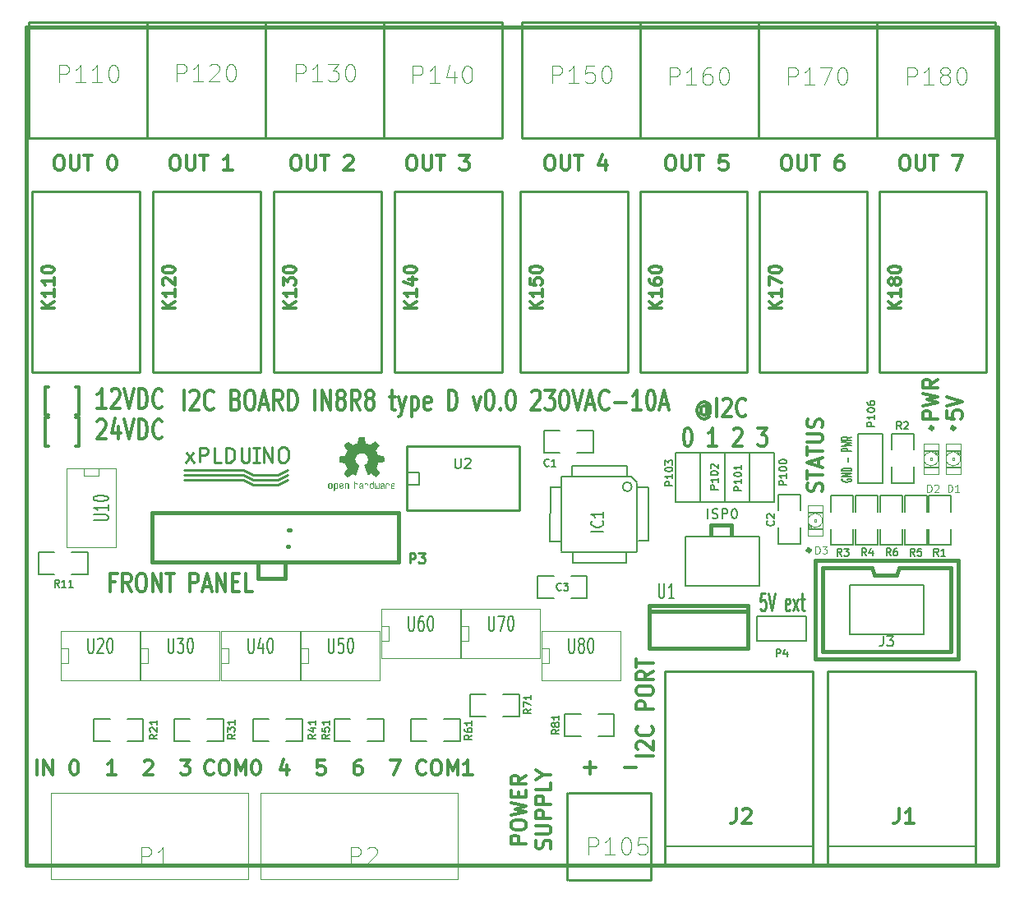
<source format=gto>
G04 (created by PCBNEW (2013-mar-13)-testing) date jeu. 20 juin 2013 21:39:04 CEST*
%MOIN*%
G04 Gerber Fmt 3.4, Leading zero omitted, Abs format*
%FSLAX34Y34*%
G01*
G70*
G90*
G04 APERTURE LIST*
%ADD10C,0.005906*%
%ADD11C,0.015000*%
%ADD12C,0.011811*%
%ADD13C,0.012000*%
%ADD14C,0.009843*%
%ADD15C,0.005315*%
%ADD16C,0.010000*%
%ADD17C,0.005000*%
%ADD18C,0.003900*%
%ADD19C,0.008000*%
%ADD20C,0.006000*%
%ADD21C,0.002600*%
%ADD22C,0.004000*%
%ADD23C,0.000100*%
%ADD24C,0.012500*%
%ADD25C,0.003500*%
%ADD26C,0.010800*%
G04 APERTURE END LIST*
G54D10*
G54D11*
X108263Y-44250D02*
G75*
G03X108263Y-44250I-53J0D01*
G74*
G01*
X109146Y-44250D02*
G75*
G03X109146Y-44250I-56J0D01*
G74*
G01*
X103290Y-49210D02*
G75*
G03X103290Y-49210I-50J0D01*
G74*
G01*
G54D12*
X91784Y-61113D02*
X91155Y-61113D01*
X91155Y-60888D01*
X91185Y-60832D01*
X91215Y-60804D01*
X91275Y-60776D01*
X91365Y-60776D01*
X91425Y-60804D01*
X91455Y-60832D01*
X91485Y-60888D01*
X91485Y-61113D01*
X91155Y-60410D02*
X91155Y-60298D01*
X91185Y-60242D01*
X91245Y-60185D01*
X91365Y-60157D01*
X91574Y-60157D01*
X91694Y-60185D01*
X91754Y-60242D01*
X91784Y-60298D01*
X91784Y-60410D01*
X91754Y-60467D01*
X91694Y-60523D01*
X91574Y-60551D01*
X91365Y-60551D01*
X91245Y-60523D01*
X91185Y-60467D01*
X91155Y-60410D01*
X91155Y-59960D02*
X91784Y-59820D01*
X91335Y-59707D01*
X91784Y-59595D01*
X91155Y-59454D01*
X91455Y-59229D02*
X91455Y-59032D01*
X91784Y-58948D02*
X91784Y-59229D01*
X91155Y-59229D01*
X91155Y-58948D01*
X91784Y-58357D02*
X91485Y-58554D01*
X91784Y-58695D02*
X91155Y-58695D01*
X91155Y-58470D01*
X91185Y-58414D01*
X91215Y-58386D01*
X91275Y-58357D01*
X91365Y-58357D01*
X91425Y-58386D01*
X91455Y-58414D01*
X91485Y-58470D01*
X91485Y-58695D01*
X92754Y-61310D02*
X92784Y-61226D01*
X92784Y-61085D01*
X92754Y-61029D01*
X92724Y-61001D01*
X92664Y-60973D01*
X92604Y-60973D01*
X92544Y-61001D01*
X92514Y-61029D01*
X92485Y-61085D01*
X92455Y-61198D01*
X92425Y-61254D01*
X92395Y-61282D01*
X92335Y-61310D01*
X92275Y-61310D01*
X92215Y-61282D01*
X92185Y-61254D01*
X92155Y-61198D01*
X92155Y-61057D01*
X92185Y-60973D01*
X92155Y-60720D02*
X92664Y-60720D01*
X92724Y-60692D01*
X92754Y-60663D01*
X92784Y-60607D01*
X92784Y-60495D01*
X92754Y-60438D01*
X92724Y-60410D01*
X92664Y-60382D01*
X92155Y-60382D01*
X92784Y-60101D02*
X92155Y-60101D01*
X92155Y-59876D01*
X92185Y-59820D01*
X92215Y-59792D01*
X92275Y-59764D01*
X92365Y-59764D01*
X92425Y-59792D01*
X92455Y-59820D01*
X92485Y-59876D01*
X92485Y-60101D01*
X92784Y-59510D02*
X92155Y-59510D01*
X92155Y-59285D01*
X92185Y-59229D01*
X92215Y-59201D01*
X92275Y-59173D01*
X92365Y-59173D01*
X92425Y-59201D01*
X92455Y-59229D01*
X92485Y-59285D01*
X92485Y-59510D01*
X92784Y-58639D02*
X92784Y-58920D01*
X92155Y-58920D01*
X92485Y-58329D02*
X92784Y-58329D01*
X92155Y-58526D02*
X92485Y-58329D01*
X92155Y-58133D01*
G54D13*
X72414Y-43728D02*
X72271Y-43728D01*
X72271Y-42585D01*
X72414Y-42585D01*
X73500Y-43728D02*
X73642Y-43728D01*
X73642Y-42585D01*
X73500Y-42585D01*
X74728Y-43461D02*
X74385Y-43461D01*
X74557Y-43461D02*
X74557Y-42661D01*
X74500Y-42776D01*
X74442Y-42852D01*
X74385Y-42890D01*
X74957Y-42738D02*
X74985Y-42700D01*
X75042Y-42661D01*
X75185Y-42661D01*
X75242Y-42700D01*
X75271Y-42738D01*
X75300Y-42814D01*
X75300Y-42890D01*
X75271Y-43004D01*
X74928Y-43461D01*
X75300Y-43461D01*
X75471Y-42661D02*
X75671Y-43461D01*
X75871Y-42661D01*
X76071Y-43461D02*
X76071Y-42661D01*
X76214Y-42661D01*
X76300Y-42700D01*
X76357Y-42776D01*
X76385Y-42852D01*
X76414Y-43004D01*
X76414Y-43119D01*
X76385Y-43271D01*
X76357Y-43347D01*
X76300Y-43423D01*
X76214Y-43461D01*
X76071Y-43461D01*
X77014Y-43385D02*
X76985Y-43423D01*
X76900Y-43461D01*
X76842Y-43461D01*
X76757Y-43423D01*
X76700Y-43347D01*
X76671Y-43271D01*
X76642Y-43119D01*
X76642Y-43004D01*
X76671Y-42852D01*
X76700Y-42776D01*
X76757Y-42700D01*
X76842Y-42661D01*
X76900Y-42661D01*
X76985Y-42700D01*
X77014Y-42738D01*
X72414Y-44968D02*
X72271Y-44968D01*
X72271Y-43825D01*
X72414Y-43825D01*
X73500Y-44968D02*
X73642Y-44968D01*
X73642Y-43825D01*
X73500Y-43825D01*
X74385Y-43978D02*
X74414Y-43940D01*
X74471Y-43901D01*
X74614Y-43901D01*
X74671Y-43940D01*
X74700Y-43978D01*
X74728Y-44054D01*
X74728Y-44130D01*
X74700Y-44244D01*
X74357Y-44701D01*
X74728Y-44701D01*
X75242Y-44168D02*
X75242Y-44701D01*
X75100Y-43863D02*
X74957Y-44435D01*
X75328Y-44435D01*
X75471Y-43901D02*
X75671Y-44701D01*
X75871Y-43901D01*
X76071Y-44701D02*
X76071Y-43901D01*
X76214Y-43901D01*
X76300Y-43940D01*
X76357Y-44016D01*
X76385Y-44092D01*
X76414Y-44244D01*
X76414Y-44359D01*
X76385Y-44511D01*
X76357Y-44587D01*
X76300Y-44663D01*
X76214Y-44701D01*
X76071Y-44701D01*
X77014Y-44625D02*
X76985Y-44663D01*
X76900Y-44701D01*
X76842Y-44701D01*
X76757Y-44663D01*
X76700Y-44587D01*
X76671Y-44511D01*
X76642Y-44359D01*
X76642Y-44244D01*
X76671Y-44092D01*
X76700Y-44016D01*
X76757Y-43940D01*
X76842Y-43901D01*
X76900Y-43901D01*
X76985Y-43940D01*
X77014Y-43978D01*
G54D12*
X103779Y-46812D02*
X103809Y-46727D01*
X103809Y-46587D01*
X103779Y-46531D01*
X103749Y-46502D01*
X103689Y-46474D01*
X103629Y-46474D01*
X103569Y-46502D01*
X103539Y-46531D01*
X103510Y-46587D01*
X103480Y-46699D01*
X103450Y-46756D01*
X103420Y-46784D01*
X103360Y-46812D01*
X103300Y-46812D01*
X103240Y-46784D01*
X103210Y-46756D01*
X103180Y-46699D01*
X103180Y-46559D01*
X103210Y-46474D01*
X103180Y-46306D02*
X103180Y-45968D01*
X103809Y-46137D02*
X103180Y-46137D01*
X103629Y-45799D02*
X103629Y-45518D01*
X103809Y-45856D02*
X103180Y-45659D01*
X103809Y-45462D01*
X103180Y-45350D02*
X103180Y-45012D01*
X103809Y-45181D02*
X103180Y-45181D01*
X103180Y-44815D02*
X103689Y-44815D01*
X103749Y-44787D01*
X103779Y-44759D01*
X103809Y-44703D01*
X103809Y-44590D01*
X103779Y-44534D01*
X103749Y-44506D01*
X103689Y-44478D01*
X103180Y-44478D01*
X103779Y-44225D02*
X103809Y-44140D01*
X103809Y-44000D01*
X103779Y-43943D01*
X103749Y-43915D01*
X103689Y-43887D01*
X103629Y-43887D01*
X103569Y-43915D01*
X103539Y-43943D01*
X103510Y-44000D01*
X103480Y-44112D01*
X103450Y-44168D01*
X103420Y-44197D01*
X103360Y-44225D01*
X103300Y-44225D01*
X103240Y-44197D01*
X103210Y-44168D01*
X103180Y-44112D01*
X103180Y-43972D01*
X103210Y-43887D01*
G54D11*
X100100Y-48200D02*
X100100Y-48600D01*
X100100Y-48200D02*
X99275Y-48200D01*
X99975Y-48200D02*
X99275Y-48200D01*
X99275Y-48200D02*
X99275Y-48600D01*
G54D12*
X98303Y-44261D02*
X98359Y-44261D01*
X98415Y-44295D01*
X98443Y-44329D01*
X98472Y-44396D01*
X98500Y-44531D01*
X98500Y-44700D01*
X98472Y-44835D01*
X98443Y-44903D01*
X98415Y-44936D01*
X98359Y-44970D01*
X98303Y-44970D01*
X98247Y-44936D01*
X98218Y-44903D01*
X98190Y-44835D01*
X98162Y-44700D01*
X98162Y-44531D01*
X98190Y-44396D01*
X98218Y-44329D01*
X98247Y-44295D01*
X98303Y-44261D01*
X99512Y-44970D02*
X99175Y-44970D01*
X99343Y-44970D02*
X99343Y-44261D01*
X99287Y-44363D01*
X99231Y-44430D01*
X99175Y-44464D01*
X100187Y-44329D02*
X100215Y-44295D01*
X100271Y-44261D01*
X100412Y-44261D01*
X100468Y-44295D01*
X100496Y-44329D01*
X100524Y-44396D01*
X100524Y-44464D01*
X100496Y-44565D01*
X100159Y-44970D01*
X100524Y-44970D01*
X101171Y-44261D02*
X101537Y-44261D01*
X101340Y-44531D01*
X101424Y-44531D01*
X101481Y-44565D01*
X101509Y-44599D01*
X101537Y-44666D01*
X101537Y-44835D01*
X101509Y-44903D01*
X101481Y-44936D01*
X101424Y-44970D01*
X101256Y-44970D01*
X101199Y-44936D01*
X101171Y-44903D01*
G54D13*
X77892Y-43511D02*
X77892Y-42711D01*
X78150Y-42788D02*
X78178Y-42750D01*
X78235Y-42711D01*
X78378Y-42711D01*
X78435Y-42750D01*
X78464Y-42788D01*
X78492Y-42864D01*
X78492Y-42940D01*
X78464Y-43054D01*
X78121Y-43511D01*
X78492Y-43511D01*
X79092Y-43435D02*
X79064Y-43473D01*
X78978Y-43511D01*
X78921Y-43511D01*
X78835Y-43473D01*
X78778Y-43397D01*
X78750Y-43321D01*
X78721Y-43169D01*
X78721Y-43054D01*
X78750Y-42902D01*
X78778Y-42826D01*
X78835Y-42750D01*
X78921Y-42711D01*
X78978Y-42711D01*
X79064Y-42750D01*
X79092Y-42788D01*
X80007Y-43092D02*
X80092Y-43130D01*
X80121Y-43169D01*
X80150Y-43245D01*
X80150Y-43359D01*
X80121Y-43435D01*
X80092Y-43473D01*
X80035Y-43511D01*
X79807Y-43511D01*
X79807Y-42711D01*
X80007Y-42711D01*
X80064Y-42750D01*
X80092Y-42788D01*
X80121Y-42864D01*
X80121Y-42940D01*
X80092Y-43016D01*
X80064Y-43054D01*
X80007Y-43092D01*
X79807Y-43092D01*
X80521Y-42711D02*
X80635Y-42711D01*
X80692Y-42750D01*
X80750Y-42826D01*
X80778Y-42978D01*
X80778Y-43245D01*
X80750Y-43397D01*
X80692Y-43473D01*
X80635Y-43511D01*
X80521Y-43511D01*
X80464Y-43473D01*
X80407Y-43397D01*
X80378Y-43245D01*
X80378Y-42978D01*
X80407Y-42826D01*
X80464Y-42750D01*
X80521Y-42711D01*
X81007Y-43283D02*
X81292Y-43283D01*
X80950Y-43511D02*
X81150Y-42711D01*
X81350Y-43511D01*
X81892Y-43511D02*
X81692Y-43130D01*
X81550Y-43511D02*
X81550Y-42711D01*
X81778Y-42711D01*
X81835Y-42750D01*
X81864Y-42788D01*
X81892Y-42864D01*
X81892Y-42978D01*
X81864Y-43054D01*
X81835Y-43092D01*
X81778Y-43130D01*
X81550Y-43130D01*
X82150Y-43511D02*
X82150Y-42711D01*
X82292Y-42711D01*
X82378Y-42750D01*
X82435Y-42826D01*
X82464Y-42902D01*
X82492Y-43054D01*
X82492Y-43169D01*
X82464Y-43321D01*
X82435Y-43397D01*
X82378Y-43473D01*
X82292Y-43511D01*
X82150Y-43511D01*
X83207Y-43511D02*
X83207Y-42711D01*
X83492Y-43511D02*
X83492Y-42711D01*
X83835Y-43511D01*
X83835Y-42711D01*
X84207Y-43054D02*
X84150Y-43016D01*
X84121Y-42978D01*
X84092Y-42902D01*
X84092Y-42864D01*
X84121Y-42788D01*
X84150Y-42750D01*
X84207Y-42711D01*
X84321Y-42711D01*
X84378Y-42750D01*
X84407Y-42788D01*
X84435Y-42864D01*
X84435Y-42902D01*
X84407Y-42978D01*
X84378Y-43016D01*
X84321Y-43054D01*
X84207Y-43054D01*
X84150Y-43092D01*
X84121Y-43130D01*
X84092Y-43207D01*
X84092Y-43359D01*
X84121Y-43435D01*
X84150Y-43473D01*
X84207Y-43511D01*
X84321Y-43511D01*
X84378Y-43473D01*
X84407Y-43435D01*
X84435Y-43359D01*
X84435Y-43207D01*
X84407Y-43130D01*
X84378Y-43092D01*
X84321Y-43054D01*
X85035Y-43511D02*
X84835Y-43130D01*
X84692Y-43511D02*
X84692Y-42711D01*
X84921Y-42711D01*
X84978Y-42750D01*
X85007Y-42788D01*
X85035Y-42864D01*
X85035Y-42978D01*
X85007Y-43054D01*
X84978Y-43092D01*
X84921Y-43130D01*
X84692Y-43130D01*
X85378Y-43054D02*
X85321Y-43016D01*
X85292Y-42978D01*
X85264Y-42902D01*
X85264Y-42864D01*
X85292Y-42788D01*
X85321Y-42750D01*
X85378Y-42711D01*
X85492Y-42711D01*
X85550Y-42750D01*
X85578Y-42788D01*
X85607Y-42864D01*
X85607Y-42902D01*
X85578Y-42978D01*
X85550Y-43016D01*
X85492Y-43054D01*
X85378Y-43054D01*
X85321Y-43092D01*
X85292Y-43130D01*
X85264Y-43207D01*
X85264Y-43359D01*
X85292Y-43435D01*
X85321Y-43473D01*
X85378Y-43511D01*
X85492Y-43511D01*
X85550Y-43473D01*
X85578Y-43435D01*
X85607Y-43359D01*
X85607Y-43207D01*
X85578Y-43130D01*
X85550Y-43092D01*
X85492Y-43054D01*
X86235Y-42978D02*
X86464Y-42978D01*
X86321Y-42711D02*
X86321Y-43397D01*
X86350Y-43473D01*
X86407Y-43511D01*
X86464Y-43511D01*
X86607Y-42978D02*
X86750Y-43511D01*
X86892Y-42978D02*
X86750Y-43511D01*
X86692Y-43702D01*
X86664Y-43740D01*
X86607Y-43778D01*
X87121Y-42978D02*
X87121Y-43778D01*
X87121Y-43016D02*
X87178Y-42978D01*
X87292Y-42978D01*
X87350Y-43016D01*
X87378Y-43054D01*
X87407Y-43130D01*
X87407Y-43359D01*
X87378Y-43435D01*
X87350Y-43473D01*
X87292Y-43511D01*
X87178Y-43511D01*
X87121Y-43473D01*
X87892Y-43473D02*
X87835Y-43511D01*
X87721Y-43511D01*
X87664Y-43473D01*
X87635Y-43397D01*
X87635Y-43092D01*
X87664Y-43016D01*
X87721Y-42978D01*
X87835Y-42978D01*
X87892Y-43016D01*
X87921Y-43092D01*
X87921Y-43169D01*
X87635Y-43245D01*
X88635Y-43511D02*
X88635Y-42711D01*
X88778Y-42711D01*
X88864Y-42750D01*
X88921Y-42826D01*
X88950Y-42902D01*
X88978Y-43054D01*
X88978Y-43169D01*
X88950Y-43321D01*
X88921Y-43397D01*
X88864Y-43473D01*
X88778Y-43511D01*
X88635Y-43511D01*
X89635Y-42978D02*
X89778Y-43511D01*
X89921Y-42978D01*
X90264Y-42711D02*
X90321Y-42711D01*
X90378Y-42750D01*
X90407Y-42788D01*
X90435Y-42864D01*
X90464Y-43016D01*
X90464Y-43207D01*
X90435Y-43359D01*
X90407Y-43435D01*
X90378Y-43473D01*
X90321Y-43511D01*
X90264Y-43511D01*
X90207Y-43473D01*
X90178Y-43435D01*
X90150Y-43359D01*
X90121Y-43207D01*
X90121Y-43016D01*
X90150Y-42864D01*
X90178Y-42788D01*
X90207Y-42750D01*
X90264Y-42711D01*
X90721Y-43435D02*
X90750Y-43473D01*
X90721Y-43511D01*
X90692Y-43473D01*
X90721Y-43435D01*
X90721Y-43511D01*
X91121Y-42711D02*
X91178Y-42711D01*
X91235Y-42750D01*
X91264Y-42788D01*
X91292Y-42864D01*
X91321Y-43016D01*
X91321Y-43207D01*
X91292Y-43359D01*
X91264Y-43435D01*
X91235Y-43473D01*
X91178Y-43511D01*
X91121Y-43511D01*
X91064Y-43473D01*
X91035Y-43435D01*
X91007Y-43359D01*
X90978Y-43207D01*
X90978Y-43016D01*
X91007Y-42864D01*
X91035Y-42788D01*
X91064Y-42750D01*
X91121Y-42711D01*
X92007Y-42788D02*
X92035Y-42750D01*
X92092Y-42711D01*
X92235Y-42711D01*
X92292Y-42750D01*
X92321Y-42788D01*
X92350Y-42864D01*
X92350Y-42940D01*
X92321Y-43054D01*
X91978Y-43511D01*
X92350Y-43511D01*
X92550Y-42711D02*
X92921Y-42711D01*
X92721Y-43016D01*
X92807Y-43016D01*
X92864Y-43054D01*
X92892Y-43092D01*
X92921Y-43169D01*
X92921Y-43359D01*
X92892Y-43435D01*
X92864Y-43473D01*
X92807Y-43511D01*
X92635Y-43511D01*
X92578Y-43473D01*
X92550Y-43435D01*
X93292Y-42711D02*
X93350Y-42711D01*
X93407Y-42750D01*
X93435Y-42788D01*
X93464Y-42864D01*
X93492Y-43016D01*
X93492Y-43207D01*
X93464Y-43359D01*
X93435Y-43435D01*
X93407Y-43473D01*
X93350Y-43511D01*
X93292Y-43511D01*
X93235Y-43473D01*
X93207Y-43435D01*
X93178Y-43359D01*
X93150Y-43207D01*
X93150Y-43016D01*
X93178Y-42864D01*
X93207Y-42788D01*
X93235Y-42750D01*
X93292Y-42711D01*
X93664Y-42711D02*
X93864Y-43511D01*
X94064Y-42711D01*
X94235Y-43283D02*
X94521Y-43283D01*
X94178Y-43511D02*
X94378Y-42711D01*
X94578Y-43511D01*
X95121Y-43435D02*
X95092Y-43473D01*
X95007Y-43511D01*
X94950Y-43511D01*
X94864Y-43473D01*
X94807Y-43397D01*
X94778Y-43321D01*
X94750Y-43169D01*
X94750Y-43054D01*
X94778Y-42902D01*
X94807Y-42826D01*
X94864Y-42750D01*
X94950Y-42711D01*
X95007Y-42711D01*
X95092Y-42750D01*
X95121Y-42788D01*
X95378Y-43207D02*
X95835Y-43207D01*
X96435Y-43511D02*
X96092Y-43511D01*
X96264Y-43511D02*
X96264Y-42711D01*
X96207Y-42826D01*
X96150Y-42902D01*
X96092Y-42940D01*
X96807Y-42711D02*
X96864Y-42711D01*
X96921Y-42750D01*
X96950Y-42788D01*
X96978Y-42864D01*
X97007Y-43016D01*
X97007Y-43207D01*
X96978Y-43359D01*
X96950Y-43435D01*
X96921Y-43473D01*
X96864Y-43511D01*
X96807Y-43511D01*
X96750Y-43473D01*
X96721Y-43435D01*
X96692Y-43359D01*
X96664Y-43207D01*
X96664Y-43016D01*
X96692Y-42864D01*
X96721Y-42788D01*
X96750Y-42750D01*
X96807Y-42711D01*
X97235Y-43283D02*
X97521Y-43283D01*
X97178Y-43511D02*
X97378Y-42711D01*
X97578Y-43511D01*
G54D14*
X101484Y-50936D02*
X101296Y-50936D01*
X101278Y-51274D01*
X101296Y-51240D01*
X101334Y-51206D01*
X101428Y-51206D01*
X101465Y-51240D01*
X101484Y-51274D01*
X101503Y-51341D01*
X101503Y-51510D01*
X101484Y-51578D01*
X101465Y-51611D01*
X101428Y-51645D01*
X101334Y-51645D01*
X101296Y-51611D01*
X101278Y-51578D01*
X101615Y-50936D02*
X101746Y-51645D01*
X101878Y-50936D01*
X102459Y-51611D02*
X102421Y-51645D01*
X102346Y-51645D01*
X102309Y-51611D01*
X102290Y-51544D01*
X102290Y-51274D01*
X102309Y-51206D01*
X102346Y-51173D01*
X102421Y-51173D01*
X102459Y-51206D01*
X102478Y-51274D01*
X102478Y-51341D01*
X102290Y-51409D01*
X102609Y-51645D02*
X102815Y-51173D01*
X102609Y-51173D02*
X102815Y-51645D01*
X102909Y-51173D02*
X103059Y-51173D01*
X102965Y-50936D02*
X102965Y-51544D01*
X102984Y-51611D01*
X103021Y-51645D01*
X103059Y-51645D01*
G54D15*
X104603Y-46314D02*
X104584Y-46334D01*
X104584Y-46365D01*
X104603Y-46395D01*
X104640Y-46415D01*
X104678Y-46426D01*
X104753Y-46436D01*
X104809Y-46436D01*
X104884Y-46426D01*
X104921Y-46415D01*
X104959Y-46395D01*
X104978Y-46365D01*
X104978Y-46345D01*
X104959Y-46314D01*
X104940Y-46304D01*
X104809Y-46304D01*
X104809Y-46345D01*
X104978Y-46213D02*
X104584Y-46213D01*
X104978Y-46091D01*
X104584Y-46091D01*
X104978Y-45990D02*
X104584Y-45990D01*
X104584Y-45940D01*
X104603Y-45909D01*
X104640Y-45889D01*
X104678Y-45879D01*
X104753Y-45869D01*
X104809Y-45869D01*
X104884Y-45879D01*
X104921Y-45889D01*
X104959Y-45909D01*
X104978Y-45940D01*
X104978Y-45990D01*
X104828Y-45616D02*
X104828Y-45454D01*
X104978Y-45190D02*
X104584Y-45190D01*
X104584Y-45109D01*
X104603Y-45089D01*
X104621Y-45079D01*
X104659Y-45069D01*
X104715Y-45069D01*
X104753Y-45079D01*
X104771Y-45089D01*
X104790Y-45109D01*
X104790Y-45190D01*
X104584Y-44998D02*
X104978Y-44947D01*
X104696Y-44907D01*
X104978Y-44866D01*
X104584Y-44816D01*
X104978Y-44613D02*
X104790Y-44684D01*
X104978Y-44735D02*
X104584Y-44735D01*
X104584Y-44654D01*
X104603Y-44634D01*
X104621Y-44623D01*
X104659Y-44613D01*
X104715Y-44613D01*
X104753Y-44623D01*
X104771Y-44634D01*
X104790Y-44654D01*
X104790Y-44735D01*
G54D12*
X94149Y-58034D02*
X94599Y-58034D01*
X94374Y-58274D02*
X94374Y-57795D01*
X95780Y-58034D02*
X96230Y-58034D01*
X96940Y-57546D02*
X96231Y-57546D01*
X96299Y-57293D02*
X96265Y-57265D01*
X96231Y-57208D01*
X96231Y-57068D01*
X96265Y-57012D01*
X96299Y-56983D01*
X96366Y-56955D01*
X96434Y-56955D01*
X96535Y-56983D01*
X96940Y-57321D01*
X96940Y-56955D01*
X96873Y-56365D02*
X96906Y-56393D01*
X96940Y-56477D01*
X96940Y-56533D01*
X96906Y-56618D01*
X96839Y-56674D01*
X96771Y-56702D01*
X96636Y-56730D01*
X96535Y-56730D01*
X96400Y-56702D01*
X96333Y-56674D01*
X96265Y-56618D01*
X96231Y-56533D01*
X96231Y-56477D01*
X96265Y-56393D01*
X96299Y-56365D01*
X96940Y-55662D02*
X96231Y-55662D01*
X96231Y-55437D01*
X96265Y-55380D01*
X96299Y-55352D01*
X96366Y-55324D01*
X96468Y-55324D01*
X96535Y-55352D01*
X96569Y-55380D01*
X96603Y-55437D01*
X96603Y-55662D01*
X96231Y-54959D02*
X96231Y-54846D01*
X96265Y-54790D01*
X96333Y-54734D01*
X96468Y-54706D01*
X96704Y-54706D01*
X96839Y-54734D01*
X96906Y-54790D01*
X96940Y-54846D01*
X96940Y-54959D01*
X96906Y-55015D01*
X96839Y-55071D01*
X96704Y-55099D01*
X96468Y-55099D01*
X96333Y-55071D01*
X96265Y-55015D01*
X96231Y-54959D01*
X96940Y-54115D02*
X96603Y-54312D01*
X96940Y-54452D02*
X96231Y-54452D01*
X96231Y-54227D01*
X96265Y-54171D01*
X96299Y-54143D01*
X96366Y-54115D01*
X96468Y-54115D01*
X96535Y-54143D01*
X96569Y-54171D01*
X96603Y-54227D01*
X96603Y-54452D01*
X96231Y-53946D02*
X96231Y-53609D01*
X96940Y-53778D02*
X96231Y-53778D01*
X75106Y-50499D02*
X74909Y-50499D01*
X74909Y-50870D02*
X74909Y-50161D01*
X75190Y-50161D01*
X75753Y-50870D02*
X75556Y-50533D01*
X75415Y-50870D02*
X75415Y-50161D01*
X75640Y-50161D01*
X75697Y-50195D01*
X75725Y-50229D01*
X75753Y-50296D01*
X75753Y-50398D01*
X75725Y-50465D01*
X75697Y-50499D01*
X75640Y-50533D01*
X75415Y-50533D01*
X76118Y-50161D02*
X76231Y-50161D01*
X76287Y-50195D01*
X76343Y-50263D01*
X76372Y-50398D01*
X76372Y-50634D01*
X76343Y-50769D01*
X76287Y-50836D01*
X76231Y-50870D01*
X76118Y-50870D01*
X76062Y-50836D01*
X76006Y-50769D01*
X75978Y-50634D01*
X75978Y-50398D01*
X76006Y-50263D01*
X76062Y-50195D01*
X76118Y-50161D01*
X76625Y-50870D02*
X76625Y-50161D01*
X76962Y-50870D01*
X76962Y-50161D01*
X77159Y-50161D02*
X77496Y-50161D01*
X77328Y-50870D02*
X77328Y-50161D01*
X78143Y-50870D02*
X78143Y-50161D01*
X78368Y-50161D01*
X78424Y-50195D01*
X78453Y-50229D01*
X78481Y-50296D01*
X78481Y-50398D01*
X78453Y-50465D01*
X78424Y-50499D01*
X78368Y-50533D01*
X78143Y-50533D01*
X78706Y-50668D02*
X78987Y-50668D01*
X78649Y-50870D02*
X78846Y-50161D01*
X79043Y-50870D01*
X79240Y-50870D02*
X79240Y-50161D01*
X79577Y-50870D01*
X79577Y-50161D01*
X79859Y-50499D02*
X80055Y-50499D01*
X80140Y-50870D02*
X79859Y-50870D01*
X79859Y-50161D01*
X80140Y-50161D01*
X80674Y-50870D02*
X80393Y-50870D01*
X80393Y-50161D01*
X108484Y-43887D02*
X107855Y-43887D01*
X107855Y-43662D01*
X107885Y-43606D01*
X107915Y-43578D01*
X107975Y-43549D01*
X108065Y-43549D01*
X108125Y-43578D01*
X108155Y-43606D01*
X108185Y-43662D01*
X108185Y-43887D01*
X107855Y-43353D02*
X108484Y-43212D01*
X108035Y-43100D01*
X108484Y-42987D01*
X107855Y-42846D01*
X108484Y-42284D02*
X108185Y-42481D01*
X108484Y-42621D02*
X107855Y-42621D01*
X107855Y-42396D01*
X107885Y-42340D01*
X107915Y-42312D01*
X107975Y-42284D01*
X108065Y-42284D01*
X108125Y-42312D01*
X108155Y-42340D01*
X108185Y-42396D01*
X108185Y-42621D01*
X108830Y-43562D02*
X108830Y-43843D01*
X109130Y-43871D01*
X109100Y-43843D01*
X109070Y-43787D01*
X109070Y-43646D01*
X109100Y-43590D01*
X109130Y-43562D01*
X109189Y-43534D01*
X109339Y-43534D01*
X109399Y-43562D01*
X109429Y-43590D01*
X109459Y-43646D01*
X109459Y-43787D01*
X109429Y-43843D01*
X109399Y-43871D01*
X108830Y-43365D02*
X109459Y-43168D01*
X108830Y-42971D01*
X99109Y-43433D02*
X99081Y-43399D01*
X99025Y-43365D01*
X98968Y-43365D01*
X98912Y-43399D01*
X98884Y-43433D01*
X98856Y-43500D01*
X98856Y-43568D01*
X98884Y-43635D01*
X98912Y-43669D01*
X98968Y-43703D01*
X99025Y-43703D01*
X99081Y-43669D01*
X99109Y-43635D01*
X99109Y-43365D02*
X99109Y-43635D01*
X99137Y-43669D01*
X99165Y-43669D01*
X99221Y-43635D01*
X99250Y-43568D01*
X99250Y-43399D01*
X99193Y-43298D01*
X99109Y-43230D01*
X98996Y-43196D01*
X98884Y-43230D01*
X98800Y-43298D01*
X98743Y-43399D01*
X98715Y-43534D01*
X98743Y-43669D01*
X98800Y-43770D01*
X98884Y-43838D01*
X98996Y-43871D01*
X99109Y-43838D01*
X99193Y-43770D01*
X99503Y-43770D02*
X99503Y-43061D01*
X99756Y-43129D02*
X99784Y-43095D01*
X99840Y-43061D01*
X99981Y-43061D01*
X100037Y-43095D01*
X100065Y-43129D01*
X100093Y-43196D01*
X100093Y-43264D01*
X100065Y-43365D01*
X99728Y-43770D01*
X100093Y-43770D01*
X100684Y-43703D02*
X100656Y-43736D01*
X100571Y-43770D01*
X100515Y-43770D01*
X100431Y-43736D01*
X100374Y-43669D01*
X100346Y-43601D01*
X100318Y-43466D01*
X100318Y-43365D01*
X100346Y-43230D01*
X100374Y-43163D01*
X100431Y-43095D01*
X100515Y-43061D01*
X100571Y-43061D01*
X100656Y-43095D01*
X100684Y-43129D01*
G54D13*
X107085Y-33191D02*
X107200Y-33191D01*
X107257Y-33220D01*
X107314Y-33277D01*
X107342Y-33391D01*
X107342Y-33591D01*
X107314Y-33705D01*
X107257Y-33762D01*
X107200Y-33791D01*
X107085Y-33791D01*
X107028Y-33762D01*
X106971Y-33705D01*
X106942Y-33591D01*
X106942Y-33391D01*
X106971Y-33277D01*
X107028Y-33220D01*
X107085Y-33191D01*
X107600Y-33191D02*
X107600Y-33677D01*
X107628Y-33734D01*
X107657Y-33762D01*
X107714Y-33791D01*
X107828Y-33791D01*
X107885Y-33762D01*
X107914Y-33734D01*
X107942Y-33677D01*
X107942Y-33191D01*
X108142Y-33191D02*
X108485Y-33191D01*
X108314Y-33791D02*
X108314Y-33191D01*
X109085Y-33191D02*
X109485Y-33191D01*
X109228Y-33791D01*
X102285Y-33191D02*
X102400Y-33191D01*
X102457Y-33220D01*
X102514Y-33277D01*
X102542Y-33391D01*
X102542Y-33591D01*
X102514Y-33705D01*
X102457Y-33762D01*
X102400Y-33791D01*
X102285Y-33791D01*
X102228Y-33762D01*
X102171Y-33705D01*
X102142Y-33591D01*
X102142Y-33391D01*
X102171Y-33277D01*
X102228Y-33220D01*
X102285Y-33191D01*
X102800Y-33191D02*
X102800Y-33677D01*
X102828Y-33734D01*
X102857Y-33762D01*
X102914Y-33791D01*
X103028Y-33791D01*
X103085Y-33762D01*
X103114Y-33734D01*
X103142Y-33677D01*
X103142Y-33191D01*
X103342Y-33191D02*
X103685Y-33191D01*
X103514Y-33791D02*
X103514Y-33191D01*
X104600Y-33191D02*
X104485Y-33191D01*
X104428Y-33220D01*
X104400Y-33248D01*
X104342Y-33334D01*
X104314Y-33448D01*
X104314Y-33677D01*
X104342Y-33734D01*
X104371Y-33762D01*
X104428Y-33791D01*
X104542Y-33791D01*
X104600Y-33762D01*
X104628Y-33734D01*
X104657Y-33677D01*
X104657Y-33534D01*
X104628Y-33477D01*
X104600Y-33448D01*
X104542Y-33420D01*
X104428Y-33420D01*
X104371Y-33448D01*
X104342Y-33477D01*
X104314Y-33534D01*
X97585Y-33191D02*
X97700Y-33191D01*
X97757Y-33220D01*
X97814Y-33277D01*
X97842Y-33391D01*
X97842Y-33591D01*
X97814Y-33705D01*
X97757Y-33762D01*
X97700Y-33791D01*
X97585Y-33791D01*
X97528Y-33762D01*
X97471Y-33705D01*
X97442Y-33591D01*
X97442Y-33391D01*
X97471Y-33277D01*
X97528Y-33220D01*
X97585Y-33191D01*
X98100Y-33191D02*
X98100Y-33677D01*
X98128Y-33734D01*
X98157Y-33762D01*
X98214Y-33791D01*
X98328Y-33791D01*
X98385Y-33762D01*
X98414Y-33734D01*
X98442Y-33677D01*
X98442Y-33191D01*
X98642Y-33191D02*
X98985Y-33191D01*
X98814Y-33791D02*
X98814Y-33191D01*
X99928Y-33191D02*
X99642Y-33191D01*
X99614Y-33477D01*
X99642Y-33448D01*
X99700Y-33420D01*
X99842Y-33420D01*
X99900Y-33448D01*
X99928Y-33477D01*
X99957Y-33534D01*
X99957Y-33677D01*
X99928Y-33734D01*
X99900Y-33762D01*
X99842Y-33791D01*
X99700Y-33791D01*
X99642Y-33762D01*
X99614Y-33734D01*
X92685Y-33191D02*
X92800Y-33191D01*
X92857Y-33220D01*
X92914Y-33277D01*
X92942Y-33391D01*
X92942Y-33591D01*
X92914Y-33705D01*
X92857Y-33762D01*
X92800Y-33791D01*
X92685Y-33791D01*
X92628Y-33762D01*
X92571Y-33705D01*
X92542Y-33591D01*
X92542Y-33391D01*
X92571Y-33277D01*
X92628Y-33220D01*
X92685Y-33191D01*
X93200Y-33191D02*
X93200Y-33677D01*
X93228Y-33734D01*
X93257Y-33762D01*
X93314Y-33791D01*
X93428Y-33791D01*
X93485Y-33762D01*
X93514Y-33734D01*
X93542Y-33677D01*
X93542Y-33191D01*
X93742Y-33191D02*
X94085Y-33191D01*
X93914Y-33791D02*
X93914Y-33191D01*
X95000Y-33391D02*
X95000Y-33791D01*
X94857Y-33162D02*
X94714Y-33591D01*
X95085Y-33591D01*
X87085Y-33191D02*
X87200Y-33191D01*
X87257Y-33220D01*
X87314Y-33277D01*
X87342Y-33391D01*
X87342Y-33591D01*
X87314Y-33705D01*
X87257Y-33762D01*
X87200Y-33791D01*
X87085Y-33791D01*
X87028Y-33762D01*
X86971Y-33705D01*
X86942Y-33591D01*
X86942Y-33391D01*
X86971Y-33277D01*
X87028Y-33220D01*
X87085Y-33191D01*
X87600Y-33191D02*
X87600Y-33677D01*
X87628Y-33734D01*
X87657Y-33762D01*
X87714Y-33791D01*
X87828Y-33791D01*
X87885Y-33762D01*
X87914Y-33734D01*
X87942Y-33677D01*
X87942Y-33191D01*
X88142Y-33191D02*
X88485Y-33191D01*
X88314Y-33791D02*
X88314Y-33191D01*
X89085Y-33191D02*
X89457Y-33191D01*
X89257Y-33420D01*
X89342Y-33420D01*
X89400Y-33448D01*
X89428Y-33477D01*
X89457Y-33534D01*
X89457Y-33677D01*
X89428Y-33734D01*
X89400Y-33762D01*
X89342Y-33791D01*
X89171Y-33791D01*
X89114Y-33762D01*
X89085Y-33734D01*
X82385Y-33191D02*
X82500Y-33191D01*
X82557Y-33220D01*
X82614Y-33277D01*
X82642Y-33391D01*
X82642Y-33591D01*
X82614Y-33705D01*
X82557Y-33762D01*
X82500Y-33791D01*
X82385Y-33791D01*
X82328Y-33762D01*
X82271Y-33705D01*
X82242Y-33591D01*
X82242Y-33391D01*
X82271Y-33277D01*
X82328Y-33220D01*
X82385Y-33191D01*
X82900Y-33191D02*
X82900Y-33677D01*
X82928Y-33734D01*
X82957Y-33762D01*
X83014Y-33791D01*
X83128Y-33791D01*
X83185Y-33762D01*
X83214Y-33734D01*
X83242Y-33677D01*
X83242Y-33191D01*
X83442Y-33191D02*
X83785Y-33191D01*
X83614Y-33791D02*
X83614Y-33191D01*
X84414Y-33248D02*
X84442Y-33220D01*
X84500Y-33191D01*
X84642Y-33191D01*
X84700Y-33220D01*
X84728Y-33248D01*
X84757Y-33305D01*
X84757Y-33362D01*
X84728Y-33448D01*
X84385Y-33791D01*
X84757Y-33791D01*
X77485Y-33191D02*
X77600Y-33191D01*
X77657Y-33220D01*
X77714Y-33277D01*
X77742Y-33391D01*
X77742Y-33591D01*
X77714Y-33705D01*
X77657Y-33762D01*
X77600Y-33791D01*
X77485Y-33791D01*
X77428Y-33762D01*
X77371Y-33705D01*
X77342Y-33591D01*
X77342Y-33391D01*
X77371Y-33277D01*
X77428Y-33220D01*
X77485Y-33191D01*
X78000Y-33191D02*
X78000Y-33677D01*
X78028Y-33734D01*
X78057Y-33762D01*
X78114Y-33791D01*
X78228Y-33791D01*
X78285Y-33762D01*
X78314Y-33734D01*
X78342Y-33677D01*
X78342Y-33191D01*
X78542Y-33191D02*
X78885Y-33191D01*
X78714Y-33791D02*
X78714Y-33191D01*
X79857Y-33791D02*
X79514Y-33791D01*
X79685Y-33791D02*
X79685Y-33191D01*
X79628Y-33277D01*
X79571Y-33334D01*
X79514Y-33362D01*
X72785Y-33191D02*
X72900Y-33191D01*
X72957Y-33220D01*
X73014Y-33277D01*
X73042Y-33391D01*
X73042Y-33591D01*
X73014Y-33705D01*
X72957Y-33762D01*
X72900Y-33791D01*
X72785Y-33791D01*
X72728Y-33762D01*
X72671Y-33705D01*
X72642Y-33591D01*
X72642Y-33391D01*
X72671Y-33277D01*
X72728Y-33220D01*
X72785Y-33191D01*
X73300Y-33191D02*
X73300Y-33677D01*
X73328Y-33734D01*
X73357Y-33762D01*
X73414Y-33791D01*
X73528Y-33791D01*
X73585Y-33762D01*
X73614Y-33734D01*
X73642Y-33677D01*
X73642Y-33191D01*
X73842Y-33191D02*
X74185Y-33191D01*
X74014Y-33791D02*
X74014Y-33191D01*
X74957Y-33191D02*
X75014Y-33191D01*
X75071Y-33220D01*
X75100Y-33248D01*
X75128Y-33305D01*
X75157Y-33420D01*
X75157Y-33562D01*
X75128Y-33677D01*
X75100Y-33734D01*
X75071Y-33762D01*
X75014Y-33791D01*
X74957Y-33791D01*
X74900Y-33762D01*
X74871Y-33734D01*
X74842Y-33677D01*
X74814Y-33562D01*
X74814Y-33420D01*
X74842Y-33305D01*
X74871Y-33248D01*
X74900Y-33220D01*
X74957Y-33191D01*
X87702Y-58264D02*
X87674Y-58292D01*
X87588Y-58321D01*
X87531Y-58321D01*
X87445Y-58292D01*
X87388Y-58235D01*
X87360Y-58178D01*
X87331Y-58064D01*
X87331Y-57978D01*
X87360Y-57864D01*
X87388Y-57807D01*
X87445Y-57750D01*
X87531Y-57721D01*
X87588Y-57721D01*
X87674Y-57750D01*
X87702Y-57778D01*
X88074Y-57721D02*
X88188Y-57721D01*
X88245Y-57750D01*
X88302Y-57807D01*
X88331Y-57921D01*
X88331Y-58121D01*
X88302Y-58235D01*
X88245Y-58292D01*
X88188Y-58321D01*
X88074Y-58321D01*
X88017Y-58292D01*
X87960Y-58235D01*
X87931Y-58121D01*
X87931Y-57921D01*
X87960Y-57807D01*
X88017Y-57750D01*
X88074Y-57721D01*
X88588Y-58321D02*
X88588Y-57721D01*
X88788Y-58150D01*
X88988Y-57721D01*
X88988Y-58321D01*
X89588Y-58321D02*
X89245Y-58321D01*
X89417Y-58321D02*
X89417Y-57721D01*
X89359Y-57807D01*
X89302Y-57864D01*
X89245Y-57892D01*
X86260Y-57721D02*
X86660Y-57721D01*
X86402Y-58321D01*
X85074Y-57721D02*
X84960Y-57721D01*
X84902Y-57750D01*
X84874Y-57778D01*
X84817Y-57864D01*
X84788Y-57978D01*
X84788Y-58207D01*
X84817Y-58264D01*
X84845Y-58292D01*
X84902Y-58321D01*
X85017Y-58321D01*
X85074Y-58292D01*
X85102Y-58264D01*
X85131Y-58207D01*
X85131Y-58064D01*
X85102Y-58007D01*
X85074Y-57978D01*
X85017Y-57950D01*
X84902Y-57950D01*
X84845Y-57978D01*
X84817Y-58007D01*
X84788Y-58064D01*
X83602Y-57721D02*
X83317Y-57721D01*
X83288Y-58007D01*
X83317Y-57978D01*
X83374Y-57950D01*
X83517Y-57950D01*
X83574Y-57978D01*
X83602Y-58007D01*
X83631Y-58064D01*
X83631Y-58207D01*
X83602Y-58264D01*
X83574Y-58292D01*
X83517Y-58321D01*
X83374Y-58321D01*
X83317Y-58292D01*
X83288Y-58264D01*
X82074Y-57921D02*
X82074Y-58321D01*
X81931Y-57692D02*
X81788Y-58121D01*
X82160Y-58121D01*
X79102Y-58264D02*
X79074Y-58292D01*
X78988Y-58321D01*
X78931Y-58321D01*
X78845Y-58292D01*
X78788Y-58235D01*
X78760Y-58178D01*
X78731Y-58064D01*
X78731Y-57978D01*
X78760Y-57864D01*
X78788Y-57807D01*
X78845Y-57750D01*
X78931Y-57721D01*
X78988Y-57721D01*
X79074Y-57750D01*
X79102Y-57778D01*
X79474Y-57721D02*
X79588Y-57721D01*
X79645Y-57750D01*
X79702Y-57807D01*
X79731Y-57921D01*
X79731Y-58121D01*
X79702Y-58235D01*
X79645Y-58292D01*
X79588Y-58321D01*
X79474Y-58321D01*
X79417Y-58292D01*
X79360Y-58235D01*
X79331Y-58121D01*
X79331Y-57921D01*
X79360Y-57807D01*
X79417Y-57750D01*
X79474Y-57721D01*
X79988Y-58321D02*
X79988Y-57721D01*
X80188Y-58150D01*
X80388Y-57721D01*
X80388Y-58321D01*
X80788Y-57721D02*
X80845Y-57721D01*
X80902Y-57750D01*
X80931Y-57778D01*
X80959Y-57835D01*
X80988Y-57950D01*
X80988Y-58092D01*
X80959Y-58207D01*
X80931Y-58264D01*
X80902Y-58292D01*
X80845Y-58321D01*
X80788Y-58321D01*
X80731Y-58292D01*
X80702Y-58264D01*
X80674Y-58207D01*
X80645Y-58092D01*
X80645Y-57950D01*
X80674Y-57835D01*
X80702Y-57778D01*
X80731Y-57750D01*
X80788Y-57721D01*
X77760Y-57721D02*
X78131Y-57721D01*
X77931Y-57950D01*
X78017Y-57950D01*
X78074Y-57978D01*
X78102Y-58007D01*
X78131Y-58064D01*
X78131Y-58207D01*
X78102Y-58264D01*
X78074Y-58292D01*
X78017Y-58321D01*
X77845Y-58321D01*
X77788Y-58292D01*
X77760Y-58264D01*
X76288Y-57778D02*
X76317Y-57750D01*
X76374Y-57721D01*
X76517Y-57721D01*
X76574Y-57750D01*
X76602Y-57778D01*
X76631Y-57835D01*
X76631Y-57892D01*
X76602Y-57978D01*
X76260Y-58321D01*
X76631Y-58321D01*
X75131Y-58321D02*
X74788Y-58321D01*
X74960Y-58321D02*
X74960Y-57721D01*
X74902Y-57807D01*
X74845Y-57864D01*
X74788Y-57892D01*
X71931Y-58321D02*
X71931Y-57721D01*
X72217Y-58321D02*
X72217Y-57721D01*
X72560Y-58321D01*
X72560Y-57721D01*
X73417Y-57721D02*
X73474Y-57721D01*
X73531Y-57750D01*
X73560Y-57778D01*
X73588Y-57835D01*
X73617Y-57950D01*
X73617Y-58092D01*
X73588Y-58207D01*
X73560Y-58264D01*
X73531Y-58292D01*
X73474Y-58321D01*
X73417Y-58321D01*
X73360Y-58292D01*
X73331Y-58264D01*
X73302Y-58207D01*
X73274Y-58092D01*
X73274Y-57950D01*
X73302Y-57835D01*
X73331Y-57778D01*
X73360Y-57750D01*
X73417Y-57721D01*
G54D11*
X82150Y-48400D02*
X82200Y-48400D01*
X82000Y-50350D02*
X82000Y-49700D01*
X82100Y-49050D02*
X82150Y-49050D01*
X80950Y-50350D02*
X81950Y-50350D01*
X80900Y-49700D02*
X80900Y-50350D01*
X71500Y-62000D02*
X110900Y-62000D01*
X71500Y-28000D02*
X110900Y-28000D01*
X110900Y-28000D02*
X110800Y-28000D01*
X110900Y-62000D02*
X110900Y-28000D01*
X71500Y-62000D02*
X71500Y-28000D01*
G54D16*
X95900Y-35400D02*
X95900Y-34650D01*
X95900Y-34650D02*
X91550Y-34650D01*
X91550Y-34650D02*
X91550Y-35200D01*
X91550Y-42000D02*
X91550Y-35150D01*
X95900Y-42000D02*
X95900Y-35150D01*
X91550Y-42000D02*
X95900Y-42000D01*
X100750Y-35400D02*
X100750Y-34650D01*
X100750Y-34650D02*
X96400Y-34650D01*
X96400Y-34650D02*
X96400Y-35200D01*
X96400Y-42000D02*
X96400Y-35150D01*
X100750Y-42000D02*
X100750Y-35150D01*
X96400Y-42000D02*
X100750Y-42000D01*
X105600Y-35400D02*
X105600Y-34650D01*
X105600Y-34650D02*
X101250Y-34650D01*
X101250Y-34650D02*
X101250Y-35200D01*
X101250Y-42000D02*
X101250Y-35150D01*
X105600Y-42000D02*
X105600Y-35150D01*
X101250Y-42000D02*
X105600Y-42000D01*
X110450Y-35400D02*
X110450Y-34650D01*
X110450Y-34650D02*
X106100Y-34650D01*
X106100Y-34650D02*
X106100Y-35200D01*
X106100Y-42000D02*
X106100Y-35150D01*
X110450Y-42000D02*
X110450Y-35150D01*
X106100Y-42000D02*
X110450Y-42000D01*
X106150Y-32489D02*
X106000Y-32489D01*
X106000Y-32489D02*
X106000Y-27789D01*
X106000Y-27789D02*
X110800Y-27789D01*
X110800Y-27789D02*
X110800Y-32489D01*
X110800Y-32489D02*
X106150Y-32489D01*
X101350Y-32489D02*
X101200Y-32489D01*
X101200Y-32489D02*
X101200Y-27789D01*
X101200Y-27789D02*
X106000Y-27789D01*
X106000Y-27789D02*
X106000Y-32489D01*
X106000Y-32489D02*
X101350Y-32489D01*
X96550Y-32489D02*
X96400Y-32489D01*
X96400Y-32489D02*
X96400Y-27789D01*
X96400Y-27789D02*
X101200Y-27789D01*
X101200Y-27789D02*
X101200Y-32489D01*
X101200Y-32489D02*
X96550Y-32489D01*
X91750Y-32489D02*
X91600Y-32489D01*
X91600Y-32489D02*
X91600Y-27789D01*
X91600Y-27789D02*
X96400Y-27789D01*
X96400Y-27789D02*
X96400Y-32489D01*
X96400Y-32489D02*
X91750Y-32489D01*
X86150Y-32489D02*
X86000Y-32489D01*
X86000Y-32489D02*
X86000Y-27789D01*
X86000Y-27789D02*
X90800Y-27789D01*
X90800Y-27789D02*
X90800Y-32489D01*
X90800Y-32489D02*
X86150Y-32489D01*
X81350Y-32489D02*
X81200Y-32489D01*
X81200Y-32489D02*
X81200Y-27789D01*
X81200Y-27789D02*
X86000Y-27789D01*
X86000Y-27789D02*
X86000Y-32489D01*
X86000Y-32489D02*
X81350Y-32489D01*
X76550Y-32489D02*
X76400Y-32489D01*
X76400Y-32489D02*
X76400Y-27789D01*
X76400Y-27789D02*
X81200Y-27789D01*
X81200Y-27789D02*
X81200Y-32489D01*
X81200Y-32489D02*
X76550Y-32489D01*
X71750Y-32489D02*
X71600Y-32489D01*
X71600Y-32489D02*
X71600Y-27789D01*
X71600Y-27789D02*
X76400Y-27789D01*
X76400Y-27789D02*
X76400Y-32489D01*
X76400Y-32489D02*
X71750Y-32489D01*
X90800Y-35400D02*
X90800Y-34650D01*
X90800Y-34650D02*
X86450Y-34650D01*
X86450Y-34650D02*
X86450Y-35200D01*
X86450Y-42000D02*
X86450Y-35150D01*
X90800Y-42000D02*
X90800Y-35150D01*
X86450Y-42000D02*
X90800Y-42000D01*
X85900Y-35400D02*
X85900Y-34650D01*
X85900Y-34650D02*
X81550Y-34650D01*
X81550Y-34650D02*
X81550Y-35200D01*
X81550Y-42000D02*
X81550Y-35150D01*
X85900Y-42000D02*
X85900Y-35150D01*
X81550Y-42000D02*
X85900Y-42000D01*
X81000Y-35400D02*
X81000Y-34650D01*
X81000Y-34650D02*
X76650Y-34650D01*
X76650Y-34650D02*
X76650Y-35200D01*
X76650Y-42000D02*
X76650Y-35150D01*
X81000Y-42000D02*
X81000Y-35150D01*
X76650Y-42000D02*
X81000Y-42000D01*
X76100Y-35400D02*
X76100Y-34650D01*
X76100Y-34650D02*
X71750Y-34650D01*
X71750Y-34650D02*
X71750Y-35200D01*
X71750Y-42000D02*
X71750Y-35150D01*
X76100Y-42000D02*
X76100Y-35150D01*
X71750Y-42000D02*
X76100Y-42000D01*
G54D17*
X94250Y-51150D02*
X94250Y-50250D01*
X94250Y-50250D02*
X93600Y-50250D01*
X92900Y-51150D02*
X92250Y-51150D01*
X92250Y-51150D02*
X92250Y-50250D01*
X92250Y-50250D02*
X92900Y-50250D01*
X93600Y-51150D02*
X94250Y-51150D01*
G54D16*
X96850Y-59045D02*
X96850Y-62595D01*
X93450Y-59045D02*
X93450Y-62595D01*
X93500Y-62595D02*
X96850Y-62595D01*
X96850Y-59045D02*
X93500Y-59045D01*
G54D17*
X107050Y-47000D02*
X106150Y-47000D01*
X106150Y-47000D02*
X106150Y-47650D01*
X107050Y-48350D02*
X107050Y-49000D01*
X107050Y-49000D02*
X106150Y-49000D01*
X106150Y-49000D02*
X106150Y-48350D01*
X107050Y-47650D02*
X107050Y-47000D01*
X108050Y-47000D02*
X107150Y-47000D01*
X107150Y-47000D02*
X107150Y-47650D01*
X108050Y-48350D02*
X108050Y-49000D01*
X108050Y-49000D02*
X107150Y-49000D01*
X107150Y-49000D02*
X107150Y-48350D01*
X108050Y-47650D02*
X108050Y-47000D01*
G54D11*
X96775Y-51700D02*
X96775Y-51450D01*
X96775Y-51450D02*
X100775Y-51450D01*
X100775Y-51450D02*
X100775Y-51700D01*
X96775Y-53200D02*
X96775Y-51700D01*
X96775Y-51700D02*
X100775Y-51700D01*
X100775Y-51700D02*
X100775Y-53200D01*
X100775Y-53200D02*
X96775Y-53200D01*
G54D17*
X74000Y-50200D02*
X74000Y-49300D01*
X74000Y-49300D02*
X73350Y-49300D01*
X72650Y-50200D02*
X72000Y-50200D01*
X72000Y-50200D02*
X72000Y-49300D01*
X72000Y-49300D02*
X72650Y-49300D01*
X73350Y-50200D02*
X74000Y-50200D01*
G54D18*
X74450Y-45900D02*
X74450Y-46200D01*
X74450Y-46200D02*
X73850Y-46200D01*
X73850Y-46200D02*
X73850Y-45900D01*
X73150Y-45900D02*
X73150Y-49100D01*
X75150Y-45900D02*
X75150Y-49100D01*
X75150Y-49100D02*
X73150Y-49100D01*
X75150Y-45900D02*
X73150Y-45900D01*
G54D19*
X98225Y-48650D02*
X101225Y-48650D01*
X101225Y-50650D02*
X98225Y-50650D01*
X98225Y-50650D02*
X98225Y-48650D01*
X101225Y-48650D02*
X101225Y-50650D01*
G54D17*
X91500Y-55950D02*
X91500Y-55050D01*
X91500Y-55050D02*
X90850Y-55050D01*
X90150Y-55950D02*
X89500Y-55950D01*
X89500Y-55950D02*
X89500Y-55050D01*
X89500Y-55050D02*
X90150Y-55050D01*
X90850Y-55950D02*
X91500Y-55950D01*
X87100Y-56050D02*
X87100Y-56950D01*
X87100Y-56950D02*
X87750Y-56950D01*
X88450Y-56050D02*
X89100Y-56050D01*
X89100Y-56050D02*
X89100Y-56950D01*
X89100Y-56950D02*
X88450Y-56950D01*
X87750Y-56050D02*
X87100Y-56050D01*
X95350Y-56750D02*
X95350Y-55850D01*
X95350Y-55850D02*
X94700Y-55850D01*
X94000Y-56750D02*
X93350Y-56750D01*
X93350Y-56750D02*
X93350Y-55850D01*
X93350Y-55850D02*
X94000Y-55850D01*
X94700Y-56750D02*
X95350Y-56750D01*
X80700Y-56050D02*
X80700Y-56950D01*
X80700Y-56950D02*
X81350Y-56950D01*
X82050Y-56050D02*
X82700Y-56050D01*
X82700Y-56050D02*
X82700Y-56950D01*
X82700Y-56950D02*
X82050Y-56950D01*
X81350Y-56050D02*
X80700Y-56050D01*
X74250Y-56050D02*
X74250Y-56950D01*
X74250Y-56950D02*
X74900Y-56950D01*
X75600Y-56050D02*
X76250Y-56050D01*
X76250Y-56050D02*
X76250Y-56950D01*
X76250Y-56950D02*
X75600Y-56950D01*
X74900Y-56050D02*
X74250Y-56050D01*
X108100Y-49000D02*
X109000Y-49000D01*
X109000Y-49000D02*
X109000Y-48350D01*
X108100Y-47650D02*
X108100Y-47000D01*
X108100Y-47000D02*
X109000Y-47000D01*
X109000Y-47000D02*
X109000Y-47650D01*
X108100Y-48350D02*
X108100Y-49000D01*
X77500Y-56050D02*
X77500Y-56950D01*
X77500Y-56950D02*
X78150Y-56950D01*
X78850Y-56050D02*
X79500Y-56050D01*
X79500Y-56050D02*
X79500Y-56950D01*
X79500Y-56950D02*
X78850Y-56950D01*
X78150Y-56050D02*
X77500Y-56050D01*
X107500Y-44475D02*
X106600Y-44475D01*
X106600Y-44475D02*
X106600Y-45125D01*
X107500Y-45825D02*
X107500Y-46475D01*
X107500Y-46475D02*
X106600Y-46475D01*
X106600Y-46475D02*
X106600Y-45825D01*
X107500Y-45125D02*
X107500Y-44475D01*
X94500Y-45250D02*
X94500Y-44350D01*
X94500Y-44350D02*
X93850Y-44350D01*
X93150Y-45250D02*
X92500Y-45250D01*
X92500Y-45250D02*
X92500Y-44350D01*
X92500Y-44350D02*
X93150Y-44350D01*
X93850Y-45250D02*
X94500Y-45250D01*
X102000Y-48950D02*
X102900Y-48950D01*
X102900Y-48950D02*
X102900Y-48300D01*
X102000Y-47600D02*
X102000Y-46950D01*
X102000Y-46950D02*
X102900Y-46950D01*
X102900Y-46950D02*
X102900Y-47600D01*
X102000Y-48300D02*
X102000Y-48950D01*
X104150Y-49000D02*
X105050Y-49000D01*
X105050Y-49000D02*
X105050Y-48350D01*
X104150Y-47650D02*
X104150Y-47000D01*
X104150Y-47000D02*
X105050Y-47000D01*
X105050Y-47000D02*
X105050Y-47650D01*
X104150Y-48350D02*
X104150Y-49000D01*
X105150Y-49000D02*
X106050Y-49000D01*
X106050Y-49000D02*
X106050Y-48350D01*
X105150Y-47650D02*
X105150Y-47000D01*
X105150Y-47000D02*
X106050Y-47000D01*
X106050Y-47000D02*
X106050Y-47650D01*
X105150Y-48350D02*
X105150Y-49000D01*
X84000Y-56050D02*
X84000Y-56950D01*
X84000Y-56950D02*
X84650Y-56950D01*
X85350Y-56050D02*
X86000Y-56050D01*
X86000Y-56050D02*
X86000Y-56950D01*
X86000Y-56950D02*
X85350Y-56950D01*
X84650Y-56050D02*
X84000Y-56050D01*
G54D20*
X99850Y-47250D02*
X98850Y-47250D01*
X98850Y-47250D02*
X98850Y-45250D01*
X98850Y-45250D02*
X99850Y-45250D01*
X99850Y-45250D02*
X99850Y-47250D01*
X105225Y-44500D02*
X106225Y-44500D01*
X106225Y-44500D02*
X106225Y-46500D01*
X106225Y-46500D02*
X105225Y-46500D01*
X105225Y-46500D02*
X105225Y-44500D01*
X98850Y-47250D02*
X97850Y-47250D01*
X97850Y-47250D02*
X97850Y-45250D01*
X97850Y-45250D02*
X98850Y-45250D01*
X98850Y-45250D02*
X98850Y-47250D01*
X100850Y-47250D02*
X99850Y-47250D01*
X99850Y-47250D02*
X99850Y-45250D01*
X99850Y-45250D02*
X100850Y-45250D01*
X100850Y-45250D02*
X100850Y-47250D01*
X101850Y-47250D02*
X100850Y-47250D01*
X100850Y-47250D02*
X100850Y-45250D01*
X100850Y-45250D02*
X101850Y-45250D01*
X101850Y-45250D02*
X101850Y-47250D01*
G54D21*
X103461Y-47961D02*
X103461Y-48039D01*
X103461Y-48039D02*
X103539Y-48039D01*
X103539Y-47961D02*
X103539Y-48039D01*
X103461Y-47961D02*
X103539Y-47961D01*
X103225Y-48177D02*
X103225Y-48314D01*
X103225Y-48314D02*
X103323Y-48314D01*
X103323Y-48177D02*
X103323Y-48314D01*
X103225Y-48177D02*
X103323Y-48177D01*
X103225Y-48314D02*
X103225Y-48354D01*
X103225Y-48354D02*
X103696Y-48354D01*
X103696Y-48314D02*
X103696Y-48354D01*
X103225Y-48314D02*
X103696Y-48314D01*
X103716Y-48314D02*
X103716Y-48354D01*
X103716Y-48354D02*
X103775Y-48354D01*
X103775Y-48314D02*
X103775Y-48354D01*
X103716Y-48314D02*
X103775Y-48314D01*
X103225Y-47646D02*
X103225Y-47686D01*
X103225Y-47686D02*
X103696Y-47686D01*
X103696Y-47646D02*
X103696Y-47686D01*
X103225Y-47646D02*
X103696Y-47646D01*
X103716Y-47646D02*
X103716Y-47686D01*
X103716Y-47686D02*
X103775Y-47686D01*
X103775Y-47646D02*
X103775Y-47686D01*
X103716Y-47646D02*
X103775Y-47646D01*
X103225Y-48177D02*
X103225Y-48236D01*
X103225Y-48236D02*
X103323Y-48236D01*
X103323Y-48177D02*
X103323Y-48236D01*
X103225Y-48177D02*
X103323Y-48177D01*
G54D22*
X103205Y-48610D02*
X103205Y-47390D01*
X103205Y-47390D02*
X103795Y-47390D01*
X103795Y-47390D02*
X103795Y-48610D01*
X103795Y-48610D02*
X103205Y-48610D01*
X103303Y-47784D02*
G75*
G03X103304Y-48216I196J-215D01*
G74*
G01*
X103696Y-47784D02*
G75*
G03X103304Y-47784I-196J-215D01*
G74*
G01*
X103696Y-48215D02*
G75*
G03X103696Y-47784I-196J215D01*
G74*
G01*
X103303Y-48215D02*
G75*
G03X103696Y-48216I196J215D01*
G74*
G01*
G54D21*
X108239Y-45539D02*
X108239Y-45461D01*
X108239Y-45461D02*
X108161Y-45461D01*
X108161Y-45539D02*
X108161Y-45461D01*
X108239Y-45539D02*
X108161Y-45539D01*
X108475Y-45323D02*
X108475Y-45186D01*
X108475Y-45186D02*
X108377Y-45186D01*
X108377Y-45323D02*
X108377Y-45186D01*
X108475Y-45323D02*
X108377Y-45323D01*
X108475Y-45186D02*
X108475Y-45146D01*
X108475Y-45146D02*
X108004Y-45146D01*
X108004Y-45186D02*
X108004Y-45146D01*
X108475Y-45186D02*
X108004Y-45186D01*
X107984Y-45186D02*
X107984Y-45146D01*
X107984Y-45146D02*
X107925Y-45146D01*
X107925Y-45186D02*
X107925Y-45146D01*
X107984Y-45186D02*
X107925Y-45186D01*
X108475Y-45854D02*
X108475Y-45814D01*
X108475Y-45814D02*
X108004Y-45814D01*
X108004Y-45854D02*
X108004Y-45814D01*
X108475Y-45854D02*
X108004Y-45854D01*
X107984Y-45854D02*
X107984Y-45814D01*
X107984Y-45814D02*
X107925Y-45814D01*
X107925Y-45854D02*
X107925Y-45814D01*
X107984Y-45854D02*
X107925Y-45854D01*
X108475Y-45323D02*
X108475Y-45264D01*
X108475Y-45264D02*
X108377Y-45264D01*
X108377Y-45323D02*
X108377Y-45264D01*
X108475Y-45323D02*
X108377Y-45323D01*
G54D22*
X108495Y-44890D02*
X108495Y-46110D01*
X108495Y-46110D02*
X107905Y-46110D01*
X107905Y-46110D02*
X107905Y-44890D01*
X107905Y-44890D02*
X108495Y-44890D01*
X108396Y-45715D02*
G75*
G03X108396Y-45284I-196J215D01*
G74*
G01*
X108003Y-45715D02*
G75*
G03X108396Y-45716I196J215D01*
G74*
G01*
X108003Y-45284D02*
G75*
G03X108004Y-45716I196J-215D01*
G74*
G01*
X108396Y-45284D02*
G75*
G03X108004Y-45284I-196J-215D01*
G74*
G01*
G54D21*
X109139Y-45539D02*
X109139Y-45461D01*
X109139Y-45461D02*
X109061Y-45461D01*
X109061Y-45539D02*
X109061Y-45461D01*
X109139Y-45539D02*
X109061Y-45539D01*
X109375Y-45323D02*
X109375Y-45186D01*
X109375Y-45186D02*
X109277Y-45186D01*
X109277Y-45323D02*
X109277Y-45186D01*
X109375Y-45323D02*
X109277Y-45323D01*
X109375Y-45186D02*
X109375Y-45146D01*
X109375Y-45146D02*
X108904Y-45146D01*
X108904Y-45186D02*
X108904Y-45146D01*
X109375Y-45186D02*
X108904Y-45186D01*
X108884Y-45186D02*
X108884Y-45146D01*
X108884Y-45146D02*
X108825Y-45146D01*
X108825Y-45186D02*
X108825Y-45146D01*
X108884Y-45186D02*
X108825Y-45186D01*
X109375Y-45854D02*
X109375Y-45814D01*
X109375Y-45814D02*
X108904Y-45814D01*
X108904Y-45854D02*
X108904Y-45814D01*
X109375Y-45854D02*
X108904Y-45854D01*
X108884Y-45854D02*
X108884Y-45814D01*
X108884Y-45814D02*
X108825Y-45814D01*
X108825Y-45854D02*
X108825Y-45814D01*
X108884Y-45854D02*
X108825Y-45854D01*
X109375Y-45323D02*
X109375Y-45264D01*
X109375Y-45264D02*
X109277Y-45264D01*
X109277Y-45323D02*
X109277Y-45264D01*
X109375Y-45323D02*
X109277Y-45323D01*
G54D22*
X109395Y-44890D02*
X109395Y-46110D01*
X109395Y-46110D02*
X108805Y-46110D01*
X108805Y-46110D02*
X108805Y-44890D01*
X108805Y-44890D02*
X109395Y-44890D01*
X109296Y-45715D02*
G75*
G03X109296Y-45284I-196J215D01*
G74*
G01*
X108903Y-45715D02*
G75*
G03X109296Y-45716I196J215D01*
G74*
G01*
X108903Y-45284D02*
G75*
G03X108904Y-45716I196J-215D01*
G74*
G01*
X109296Y-45284D02*
G75*
G03X108904Y-45284I-196J-215D01*
G74*
G01*
G54D11*
X109000Y-53312D02*
X103900Y-53312D01*
X103900Y-53312D02*
X103800Y-53312D01*
X103800Y-53312D02*
X103800Y-49912D01*
X103800Y-49912D02*
X105800Y-49912D01*
X105800Y-49912D02*
X105900Y-50212D01*
X105900Y-50212D02*
X106800Y-50212D01*
X106800Y-50212D02*
X106900Y-49912D01*
X106900Y-49912D02*
X109000Y-49912D01*
X109000Y-49912D02*
X109000Y-53312D01*
X103500Y-53612D02*
X103500Y-49612D01*
X103500Y-49612D02*
X109300Y-49612D01*
X109300Y-49612D02*
X109300Y-53612D01*
X109300Y-53612D02*
X103500Y-53612D01*
G54D19*
X104900Y-50612D02*
X107900Y-50612D01*
X107900Y-52612D02*
X104900Y-52612D01*
X104900Y-52612D02*
X104900Y-50612D01*
X107900Y-50612D02*
X107900Y-52612D01*
G54D18*
X72500Y-59045D02*
X72500Y-62545D01*
X80500Y-59045D02*
X80500Y-62545D01*
X72500Y-62545D02*
X80500Y-62545D01*
X80500Y-59045D02*
X72500Y-59045D01*
X81000Y-59045D02*
X81000Y-62545D01*
X89000Y-59045D02*
X89000Y-62545D01*
X81000Y-62545D02*
X89000Y-62545D01*
X89000Y-59045D02*
X81000Y-59045D01*
X72900Y-53200D02*
X73200Y-53200D01*
X73200Y-53200D02*
X73200Y-53800D01*
X73200Y-53800D02*
X72900Y-53800D01*
X72900Y-54500D02*
X76100Y-54500D01*
X72900Y-52500D02*
X76100Y-52500D01*
X76100Y-52500D02*
X76100Y-54500D01*
X72900Y-52500D02*
X72900Y-54500D01*
X76150Y-53200D02*
X76450Y-53200D01*
X76450Y-53200D02*
X76450Y-53800D01*
X76450Y-53800D02*
X76150Y-53800D01*
X76150Y-54500D02*
X79350Y-54500D01*
X76150Y-52500D02*
X79350Y-52500D01*
X79350Y-52500D02*
X79350Y-54500D01*
X76150Y-52500D02*
X76150Y-54500D01*
X79400Y-53200D02*
X79700Y-53200D01*
X79700Y-53200D02*
X79700Y-53800D01*
X79700Y-53800D02*
X79400Y-53800D01*
X79400Y-54500D02*
X82600Y-54500D01*
X79400Y-52500D02*
X82600Y-52500D01*
X82600Y-52500D02*
X82600Y-54500D01*
X79400Y-52500D02*
X79400Y-54500D01*
X82650Y-53200D02*
X82950Y-53200D01*
X82950Y-53200D02*
X82950Y-53800D01*
X82950Y-53800D02*
X82650Y-53800D01*
X82650Y-54500D02*
X85850Y-54500D01*
X82650Y-52500D02*
X85850Y-52500D01*
X85850Y-52500D02*
X85850Y-54500D01*
X82650Y-52500D02*
X82650Y-54500D01*
X85900Y-52300D02*
X86200Y-52300D01*
X86200Y-52300D02*
X86200Y-52900D01*
X86200Y-52900D02*
X85900Y-52900D01*
X85900Y-53600D02*
X89100Y-53600D01*
X85900Y-51600D02*
X89100Y-51600D01*
X89100Y-51600D02*
X89100Y-53600D01*
X85900Y-51600D02*
X85900Y-53600D01*
X92400Y-53200D02*
X92700Y-53200D01*
X92700Y-53200D02*
X92700Y-53800D01*
X92700Y-53800D02*
X92400Y-53800D01*
X92400Y-54500D02*
X95600Y-54500D01*
X92400Y-52500D02*
X95600Y-52500D01*
X95600Y-52500D02*
X95600Y-54500D01*
X92400Y-52500D02*
X92400Y-54500D01*
X89150Y-52300D02*
X89450Y-52300D01*
X89450Y-52300D02*
X89450Y-52900D01*
X89450Y-52900D02*
X89150Y-52900D01*
X89150Y-53600D02*
X92350Y-53600D01*
X89150Y-51600D02*
X92350Y-51600D01*
X92350Y-51600D02*
X92350Y-53600D01*
X89150Y-51600D02*
X89150Y-53600D01*
G54D20*
X93660Y-49730D02*
X93660Y-49280D01*
X95840Y-49730D02*
X95840Y-49290D01*
X93660Y-49730D02*
X95840Y-49730D01*
X93190Y-48850D02*
X92760Y-48850D01*
X93180Y-46640D02*
X92760Y-46640D01*
X92760Y-46630D02*
X92750Y-48850D01*
X96730Y-46650D02*
X96740Y-48820D01*
X96040Y-46220D02*
X93210Y-46220D01*
X96730Y-48830D02*
X96320Y-48830D01*
X96280Y-46470D02*
X96280Y-49250D01*
X93200Y-49270D02*
X96240Y-49270D01*
X93200Y-46220D02*
X93200Y-49220D01*
X95870Y-45770D02*
X93650Y-45770D01*
X93650Y-45770D02*
X93650Y-46220D01*
X96050Y-46224D02*
X96280Y-46454D01*
X95870Y-45772D02*
X95870Y-46224D01*
X96280Y-46650D02*
X96732Y-46650D01*
X96064Y-46632D02*
G75*
G03X96064Y-46632I-188J0D01*
G74*
G01*
X103125Y-51900D02*
X103125Y-52900D01*
X103125Y-52900D02*
X101125Y-52900D01*
X101125Y-52900D02*
X101125Y-51900D01*
X101125Y-51900D02*
X103125Y-51900D01*
G54D11*
X76600Y-49700D02*
X86600Y-49700D01*
X86600Y-47700D02*
X76625Y-47700D01*
X76600Y-47700D02*
X76600Y-49700D01*
X86600Y-49700D02*
X86600Y-47700D01*
G54D16*
X86950Y-45000D02*
X86950Y-45250D01*
X86950Y-47400D02*
X86950Y-47600D01*
X86950Y-47600D02*
X91500Y-47600D01*
X91500Y-47600D02*
X91500Y-47400D01*
X86950Y-45000D02*
X91500Y-45000D01*
X91500Y-45000D02*
X91500Y-45250D01*
X91500Y-45200D02*
X91500Y-47400D01*
X86950Y-45200D02*
X86950Y-47400D01*
G54D19*
X86950Y-46050D02*
X87450Y-46050D01*
X87450Y-46050D02*
X87450Y-46550D01*
X87450Y-46550D02*
X86950Y-46550D01*
G54D16*
X104000Y-54112D02*
X104000Y-61962D01*
X104000Y-61962D02*
X110000Y-61962D01*
X110000Y-61962D02*
X110000Y-54112D01*
X110000Y-54112D02*
X104000Y-54112D01*
G54D17*
X104000Y-61212D02*
X110000Y-61212D01*
X110000Y-61212D02*
X110000Y-54112D01*
X110000Y-54112D02*
X104000Y-54112D01*
X104000Y-54112D02*
X104000Y-61212D01*
G54D16*
X97400Y-54112D02*
X97400Y-61962D01*
X97400Y-61962D02*
X103400Y-61962D01*
X103400Y-61962D02*
X103400Y-54112D01*
X103400Y-54112D02*
X97400Y-54112D01*
G54D17*
X97400Y-61212D02*
X103400Y-61212D01*
X103400Y-61212D02*
X103400Y-54112D01*
X103400Y-54112D02*
X97400Y-54112D01*
X97400Y-54112D02*
X97400Y-61212D01*
G54D16*
X77900Y-46350D02*
X80300Y-46350D01*
X80300Y-46350D02*
X80700Y-46550D01*
X80700Y-46550D02*
X81700Y-46550D01*
X81700Y-46550D02*
X82100Y-46350D01*
X77900Y-46150D02*
X80300Y-46150D01*
X80300Y-46150D02*
X80700Y-46350D01*
X80700Y-46350D02*
X81700Y-46350D01*
X81700Y-46350D02*
X82100Y-46150D01*
X81700Y-46150D02*
X82100Y-45950D01*
X80700Y-46150D02*
X81700Y-46150D01*
X80300Y-45950D02*
X80700Y-46150D01*
X77900Y-45950D02*
X80300Y-45950D01*
X77900Y-45950D02*
X80300Y-45950D01*
X80300Y-45950D02*
X80700Y-46150D01*
X80700Y-46150D02*
X81700Y-46150D01*
X81700Y-46150D02*
X82100Y-45950D01*
X81700Y-46150D02*
X82100Y-45950D01*
X80700Y-46150D02*
X81700Y-46150D01*
X80300Y-45950D02*
X80700Y-46150D01*
X77900Y-45950D02*
X80300Y-45950D01*
X77900Y-45950D02*
X80300Y-45950D01*
X80300Y-45950D02*
X80700Y-46150D01*
X80700Y-46150D02*
X81700Y-46150D01*
X81700Y-46150D02*
X82100Y-45950D01*
X81700Y-46150D02*
X82100Y-45950D01*
X80700Y-46150D02*
X81700Y-46150D01*
X80300Y-45950D02*
X80700Y-46150D01*
X77900Y-45950D02*
X80300Y-45950D01*
X77900Y-45950D02*
X80300Y-45950D01*
X80300Y-45950D02*
X80700Y-46150D01*
X80700Y-46150D02*
X81700Y-46150D01*
X81700Y-46150D02*
X82100Y-45950D01*
X81700Y-46150D02*
X82100Y-45950D01*
X80700Y-46150D02*
X81700Y-46150D01*
X80300Y-45950D02*
X80700Y-46150D01*
X77900Y-45950D02*
X80300Y-45950D01*
X77900Y-45950D02*
X80300Y-45950D01*
X80300Y-45950D02*
X80700Y-46150D01*
X80700Y-46150D02*
X81700Y-46150D01*
X81700Y-46150D02*
X82100Y-45950D01*
X81975Y-45650D02*
X82075Y-45575D01*
X81750Y-45550D02*
X81850Y-45650D01*
X80925Y-45650D02*
X80975Y-45650D01*
X80700Y-45650D02*
X80950Y-45650D01*
X80700Y-45050D02*
X80975Y-45050D01*
X80850Y-45625D02*
X80850Y-45100D01*
X81725Y-45450D02*
X81750Y-45550D01*
X81850Y-45650D02*
X81975Y-45650D01*
X82125Y-45425D02*
X82100Y-45550D01*
X81725Y-45225D02*
X81750Y-45125D01*
X81750Y-45125D02*
X81825Y-45050D01*
X81825Y-45050D02*
X81875Y-45025D01*
X81875Y-45025D02*
X81975Y-45025D01*
X81975Y-45025D02*
X82025Y-45050D01*
X82025Y-45050D02*
X82075Y-45075D01*
X82075Y-45075D02*
X82100Y-45125D01*
X82100Y-45125D02*
X82125Y-45200D01*
X82125Y-45200D02*
X82125Y-45250D01*
X82125Y-45250D02*
X82125Y-45425D01*
X81725Y-45250D02*
X81725Y-45450D01*
X81125Y-45650D02*
X81125Y-45025D01*
X81125Y-45050D02*
X81475Y-45650D01*
X81475Y-45650D02*
X81475Y-45025D01*
X80225Y-45050D02*
X80225Y-45525D01*
X80225Y-45525D02*
X80250Y-45575D01*
X80250Y-45575D02*
X80275Y-45600D01*
X80275Y-45600D02*
X80300Y-45625D01*
X80300Y-45625D02*
X80350Y-45650D01*
X80350Y-45650D02*
X80400Y-45650D01*
X80400Y-45650D02*
X80450Y-45650D01*
X80450Y-45650D02*
X80500Y-45625D01*
X80500Y-45625D02*
X80525Y-45600D01*
X80525Y-45600D02*
X80550Y-45575D01*
X80550Y-45575D02*
X80550Y-45525D01*
X80550Y-45525D02*
X80550Y-45050D01*
X79625Y-45050D02*
X79750Y-45050D01*
X79750Y-45050D02*
X79850Y-45075D01*
X79850Y-45075D02*
X79900Y-45125D01*
X79900Y-45125D02*
X79925Y-45200D01*
X79925Y-45200D02*
X79950Y-45300D01*
X79950Y-45300D02*
X79950Y-45375D01*
X79950Y-45375D02*
X79950Y-45425D01*
X79950Y-45425D02*
X79925Y-45500D01*
X79925Y-45500D02*
X79900Y-45550D01*
X79900Y-45550D02*
X79850Y-45600D01*
X79850Y-45600D02*
X79775Y-45650D01*
X79775Y-45650D02*
X79725Y-45650D01*
X79725Y-45650D02*
X79600Y-45650D01*
X79600Y-45650D02*
X79600Y-45050D01*
X79125Y-45050D02*
X79125Y-45650D01*
X79125Y-45650D02*
X79400Y-45650D01*
X78525Y-45050D02*
X78550Y-45050D01*
X78550Y-45050D02*
X78775Y-45050D01*
X78775Y-45050D02*
X78825Y-45075D01*
X78825Y-45075D02*
X78850Y-45100D01*
X78850Y-45100D02*
X78875Y-45150D01*
X78875Y-45150D02*
X78875Y-45200D01*
X78875Y-45200D02*
X78875Y-45250D01*
X78875Y-45250D02*
X78850Y-45300D01*
X78850Y-45300D02*
X78800Y-45325D01*
X78800Y-45325D02*
X78750Y-45350D01*
X78750Y-45350D02*
X78525Y-45350D01*
X78525Y-45625D02*
X78525Y-45050D01*
X78000Y-45250D02*
X78300Y-45650D01*
X77975Y-45650D02*
X78275Y-45250D01*
G54D23*
G36*
X85010Y-44620D02*
X85020Y-44620D01*
X85020Y-44630D01*
X85010Y-44630D01*
X85010Y-44620D01*
X85010Y-44620D01*
G37*
G36*
X85020Y-44620D02*
X85030Y-44620D01*
X85030Y-44630D01*
X85020Y-44630D01*
X85020Y-44620D01*
X85020Y-44620D01*
G37*
G36*
X85030Y-44620D02*
X85040Y-44620D01*
X85040Y-44630D01*
X85030Y-44630D01*
X85030Y-44620D01*
X85030Y-44620D01*
G37*
G36*
X85040Y-44620D02*
X85050Y-44620D01*
X85050Y-44630D01*
X85040Y-44630D01*
X85040Y-44620D01*
X85040Y-44620D01*
G37*
G36*
X85050Y-44620D02*
X85060Y-44620D01*
X85060Y-44630D01*
X85050Y-44630D01*
X85050Y-44620D01*
X85050Y-44620D01*
G37*
G36*
X85060Y-44620D02*
X85070Y-44620D01*
X85070Y-44630D01*
X85060Y-44630D01*
X85060Y-44620D01*
X85060Y-44620D01*
G37*
G36*
X85070Y-44620D02*
X85080Y-44620D01*
X85080Y-44630D01*
X85070Y-44630D01*
X85070Y-44620D01*
X85070Y-44620D01*
G37*
G36*
X85080Y-44620D02*
X85090Y-44620D01*
X85090Y-44630D01*
X85080Y-44630D01*
X85080Y-44620D01*
X85080Y-44620D01*
G37*
G36*
X85090Y-44620D02*
X85100Y-44620D01*
X85100Y-44630D01*
X85090Y-44630D01*
X85090Y-44620D01*
X85090Y-44620D01*
G37*
G36*
X85100Y-44620D02*
X85110Y-44620D01*
X85110Y-44630D01*
X85100Y-44630D01*
X85100Y-44620D01*
X85100Y-44620D01*
G37*
G36*
X85110Y-44620D02*
X85120Y-44620D01*
X85120Y-44630D01*
X85110Y-44630D01*
X85110Y-44620D01*
X85110Y-44620D01*
G37*
G36*
X85120Y-44620D02*
X85130Y-44620D01*
X85130Y-44630D01*
X85120Y-44630D01*
X85120Y-44620D01*
X85120Y-44620D01*
G37*
G36*
X85130Y-44620D02*
X85140Y-44620D01*
X85140Y-44630D01*
X85130Y-44630D01*
X85130Y-44620D01*
X85130Y-44620D01*
G37*
G36*
X85140Y-44620D02*
X85150Y-44620D01*
X85150Y-44630D01*
X85140Y-44630D01*
X85140Y-44620D01*
X85140Y-44620D01*
G37*
G36*
X85150Y-44620D02*
X85160Y-44620D01*
X85160Y-44630D01*
X85150Y-44630D01*
X85150Y-44620D01*
X85150Y-44620D01*
G37*
G36*
X85160Y-44620D02*
X85170Y-44620D01*
X85170Y-44630D01*
X85160Y-44630D01*
X85160Y-44620D01*
X85160Y-44620D01*
G37*
G36*
X85170Y-44620D02*
X85180Y-44620D01*
X85180Y-44630D01*
X85170Y-44630D01*
X85170Y-44620D01*
X85170Y-44620D01*
G37*
G36*
X85180Y-44620D02*
X85190Y-44620D01*
X85190Y-44630D01*
X85180Y-44630D01*
X85180Y-44620D01*
X85180Y-44620D01*
G37*
G36*
X85190Y-44620D02*
X85200Y-44620D01*
X85200Y-44630D01*
X85190Y-44630D01*
X85190Y-44620D01*
X85190Y-44620D01*
G37*
G36*
X85200Y-44620D02*
X85210Y-44620D01*
X85210Y-44630D01*
X85200Y-44630D01*
X85200Y-44620D01*
X85200Y-44620D01*
G37*
G36*
X84990Y-44630D02*
X85000Y-44630D01*
X85000Y-44640D01*
X84990Y-44640D01*
X84990Y-44630D01*
X84990Y-44630D01*
G37*
G36*
X85000Y-44630D02*
X85010Y-44630D01*
X85010Y-44640D01*
X85000Y-44640D01*
X85000Y-44630D01*
X85000Y-44630D01*
G37*
G36*
X85010Y-44630D02*
X85020Y-44630D01*
X85020Y-44640D01*
X85010Y-44640D01*
X85010Y-44630D01*
X85010Y-44630D01*
G37*
G36*
X85020Y-44630D02*
X85030Y-44630D01*
X85030Y-44640D01*
X85020Y-44640D01*
X85020Y-44630D01*
X85020Y-44630D01*
G37*
G36*
X85030Y-44630D02*
X85040Y-44630D01*
X85040Y-44640D01*
X85030Y-44640D01*
X85030Y-44630D01*
X85030Y-44630D01*
G37*
G36*
X85040Y-44630D02*
X85050Y-44630D01*
X85050Y-44640D01*
X85040Y-44640D01*
X85040Y-44630D01*
X85040Y-44630D01*
G37*
G36*
X85050Y-44630D02*
X85060Y-44630D01*
X85060Y-44640D01*
X85050Y-44640D01*
X85050Y-44630D01*
X85050Y-44630D01*
G37*
G36*
X85060Y-44630D02*
X85070Y-44630D01*
X85070Y-44640D01*
X85060Y-44640D01*
X85060Y-44630D01*
X85060Y-44630D01*
G37*
G36*
X85070Y-44630D02*
X85080Y-44630D01*
X85080Y-44640D01*
X85070Y-44640D01*
X85070Y-44630D01*
X85070Y-44630D01*
G37*
G36*
X85080Y-44630D02*
X85090Y-44630D01*
X85090Y-44640D01*
X85080Y-44640D01*
X85080Y-44630D01*
X85080Y-44630D01*
G37*
G36*
X85090Y-44630D02*
X85100Y-44630D01*
X85100Y-44640D01*
X85090Y-44640D01*
X85090Y-44630D01*
X85090Y-44630D01*
G37*
G36*
X85100Y-44630D02*
X85110Y-44630D01*
X85110Y-44640D01*
X85100Y-44640D01*
X85100Y-44630D01*
X85100Y-44630D01*
G37*
G36*
X85110Y-44630D02*
X85120Y-44630D01*
X85120Y-44640D01*
X85110Y-44640D01*
X85110Y-44630D01*
X85110Y-44630D01*
G37*
G36*
X85120Y-44630D02*
X85130Y-44630D01*
X85130Y-44640D01*
X85120Y-44640D01*
X85120Y-44630D01*
X85120Y-44630D01*
G37*
G36*
X85130Y-44630D02*
X85140Y-44630D01*
X85140Y-44640D01*
X85130Y-44640D01*
X85130Y-44630D01*
X85130Y-44630D01*
G37*
G36*
X85140Y-44630D02*
X85150Y-44630D01*
X85150Y-44640D01*
X85140Y-44640D01*
X85140Y-44630D01*
X85140Y-44630D01*
G37*
G36*
X85150Y-44630D02*
X85160Y-44630D01*
X85160Y-44640D01*
X85150Y-44640D01*
X85150Y-44630D01*
X85150Y-44630D01*
G37*
G36*
X85160Y-44630D02*
X85170Y-44630D01*
X85170Y-44640D01*
X85160Y-44640D01*
X85160Y-44630D01*
X85160Y-44630D01*
G37*
G36*
X85170Y-44630D02*
X85180Y-44630D01*
X85180Y-44640D01*
X85170Y-44640D01*
X85170Y-44630D01*
X85170Y-44630D01*
G37*
G36*
X85180Y-44630D02*
X85190Y-44630D01*
X85190Y-44640D01*
X85180Y-44640D01*
X85180Y-44630D01*
X85180Y-44630D01*
G37*
G36*
X85190Y-44630D02*
X85200Y-44630D01*
X85200Y-44640D01*
X85190Y-44640D01*
X85190Y-44630D01*
X85190Y-44630D01*
G37*
G36*
X85200Y-44630D02*
X85210Y-44630D01*
X85210Y-44640D01*
X85200Y-44640D01*
X85200Y-44630D01*
X85200Y-44630D01*
G37*
G36*
X85210Y-44630D02*
X85220Y-44630D01*
X85220Y-44640D01*
X85210Y-44640D01*
X85210Y-44630D01*
X85210Y-44630D01*
G37*
G36*
X85220Y-44630D02*
X85230Y-44630D01*
X85230Y-44640D01*
X85220Y-44640D01*
X85220Y-44630D01*
X85220Y-44630D01*
G37*
G36*
X84980Y-44640D02*
X84990Y-44640D01*
X84990Y-44650D01*
X84980Y-44650D01*
X84980Y-44640D01*
X84980Y-44640D01*
G37*
G36*
X84990Y-44640D02*
X85000Y-44640D01*
X85000Y-44650D01*
X84990Y-44650D01*
X84990Y-44640D01*
X84990Y-44640D01*
G37*
G36*
X85000Y-44640D02*
X85010Y-44640D01*
X85010Y-44650D01*
X85000Y-44650D01*
X85000Y-44640D01*
X85000Y-44640D01*
G37*
G36*
X85010Y-44640D02*
X85020Y-44640D01*
X85020Y-44650D01*
X85010Y-44650D01*
X85010Y-44640D01*
X85010Y-44640D01*
G37*
G36*
X85020Y-44640D02*
X85030Y-44640D01*
X85030Y-44650D01*
X85020Y-44650D01*
X85020Y-44640D01*
X85020Y-44640D01*
G37*
G36*
X85030Y-44640D02*
X85040Y-44640D01*
X85040Y-44650D01*
X85030Y-44650D01*
X85030Y-44640D01*
X85030Y-44640D01*
G37*
G36*
X85040Y-44640D02*
X85050Y-44640D01*
X85050Y-44650D01*
X85040Y-44650D01*
X85040Y-44640D01*
X85040Y-44640D01*
G37*
G36*
X85050Y-44640D02*
X85060Y-44640D01*
X85060Y-44650D01*
X85050Y-44650D01*
X85050Y-44640D01*
X85050Y-44640D01*
G37*
G36*
X85060Y-44640D02*
X85070Y-44640D01*
X85070Y-44650D01*
X85060Y-44650D01*
X85060Y-44640D01*
X85060Y-44640D01*
G37*
G36*
X85070Y-44640D02*
X85080Y-44640D01*
X85080Y-44650D01*
X85070Y-44650D01*
X85070Y-44640D01*
X85070Y-44640D01*
G37*
G36*
X85080Y-44640D02*
X85090Y-44640D01*
X85090Y-44650D01*
X85080Y-44650D01*
X85080Y-44640D01*
X85080Y-44640D01*
G37*
G36*
X85090Y-44640D02*
X85100Y-44640D01*
X85100Y-44650D01*
X85090Y-44650D01*
X85090Y-44640D01*
X85090Y-44640D01*
G37*
G36*
X85100Y-44640D02*
X85110Y-44640D01*
X85110Y-44650D01*
X85100Y-44650D01*
X85100Y-44640D01*
X85100Y-44640D01*
G37*
G36*
X85110Y-44640D02*
X85120Y-44640D01*
X85120Y-44650D01*
X85110Y-44650D01*
X85110Y-44640D01*
X85110Y-44640D01*
G37*
G36*
X85120Y-44640D02*
X85130Y-44640D01*
X85130Y-44650D01*
X85120Y-44650D01*
X85120Y-44640D01*
X85120Y-44640D01*
G37*
G36*
X85130Y-44640D02*
X85140Y-44640D01*
X85140Y-44650D01*
X85130Y-44650D01*
X85130Y-44640D01*
X85130Y-44640D01*
G37*
G36*
X85140Y-44640D02*
X85150Y-44640D01*
X85150Y-44650D01*
X85140Y-44650D01*
X85140Y-44640D01*
X85140Y-44640D01*
G37*
G36*
X85150Y-44640D02*
X85160Y-44640D01*
X85160Y-44650D01*
X85150Y-44650D01*
X85150Y-44640D01*
X85150Y-44640D01*
G37*
G36*
X85160Y-44640D02*
X85170Y-44640D01*
X85170Y-44650D01*
X85160Y-44650D01*
X85160Y-44640D01*
X85160Y-44640D01*
G37*
G36*
X85170Y-44640D02*
X85180Y-44640D01*
X85180Y-44650D01*
X85170Y-44650D01*
X85170Y-44640D01*
X85170Y-44640D01*
G37*
G36*
X85180Y-44640D02*
X85190Y-44640D01*
X85190Y-44650D01*
X85180Y-44650D01*
X85180Y-44640D01*
X85180Y-44640D01*
G37*
G36*
X85190Y-44640D02*
X85200Y-44640D01*
X85200Y-44650D01*
X85190Y-44650D01*
X85190Y-44640D01*
X85190Y-44640D01*
G37*
G36*
X85200Y-44640D02*
X85210Y-44640D01*
X85210Y-44650D01*
X85200Y-44650D01*
X85200Y-44640D01*
X85200Y-44640D01*
G37*
G36*
X85210Y-44640D02*
X85220Y-44640D01*
X85220Y-44650D01*
X85210Y-44650D01*
X85210Y-44640D01*
X85210Y-44640D01*
G37*
G36*
X85220Y-44640D02*
X85230Y-44640D01*
X85230Y-44650D01*
X85220Y-44650D01*
X85220Y-44640D01*
X85220Y-44640D01*
G37*
G36*
X84980Y-44650D02*
X84990Y-44650D01*
X84990Y-44660D01*
X84980Y-44660D01*
X84980Y-44650D01*
X84980Y-44650D01*
G37*
G36*
X84990Y-44650D02*
X85000Y-44650D01*
X85000Y-44660D01*
X84990Y-44660D01*
X84990Y-44650D01*
X84990Y-44650D01*
G37*
G36*
X85000Y-44650D02*
X85010Y-44650D01*
X85010Y-44660D01*
X85000Y-44660D01*
X85000Y-44650D01*
X85000Y-44650D01*
G37*
G36*
X85010Y-44650D02*
X85020Y-44650D01*
X85020Y-44660D01*
X85010Y-44660D01*
X85010Y-44650D01*
X85010Y-44650D01*
G37*
G36*
X85020Y-44650D02*
X85030Y-44650D01*
X85030Y-44660D01*
X85020Y-44660D01*
X85020Y-44650D01*
X85020Y-44650D01*
G37*
G36*
X85030Y-44650D02*
X85040Y-44650D01*
X85040Y-44660D01*
X85030Y-44660D01*
X85030Y-44650D01*
X85030Y-44650D01*
G37*
G36*
X85040Y-44650D02*
X85050Y-44650D01*
X85050Y-44660D01*
X85040Y-44660D01*
X85040Y-44650D01*
X85040Y-44650D01*
G37*
G36*
X85050Y-44650D02*
X85060Y-44650D01*
X85060Y-44660D01*
X85050Y-44660D01*
X85050Y-44650D01*
X85050Y-44650D01*
G37*
G36*
X85060Y-44650D02*
X85070Y-44650D01*
X85070Y-44660D01*
X85060Y-44660D01*
X85060Y-44650D01*
X85060Y-44650D01*
G37*
G36*
X85070Y-44650D02*
X85080Y-44650D01*
X85080Y-44660D01*
X85070Y-44660D01*
X85070Y-44650D01*
X85070Y-44650D01*
G37*
G36*
X85080Y-44650D02*
X85090Y-44650D01*
X85090Y-44660D01*
X85080Y-44660D01*
X85080Y-44650D01*
X85080Y-44650D01*
G37*
G36*
X85090Y-44650D02*
X85100Y-44650D01*
X85100Y-44660D01*
X85090Y-44660D01*
X85090Y-44650D01*
X85090Y-44650D01*
G37*
G36*
X85100Y-44650D02*
X85110Y-44650D01*
X85110Y-44660D01*
X85100Y-44660D01*
X85100Y-44650D01*
X85100Y-44650D01*
G37*
G36*
X85110Y-44650D02*
X85120Y-44650D01*
X85120Y-44660D01*
X85110Y-44660D01*
X85110Y-44650D01*
X85110Y-44650D01*
G37*
G36*
X85120Y-44650D02*
X85130Y-44650D01*
X85130Y-44660D01*
X85120Y-44660D01*
X85120Y-44650D01*
X85120Y-44650D01*
G37*
G36*
X85130Y-44650D02*
X85140Y-44650D01*
X85140Y-44660D01*
X85130Y-44660D01*
X85130Y-44650D01*
X85130Y-44650D01*
G37*
G36*
X85140Y-44650D02*
X85150Y-44650D01*
X85150Y-44660D01*
X85140Y-44660D01*
X85140Y-44650D01*
X85140Y-44650D01*
G37*
G36*
X85150Y-44650D02*
X85160Y-44650D01*
X85160Y-44660D01*
X85150Y-44660D01*
X85150Y-44650D01*
X85150Y-44650D01*
G37*
G36*
X85160Y-44650D02*
X85170Y-44650D01*
X85170Y-44660D01*
X85160Y-44660D01*
X85160Y-44650D01*
X85160Y-44650D01*
G37*
G36*
X85170Y-44650D02*
X85180Y-44650D01*
X85180Y-44660D01*
X85170Y-44660D01*
X85170Y-44650D01*
X85170Y-44650D01*
G37*
G36*
X85180Y-44650D02*
X85190Y-44650D01*
X85190Y-44660D01*
X85180Y-44660D01*
X85180Y-44650D01*
X85180Y-44650D01*
G37*
G36*
X85190Y-44650D02*
X85200Y-44650D01*
X85200Y-44660D01*
X85190Y-44660D01*
X85190Y-44650D01*
X85190Y-44650D01*
G37*
G36*
X85200Y-44650D02*
X85210Y-44650D01*
X85210Y-44660D01*
X85200Y-44660D01*
X85200Y-44650D01*
X85200Y-44650D01*
G37*
G36*
X85210Y-44650D02*
X85220Y-44650D01*
X85220Y-44660D01*
X85210Y-44660D01*
X85210Y-44650D01*
X85210Y-44650D01*
G37*
G36*
X85220Y-44650D02*
X85230Y-44650D01*
X85230Y-44660D01*
X85220Y-44660D01*
X85220Y-44650D01*
X85220Y-44650D01*
G37*
G36*
X84980Y-44660D02*
X84990Y-44660D01*
X84990Y-44670D01*
X84980Y-44670D01*
X84980Y-44660D01*
X84980Y-44660D01*
G37*
G36*
X84990Y-44660D02*
X85000Y-44660D01*
X85000Y-44670D01*
X84990Y-44670D01*
X84990Y-44660D01*
X84990Y-44660D01*
G37*
G36*
X85000Y-44660D02*
X85010Y-44660D01*
X85010Y-44670D01*
X85000Y-44670D01*
X85000Y-44660D01*
X85000Y-44660D01*
G37*
G36*
X85010Y-44660D02*
X85020Y-44660D01*
X85020Y-44670D01*
X85010Y-44670D01*
X85010Y-44660D01*
X85010Y-44660D01*
G37*
G36*
X85020Y-44660D02*
X85030Y-44660D01*
X85030Y-44670D01*
X85020Y-44670D01*
X85020Y-44660D01*
X85020Y-44660D01*
G37*
G36*
X85030Y-44660D02*
X85040Y-44660D01*
X85040Y-44670D01*
X85030Y-44670D01*
X85030Y-44660D01*
X85030Y-44660D01*
G37*
G36*
X85040Y-44660D02*
X85050Y-44660D01*
X85050Y-44670D01*
X85040Y-44670D01*
X85040Y-44660D01*
X85040Y-44660D01*
G37*
G36*
X85050Y-44660D02*
X85060Y-44660D01*
X85060Y-44670D01*
X85050Y-44670D01*
X85050Y-44660D01*
X85050Y-44660D01*
G37*
G36*
X85060Y-44660D02*
X85070Y-44660D01*
X85070Y-44670D01*
X85060Y-44670D01*
X85060Y-44660D01*
X85060Y-44660D01*
G37*
G36*
X85070Y-44660D02*
X85080Y-44660D01*
X85080Y-44670D01*
X85070Y-44670D01*
X85070Y-44660D01*
X85070Y-44660D01*
G37*
G36*
X85080Y-44660D02*
X85090Y-44660D01*
X85090Y-44670D01*
X85080Y-44670D01*
X85080Y-44660D01*
X85080Y-44660D01*
G37*
G36*
X85090Y-44660D02*
X85100Y-44660D01*
X85100Y-44670D01*
X85090Y-44670D01*
X85090Y-44660D01*
X85090Y-44660D01*
G37*
G36*
X85100Y-44660D02*
X85110Y-44660D01*
X85110Y-44670D01*
X85100Y-44670D01*
X85100Y-44660D01*
X85100Y-44660D01*
G37*
G36*
X85110Y-44660D02*
X85120Y-44660D01*
X85120Y-44670D01*
X85110Y-44670D01*
X85110Y-44660D01*
X85110Y-44660D01*
G37*
G36*
X85120Y-44660D02*
X85130Y-44660D01*
X85130Y-44670D01*
X85120Y-44670D01*
X85120Y-44660D01*
X85120Y-44660D01*
G37*
G36*
X85130Y-44660D02*
X85140Y-44660D01*
X85140Y-44670D01*
X85130Y-44670D01*
X85130Y-44660D01*
X85130Y-44660D01*
G37*
G36*
X85140Y-44660D02*
X85150Y-44660D01*
X85150Y-44670D01*
X85140Y-44670D01*
X85140Y-44660D01*
X85140Y-44660D01*
G37*
G36*
X85150Y-44660D02*
X85160Y-44660D01*
X85160Y-44670D01*
X85150Y-44670D01*
X85150Y-44660D01*
X85150Y-44660D01*
G37*
G36*
X85160Y-44660D02*
X85170Y-44660D01*
X85170Y-44670D01*
X85160Y-44670D01*
X85160Y-44660D01*
X85160Y-44660D01*
G37*
G36*
X85170Y-44660D02*
X85180Y-44660D01*
X85180Y-44670D01*
X85170Y-44670D01*
X85170Y-44660D01*
X85170Y-44660D01*
G37*
G36*
X85180Y-44660D02*
X85190Y-44660D01*
X85190Y-44670D01*
X85180Y-44670D01*
X85180Y-44660D01*
X85180Y-44660D01*
G37*
G36*
X85190Y-44660D02*
X85200Y-44660D01*
X85200Y-44670D01*
X85190Y-44670D01*
X85190Y-44660D01*
X85190Y-44660D01*
G37*
G36*
X85200Y-44660D02*
X85210Y-44660D01*
X85210Y-44670D01*
X85200Y-44670D01*
X85200Y-44660D01*
X85200Y-44660D01*
G37*
G36*
X85210Y-44660D02*
X85220Y-44660D01*
X85220Y-44670D01*
X85210Y-44670D01*
X85210Y-44660D01*
X85210Y-44660D01*
G37*
G36*
X85220Y-44660D02*
X85230Y-44660D01*
X85230Y-44670D01*
X85220Y-44670D01*
X85220Y-44660D01*
X85220Y-44660D01*
G37*
G36*
X84980Y-44670D02*
X84990Y-44670D01*
X84990Y-44680D01*
X84980Y-44680D01*
X84980Y-44670D01*
X84980Y-44670D01*
G37*
G36*
X84990Y-44670D02*
X85000Y-44670D01*
X85000Y-44680D01*
X84990Y-44680D01*
X84990Y-44670D01*
X84990Y-44670D01*
G37*
G36*
X85000Y-44670D02*
X85010Y-44670D01*
X85010Y-44680D01*
X85000Y-44680D01*
X85000Y-44670D01*
X85000Y-44670D01*
G37*
G36*
X85010Y-44670D02*
X85020Y-44670D01*
X85020Y-44680D01*
X85010Y-44680D01*
X85010Y-44670D01*
X85010Y-44670D01*
G37*
G36*
X85020Y-44670D02*
X85030Y-44670D01*
X85030Y-44680D01*
X85020Y-44680D01*
X85020Y-44670D01*
X85020Y-44670D01*
G37*
G36*
X85030Y-44670D02*
X85040Y-44670D01*
X85040Y-44680D01*
X85030Y-44680D01*
X85030Y-44670D01*
X85030Y-44670D01*
G37*
G36*
X85040Y-44670D02*
X85050Y-44670D01*
X85050Y-44680D01*
X85040Y-44680D01*
X85040Y-44670D01*
X85040Y-44670D01*
G37*
G36*
X85050Y-44670D02*
X85060Y-44670D01*
X85060Y-44680D01*
X85050Y-44680D01*
X85050Y-44670D01*
X85050Y-44670D01*
G37*
G36*
X85060Y-44670D02*
X85070Y-44670D01*
X85070Y-44680D01*
X85060Y-44680D01*
X85060Y-44670D01*
X85060Y-44670D01*
G37*
G36*
X85070Y-44670D02*
X85080Y-44670D01*
X85080Y-44680D01*
X85070Y-44680D01*
X85070Y-44670D01*
X85070Y-44670D01*
G37*
G36*
X85080Y-44670D02*
X85090Y-44670D01*
X85090Y-44680D01*
X85080Y-44680D01*
X85080Y-44670D01*
X85080Y-44670D01*
G37*
G36*
X85090Y-44670D02*
X85100Y-44670D01*
X85100Y-44680D01*
X85090Y-44680D01*
X85090Y-44670D01*
X85090Y-44670D01*
G37*
G36*
X85100Y-44670D02*
X85110Y-44670D01*
X85110Y-44680D01*
X85100Y-44680D01*
X85100Y-44670D01*
X85100Y-44670D01*
G37*
G36*
X85110Y-44670D02*
X85120Y-44670D01*
X85120Y-44680D01*
X85110Y-44680D01*
X85110Y-44670D01*
X85110Y-44670D01*
G37*
G36*
X85120Y-44670D02*
X85130Y-44670D01*
X85130Y-44680D01*
X85120Y-44680D01*
X85120Y-44670D01*
X85120Y-44670D01*
G37*
G36*
X85130Y-44670D02*
X85140Y-44670D01*
X85140Y-44680D01*
X85130Y-44680D01*
X85130Y-44670D01*
X85130Y-44670D01*
G37*
G36*
X85140Y-44670D02*
X85150Y-44670D01*
X85150Y-44680D01*
X85140Y-44680D01*
X85140Y-44670D01*
X85140Y-44670D01*
G37*
G36*
X85150Y-44670D02*
X85160Y-44670D01*
X85160Y-44680D01*
X85150Y-44680D01*
X85150Y-44670D01*
X85150Y-44670D01*
G37*
G36*
X85160Y-44670D02*
X85170Y-44670D01*
X85170Y-44680D01*
X85160Y-44680D01*
X85160Y-44670D01*
X85160Y-44670D01*
G37*
G36*
X85170Y-44670D02*
X85180Y-44670D01*
X85180Y-44680D01*
X85170Y-44680D01*
X85170Y-44670D01*
X85170Y-44670D01*
G37*
G36*
X85180Y-44670D02*
X85190Y-44670D01*
X85190Y-44680D01*
X85180Y-44680D01*
X85180Y-44670D01*
X85180Y-44670D01*
G37*
G36*
X85190Y-44670D02*
X85200Y-44670D01*
X85200Y-44680D01*
X85190Y-44680D01*
X85190Y-44670D01*
X85190Y-44670D01*
G37*
G36*
X85200Y-44670D02*
X85210Y-44670D01*
X85210Y-44680D01*
X85200Y-44680D01*
X85200Y-44670D01*
X85200Y-44670D01*
G37*
G36*
X85210Y-44670D02*
X85220Y-44670D01*
X85220Y-44680D01*
X85210Y-44680D01*
X85210Y-44670D01*
X85210Y-44670D01*
G37*
G36*
X85220Y-44670D02*
X85230Y-44670D01*
X85230Y-44680D01*
X85220Y-44680D01*
X85220Y-44670D01*
X85220Y-44670D01*
G37*
G36*
X84970Y-44680D02*
X84980Y-44680D01*
X84980Y-44690D01*
X84970Y-44690D01*
X84970Y-44680D01*
X84970Y-44680D01*
G37*
G36*
X84980Y-44680D02*
X84990Y-44680D01*
X84990Y-44690D01*
X84980Y-44690D01*
X84980Y-44680D01*
X84980Y-44680D01*
G37*
G36*
X84990Y-44680D02*
X85000Y-44680D01*
X85000Y-44690D01*
X84990Y-44690D01*
X84990Y-44680D01*
X84990Y-44680D01*
G37*
G36*
X85000Y-44680D02*
X85010Y-44680D01*
X85010Y-44690D01*
X85000Y-44690D01*
X85000Y-44680D01*
X85000Y-44680D01*
G37*
G36*
X85010Y-44680D02*
X85020Y-44680D01*
X85020Y-44690D01*
X85010Y-44690D01*
X85010Y-44680D01*
X85010Y-44680D01*
G37*
G36*
X85020Y-44680D02*
X85030Y-44680D01*
X85030Y-44690D01*
X85020Y-44690D01*
X85020Y-44680D01*
X85020Y-44680D01*
G37*
G36*
X85030Y-44680D02*
X85040Y-44680D01*
X85040Y-44690D01*
X85030Y-44690D01*
X85030Y-44680D01*
X85030Y-44680D01*
G37*
G36*
X85040Y-44680D02*
X85050Y-44680D01*
X85050Y-44690D01*
X85040Y-44690D01*
X85040Y-44680D01*
X85040Y-44680D01*
G37*
G36*
X85050Y-44680D02*
X85060Y-44680D01*
X85060Y-44690D01*
X85050Y-44690D01*
X85050Y-44680D01*
X85050Y-44680D01*
G37*
G36*
X85060Y-44680D02*
X85070Y-44680D01*
X85070Y-44690D01*
X85060Y-44690D01*
X85060Y-44680D01*
X85060Y-44680D01*
G37*
G36*
X85070Y-44680D02*
X85080Y-44680D01*
X85080Y-44690D01*
X85070Y-44690D01*
X85070Y-44680D01*
X85070Y-44680D01*
G37*
G36*
X85080Y-44680D02*
X85090Y-44680D01*
X85090Y-44690D01*
X85080Y-44690D01*
X85080Y-44680D01*
X85080Y-44680D01*
G37*
G36*
X85090Y-44680D02*
X85100Y-44680D01*
X85100Y-44690D01*
X85090Y-44690D01*
X85090Y-44680D01*
X85090Y-44680D01*
G37*
G36*
X85100Y-44680D02*
X85110Y-44680D01*
X85110Y-44690D01*
X85100Y-44690D01*
X85100Y-44680D01*
X85100Y-44680D01*
G37*
G36*
X85110Y-44680D02*
X85120Y-44680D01*
X85120Y-44690D01*
X85110Y-44690D01*
X85110Y-44680D01*
X85110Y-44680D01*
G37*
G36*
X85120Y-44680D02*
X85130Y-44680D01*
X85130Y-44690D01*
X85120Y-44690D01*
X85120Y-44680D01*
X85120Y-44680D01*
G37*
G36*
X85130Y-44680D02*
X85140Y-44680D01*
X85140Y-44690D01*
X85130Y-44690D01*
X85130Y-44680D01*
X85130Y-44680D01*
G37*
G36*
X85140Y-44680D02*
X85150Y-44680D01*
X85150Y-44690D01*
X85140Y-44690D01*
X85140Y-44680D01*
X85140Y-44680D01*
G37*
G36*
X85150Y-44680D02*
X85160Y-44680D01*
X85160Y-44690D01*
X85150Y-44690D01*
X85150Y-44680D01*
X85150Y-44680D01*
G37*
G36*
X85160Y-44680D02*
X85170Y-44680D01*
X85170Y-44690D01*
X85160Y-44690D01*
X85160Y-44680D01*
X85160Y-44680D01*
G37*
G36*
X85170Y-44680D02*
X85180Y-44680D01*
X85180Y-44690D01*
X85170Y-44690D01*
X85170Y-44680D01*
X85170Y-44680D01*
G37*
G36*
X85180Y-44680D02*
X85190Y-44680D01*
X85190Y-44690D01*
X85180Y-44690D01*
X85180Y-44680D01*
X85180Y-44680D01*
G37*
G36*
X85190Y-44680D02*
X85200Y-44680D01*
X85200Y-44690D01*
X85190Y-44690D01*
X85190Y-44680D01*
X85190Y-44680D01*
G37*
G36*
X85200Y-44680D02*
X85210Y-44680D01*
X85210Y-44690D01*
X85200Y-44690D01*
X85200Y-44680D01*
X85200Y-44680D01*
G37*
G36*
X85210Y-44680D02*
X85220Y-44680D01*
X85220Y-44690D01*
X85210Y-44690D01*
X85210Y-44680D01*
X85210Y-44680D01*
G37*
G36*
X85220Y-44680D02*
X85230Y-44680D01*
X85230Y-44690D01*
X85220Y-44690D01*
X85220Y-44680D01*
X85220Y-44680D01*
G37*
G36*
X85230Y-44680D02*
X85240Y-44680D01*
X85240Y-44690D01*
X85230Y-44690D01*
X85230Y-44680D01*
X85230Y-44680D01*
G37*
G36*
X84970Y-44690D02*
X84980Y-44690D01*
X84980Y-44700D01*
X84970Y-44700D01*
X84970Y-44690D01*
X84970Y-44690D01*
G37*
G36*
X84980Y-44690D02*
X84990Y-44690D01*
X84990Y-44700D01*
X84980Y-44700D01*
X84980Y-44690D01*
X84980Y-44690D01*
G37*
G36*
X84990Y-44690D02*
X85000Y-44690D01*
X85000Y-44700D01*
X84990Y-44700D01*
X84990Y-44690D01*
X84990Y-44690D01*
G37*
G36*
X85000Y-44690D02*
X85010Y-44690D01*
X85010Y-44700D01*
X85000Y-44700D01*
X85000Y-44690D01*
X85000Y-44690D01*
G37*
G36*
X85010Y-44690D02*
X85020Y-44690D01*
X85020Y-44700D01*
X85010Y-44700D01*
X85010Y-44690D01*
X85010Y-44690D01*
G37*
G36*
X85020Y-44690D02*
X85030Y-44690D01*
X85030Y-44700D01*
X85020Y-44700D01*
X85020Y-44690D01*
X85020Y-44690D01*
G37*
G36*
X85030Y-44690D02*
X85040Y-44690D01*
X85040Y-44700D01*
X85030Y-44700D01*
X85030Y-44690D01*
X85030Y-44690D01*
G37*
G36*
X85040Y-44690D02*
X85050Y-44690D01*
X85050Y-44700D01*
X85040Y-44700D01*
X85040Y-44690D01*
X85040Y-44690D01*
G37*
G36*
X85050Y-44690D02*
X85060Y-44690D01*
X85060Y-44700D01*
X85050Y-44700D01*
X85050Y-44690D01*
X85050Y-44690D01*
G37*
G36*
X85060Y-44690D02*
X85070Y-44690D01*
X85070Y-44700D01*
X85060Y-44700D01*
X85060Y-44690D01*
X85060Y-44690D01*
G37*
G36*
X85070Y-44690D02*
X85080Y-44690D01*
X85080Y-44700D01*
X85070Y-44700D01*
X85070Y-44690D01*
X85070Y-44690D01*
G37*
G36*
X85080Y-44690D02*
X85090Y-44690D01*
X85090Y-44700D01*
X85080Y-44700D01*
X85080Y-44690D01*
X85080Y-44690D01*
G37*
G36*
X85090Y-44690D02*
X85100Y-44690D01*
X85100Y-44700D01*
X85090Y-44700D01*
X85090Y-44690D01*
X85090Y-44690D01*
G37*
G36*
X85100Y-44690D02*
X85110Y-44690D01*
X85110Y-44700D01*
X85100Y-44700D01*
X85100Y-44690D01*
X85100Y-44690D01*
G37*
G36*
X85110Y-44690D02*
X85120Y-44690D01*
X85120Y-44700D01*
X85110Y-44700D01*
X85110Y-44690D01*
X85110Y-44690D01*
G37*
G36*
X85120Y-44690D02*
X85130Y-44690D01*
X85130Y-44700D01*
X85120Y-44700D01*
X85120Y-44690D01*
X85120Y-44690D01*
G37*
G36*
X85130Y-44690D02*
X85140Y-44690D01*
X85140Y-44700D01*
X85130Y-44700D01*
X85130Y-44690D01*
X85130Y-44690D01*
G37*
G36*
X85140Y-44690D02*
X85150Y-44690D01*
X85150Y-44700D01*
X85140Y-44700D01*
X85140Y-44690D01*
X85140Y-44690D01*
G37*
G36*
X85150Y-44690D02*
X85160Y-44690D01*
X85160Y-44700D01*
X85150Y-44700D01*
X85150Y-44690D01*
X85150Y-44690D01*
G37*
G36*
X85160Y-44690D02*
X85170Y-44690D01*
X85170Y-44700D01*
X85160Y-44700D01*
X85160Y-44690D01*
X85160Y-44690D01*
G37*
G36*
X85170Y-44690D02*
X85180Y-44690D01*
X85180Y-44700D01*
X85170Y-44700D01*
X85170Y-44690D01*
X85170Y-44690D01*
G37*
G36*
X85180Y-44690D02*
X85190Y-44690D01*
X85190Y-44700D01*
X85180Y-44700D01*
X85180Y-44690D01*
X85180Y-44690D01*
G37*
G36*
X85190Y-44690D02*
X85200Y-44690D01*
X85200Y-44700D01*
X85190Y-44700D01*
X85190Y-44690D01*
X85190Y-44690D01*
G37*
G36*
X85200Y-44690D02*
X85210Y-44690D01*
X85210Y-44700D01*
X85200Y-44700D01*
X85200Y-44690D01*
X85200Y-44690D01*
G37*
G36*
X85210Y-44690D02*
X85220Y-44690D01*
X85220Y-44700D01*
X85210Y-44700D01*
X85210Y-44690D01*
X85210Y-44690D01*
G37*
G36*
X85220Y-44690D02*
X85230Y-44690D01*
X85230Y-44700D01*
X85220Y-44700D01*
X85220Y-44690D01*
X85220Y-44690D01*
G37*
G36*
X85230Y-44690D02*
X85240Y-44690D01*
X85240Y-44700D01*
X85230Y-44700D01*
X85230Y-44690D01*
X85230Y-44690D01*
G37*
G36*
X84970Y-44700D02*
X84980Y-44700D01*
X84980Y-44710D01*
X84970Y-44710D01*
X84970Y-44700D01*
X84970Y-44700D01*
G37*
G36*
X84980Y-44700D02*
X84990Y-44700D01*
X84990Y-44710D01*
X84980Y-44710D01*
X84980Y-44700D01*
X84980Y-44700D01*
G37*
G36*
X84990Y-44700D02*
X85000Y-44700D01*
X85000Y-44710D01*
X84990Y-44710D01*
X84990Y-44700D01*
X84990Y-44700D01*
G37*
G36*
X85000Y-44700D02*
X85010Y-44700D01*
X85010Y-44710D01*
X85000Y-44710D01*
X85000Y-44700D01*
X85000Y-44700D01*
G37*
G36*
X85010Y-44700D02*
X85020Y-44700D01*
X85020Y-44710D01*
X85010Y-44710D01*
X85010Y-44700D01*
X85010Y-44700D01*
G37*
G36*
X85020Y-44700D02*
X85030Y-44700D01*
X85030Y-44710D01*
X85020Y-44710D01*
X85020Y-44700D01*
X85020Y-44700D01*
G37*
G36*
X85030Y-44700D02*
X85040Y-44700D01*
X85040Y-44710D01*
X85030Y-44710D01*
X85030Y-44700D01*
X85030Y-44700D01*
G37*
G36*
X85040Y-44700D02*
X85050Y-44700D01*
X85050Y-44710D01*
X85040Y-44710D01*
X85040Y-44700D01*
X85040Y-44700D01*
G37*
G36*
X85050Y-44700D02*
X85060Y-44700D01*
X85060Y-44710D01*
X85050Y-44710D01*
X85050Y-44700D01*
X85050Y-44700D01*
G37*
G36*
X85060Y-44700D02*
X85070Y-44700D01*
X85070Y-44710D01*
X85060Y-44710D01*
X85060Y-44700D01*
X85060Y-44700D01*
G37*
G36*
X85070Y-44700D02*
X85080Y-44700D01*
X85080Y-44710D01*
X85070Y-44710D01*
X85070Y-44700D01*
X85070Y-44700D01*
G37*
G36*
X85080Y-44700D02*
X85090Y-44700D01*
X85090Y-44710D01*
X85080Y-44710D01*
X85080Y-44700D01*
X85080Y-44700D01*
G37*
G36*
X85090Y-44700D02*
X85100Y-44700D01*
X85100Y-44710D01*
X85090Y-44710D01*
X85090Y-44700D01*
X85090Y-44700D01*
G37*
G36*
X85100Y-44700D02*
X85110Y-44700D01*
X85110Y-44710D01*
X85100Y-44710D01*
X85100Y-44700D01*
X85100Y-44700D01*
G37*
G36*
X85110Y-44700D02*
X85120Y-44700D01*
X85120Y-44710D01*
X85110Y-44710D01*
X85110Y-44700D01*
X85110Y-44700D01*
G37*
G36*
X85120Y-44700D02*
X85130Y-44700D01*
X85130Y-44710D01*
X85120Y-44710D01*
X85120Y-44700D01*
X85120Y-44700D01*
G37*
G36*
X85130Y-44700D02*
X85140Y-44700D01*
X85140Y-44710D01*
X85130Y-44710D01*
X85130Y-44700D01*
X85130Y-44700D01*
G37*
G36*
X85140Y-44700D02*
X85150Y-44700D01*
X85150Y-44710D01*
X85140Y-44710D01*
X85140Y-44700D01*
X85140Y-44700D01*
G37*
G36*
X85150Y-44700D02*
X85160Y-44700D01*
X85160Y-44710D01*
X85150Y-44710D01*
X85150Y-44700D01*
X85150Y-44700D01*
G37*
G36*
X85160Y-44700D02*
X85170Y-44700D01*
X85170Y-44710D01*
X85160Y-44710D01*
X85160Y-44700D01*
X85160Y-44700D01*
G37*
G36*
X85170Y-44700D02*
X85180Y-44700D01*
X85180Y-44710D01*
X85170Y-44710D01*
X85170Y-44700D01*
X85170Y-44700D01*
G37*
G36*
X85180Y-44700D02*
X85190Y-44700D01*
X85190Y-44710D01*
X85180Y-44710D01*
X85180Y-44700D01*
X85180Y-44700D01*
G37*
G36*
X85190Y-44700D02*
X85200Y-44700D01*
X85200Y-44710D01*
X85190Y-44710D01*
X85190Y-44700D01*
X85190Y-44700D01*
G37*
G36*
X85200Y-44700D02*
X85210Y-44700D01*
X85210Y-44710D01*
X85200Y-44710D01*
X85200Y-44700D01*
X85200Y-44700D01*
G37*
G36*
X85210Y-44700D02*
X85220Y-44700D01*
X85220Y-44710D01*
X85210Y-44710D01*
X85210Y-44700D01*
X85210Y-44700D01*
G37*
G36*
X85220Y-44700D02*
X85230Y-44700D01*
X85230Y-44710D01*
X85220Y-44710D01*
X85220Y-44700D01*
X85220Y-44700D01*
G37*
G36*
X85230Y-44700D02*
X85240Y-44700D01*
X85240Y-44710D01*
X85230Y-44710D01*
X85230Y-44700D01*
X85230Y-44700D01*
G37*
G36*
X84970Y-44710D02*
X84980Y-44710D01*
X84980Y-44720D01*
X84970Y-44720D01*
X84970Y-44710D01*
X84970Y-44710D01*
G37*
G36*
X84980Y-44710D02*
X84990Y-44710D01*
X84990Y-44720D01*
X84980Y-44720D01*
X84980Y-44710D01*
X84980Y-44710D01*
G37*
G36*
X84990Y-44710D02*
X85000Y-44710D01*
X85000Y-44720D01*
X84990Y-44720D01*
X84990Y-44710D01*
X84990Y-44710D01*
G37*
G36*
X85000Y-44710D02*
X85010Y-44710D01*
X85010Y-44720D01*
X85000Y-44720D01*
X85000Y-44710D01*
X85000Y-44710D01*
G37*
G36*
X85010Y-44710D02*
X85020Y-44710D01*
X85020Y-44720D01*
X85010Y-44720D01*
X85010Y-44710D01*
X85010Y-44710D01*
G37*
G36*
X85020Y-44710D02*
X85030Y-44710D01*
X85030Y-44720D01*
X85020Y-44720D01*
X85020Y-44710D01*
X85020Y-44710D01*
G37*
G36*
X85030Y-44710D02*
X85040Y-44710D01*
X85040Y-44720D01*
X85030Y-44720D01*
X85030Y-44710D01*
X85030Y-44710D01*
G37*
G36*
X85040Y-44710D02*
X85050Y-44710D01*
X85050Y-44720D01*
X85040Y-44720D01*
X85040Y-44710D01*
X85040Y-44710D01*
G37*
G36*
X85050Y-44710D02*
X85060Y-44710D01*
X85060Y-44720D01*
X85050Y-44720D01*
X85050Y-44710D01*
X85050Y-44710D01*
G37*
G36*
X85060Y-44710D02*
X85070Y-44710D01*
X85070Y-44720D01*
X85060Y-44720D01*
X85060Y-44710D01*
X85060Y-44710D01*
G37*
G36*
X85070Y-44710D02*
X85080Y-44710D01*
X85080Y-44720D01*
X85070Y-44720D01*
X85070Y-44710D01*
X85070Y-44710D01*
G37*
G36*
X85080Y-44710D02*
X85090Y-44710D01*
X85090Y-44720D01*
X85080Y-44720D01*
X85080Y-44710D01*
X85080Y-44710D01*
G37*
G36*
X85090Y-44710D02*
X85100Y-44710D01*
X85100Y-44720D01*
X85090Y-44720D01*
X85090Y-44710D01*
X85090Y-44710D01*
G37*
G36*
X85100Y-44710D02*
X85110Y-44710D01*
X85110Y-44720D01*
X85100Y-44720D01*
X85100Y-44710D01*
X85100Y-44710D01*
G37*
G36*
X85110Y-44710D02*
X85120Y-44710D01*
X85120Y-44720D01*
X85110Y-44720D01*
X85110Y-44710D01*
X85110Y-44710D01*
G37*
G36*
X85120Y-44710D02*
X85130Y-44710D01*
X85130Y-44720D01*
X85120Y-44720D01*
X85120Y-44710D01*
X85120Y-44710D01*
G37*
G36*
X85130Y-44710D02*
X85140Y-44710D01*
X85140Y-44720D01*
X85130Y-44720D01*
X85130Y-44710D01*
X85130Y-44710D01*
G37*
G36*
X85140Y-44710D02*
X85150Y-44710D01*
X85150Y-44720D01*
X85140Y-44720D01*
X85140Y-44710D01*
X85140Y-44710D01*
G37*
G36*
X85150Y-44710D02*
X85160Y-44710D01*
X85160Y-44720D01*
X85150Y-44720D01*
X85150Y-44710D01*
X85150Y-44710D01*
G37*
G36*
X85160Y-44710D02*
X85170Y-44710D01*
X85170Y-44720D01*
X85160Y-44720D01*
X85160Y-44710D01*
X85160Y-44710D01*
G37*
G36*
X85170Y-44710D02*
X85180Y-44710D01*
X85180Y-44720D01*
X85170Y-44720D01*
X85170Y-44710D01*
X85170Y-44710D01*
G37*
G36*
X85180Y-44710D02*
X85190Y-44710D01*
X85190Y-44720D01*
X85180Y-44720D01*
X85180Y-44710D01*
X85180Y-44710D01*
G37*
G36*
X85190Y-44710D02*
X85200Y-44710D01*
X85200Y-44720D01*
X85190Y-44720D01*
X85190Y-44710D01*
X85190Y-44710D01*
G37*
G36*
X85200Y-44710D02*
X85210Y-44710D01*
X85210Y-44720D01*
X85200Y-44720D01*
X85200Y-44710D01*
X85200Y-44710D01*
G37*
G36*
X85210Y-44710D02*
X85220Y-44710D01*
X85220Y-44720D01*
X85210Y-44720D01*
X85210Y-44710D01*
X85210Y-44710D01*
G37*
G36*
X85220Y-44710D02*
X85230Y-44710D01*
X85230Y-44720D01*
X85220Y-44720D01*
X85220Y-44710D01*
X85220Y-44710D01*
G37*
G36*
X85230Y-44710D02*
X85240Y-44710D01*
X85240Y-44720D01*
X85230Y-44720D01*
X85230Y-44710D01*
X85230Y-44710D01*
G37*
G36*
X84970Y-44720D02*
X84980Y-44720D01*
X84980Y-44730D01*
X84970Y-44730D01*
X84970Y-44720D01*
X84970Y-44720D01*
G37*
G36*
X84980Y-44720D02*
X84990Y-44720D01*
X84990Y-44730D01*
X84980Y-44730D01*
X84980Y-44720D01*
X84980Y-44720D01*
G37*
G36*
X84990Y-44720D02*
X85000Y-44720D01*
X85000Y-44730D01*
X84990Y-44730D01*
X84990Y-44720D01*
X84990Y-44720D01*
G37*
G36*
X85000Y-44720D02*
X85010Y-44720D01*
X85010Y-44730D01*
X85000Y-44730D01*
X85000Y-44720D01*
X85000Y-44720D01*
G37*
G36*
X85010Y-44720D02*
X85020Y-44720D01*
X85020Y-44730D01*
X85010Y-44730D01*
X85010Y-44720D01*
X85010Y-44720D01*
G37*
G36*
X85020Y-44720D02*
X85030Y-44720D01*
X85030Y-44730D01*
X85020Y-44730D01*
X85020Y-44720D01*
X85020Y-44720D01*
G37*
G36*
X85030Y-44720D02*
X85040Y-44720D01*
X85040Y-44730D01*
X85030Y-44730D01*
X85030Y-44720D01*
X85030Y-44720D01*
G37*
G36*
X85040Y-44720D02*
X85050Y-44720D01*
X85050Y-44730D01*
X85040Y-44730D01*
X85040Y-44720D01*
X85040Y-44720D01*
G37*
G36*
X85050Y-44720D02*
X85060Y-44720D01*
X85060Y-44730D01*
X85050Y-44730D01*
X85050Y-44720D01*
X85050Y-44720D01*
G37*
G36*
X85060Y-44720D02*
X85070Y-44720D01*
X85070Y-44730D01*
X85060Y-44730D01*
X85060Y-44720D01*
X85060Y-44720D01*
G37*
G36*
X85070Y-44720D02*
X85080Y-44720D01*
X85080Y-44730D01*
X85070Y-44730D01*
X85070Y-44720D01*
X85070Y-44720D01*
G37*
G36*
X85080Y-44720D02*
X85090Y-44720D01*
X85090Y-44730D01*
X85080Y-44730D01*
X85080Y-44720D01*
X85080Y-44720D01*
G37*
G36*
X85090Y-44720D02*
X85100Y-44720D01*
X85100Y-44730D01*
X85090Y-44730D01*
X85090Y-44720D01*
X85090Y-44720D01*
G37*
G36*
X85100Y-44720D02*
X85110Y-44720D01*
X85110Y-44730D01*
X85100Y-44730D01*
X85100Y-44720D01*
X85100Y-44720D01*
G37*
G36*
X85110Y-44720D02*
X85120Y-44720D01*
X85120Y-44730D01*
X85110Y-44730D01*
X85110Y-44720D01*
X85110Y-44720D01*
G37*
G36*
X85120Y-44720D02*
X85130Y-44720D01*
X85130Y-44730D01*
X85120Y-44730D01*
X85120Y-44720D01*
X85120Y-44720D01*
G37*
G36*
X85130Y-44720D02*
X85140Y-44720D01*
X85140Y-44730D01*
X85130Y-44730D01*
X85130Y-44720D01*
X85130Y-44720D01*
G37*
G36*
X85140Y-44720D02*
X85150Y-44720D01*
X85150Y-44730D01*
X85140Y-44730D01*
X85140Y-44720D01*
X85140Y-44720D01*
G37*
G36*
X85150Y-44720D02*
X85160Y-44720D01*
X85160Y-44730D01*
X85150Y-44730D01*
X85150Y-44720D01*
X85150Y-44720D01*
G37*
G36*
X85160Y-44720D02*
X85170Y-44720D01*
X85170Y-44730D01*
X85160Y-44730D01*
X85160Y-44720D01*
X85160Y-44720D01*
G37*
G36*
X85170Y-44720D02*
X85180Y-44720D01*
X85180Y-44730D01*
X85170Y-44730D01*
X85170Y-44720D01*
X85170Y-44720D01*
G37*
G36*
X85180Y-44720D02*
X85190Y-44720D01*
X85190Y-44730D01*
X85180Y-44730D01*
X85180Y-44720D01*
X85180Y-44720D01*
G37*
G36*
X85190Y-44720D02*
X85200Y-44720D01*
X85200Y-44730D01*
X85190Y-44730D01*
X85190Y-44720D01*
X85190Y-44720D01*
G37*
G36*
X85200Y-44720D02*
X85210Y-44720D01*
X85210Y-44730D01*
X85200Y-44730D01*
X85200Y-44720D01*
X85200Y-44720D01*
G37*
G36*
X85210Y-44720D02*
X85220Y-44720D01*
X85220Y-44730D01*
X85210Y-44730D01*
X85210Y-44720D01*
X85210Y-44720D01*
G37*
G36*
X85220Y-44720D02*
X85230Y-44720D01*
X85230Y-44730D01*
X85220Y-44730D01*
X85220Y-44720D01*
X85220Y-44720D01*
G37*
G36*
X85230Y-44720D02*
X85240Y-44720D01*
X85240Y-44730D01*
X85230Y-44730D01*
X85230Y-44720D01*
X85230Y-44720D01*
G37*
G36*
X84960Y-44730D02*
X84970Y-44730D01*
X84970Y-44740D01*
X84960Y-44740D01*
X84960Y-44730D01*
X84960Y-44730D01*
G37*
G36*
X84970Y-44730D02*
X84980Y-44730D01*
X84980Y-44740D01*
X84970Y-44740D01*
X84970Y-44730D01*
X84970Y-44730D01*
G37*
G36*
X84980Y-44730D02*
X84990Y-44730D01*
X84990Y-44740D01*
X84980Y-44740D01*
X84980Y-44730D01*
X84980Y-44730D01*
G37*
G36*
X84990Y-44730D02*
X85000Y-44730D01*
X85000Y-44740D01*
X84990Y-44740D01*
X84990Y-44730D01*
X84990Y-44730D01*
G37*
G36*
X85000Y-44730D02*
X85010Y-44730D01*
X85010Y-44740D01*
X85000Y-44740D01*
X85000Y-44730D01*
X85000Y-44730D01*
G37*
G36*
X85010Y-44730D02*
X85020Y-44730D01*
X85020Y-44740D01*
X85010Y-44740D01*
X85010Y-44730D01*
X85010Y-44730D01*
G37*
G36*
X85020Y-44730D02*
X85030Y-44730D01*
X85030Y-44740D01*
X85020Y-44740D01*
X85020Y-44730D01*
X85020Y-44730D01*
G37*
G36*
X85030Y-44730D02*
X85040Y-44730D01*
X85040Y-44740D01*
X85030Y-44740D01*
X85030Y-44730D01*
X85030Y-44730D01*
G37*
G36*
X85040Y-44730D02*
X85050Y-44730D01*
X85050Y-44740D01*
X85040Y-44740D01*
X85040Y-44730D01*
X85040Y-44730D01*
G37*
G36*
X85050Y-44730D02*
X85060Y-44730D01*
X85060Y-44740D01*
X85050Y-44740D01*
X85050Y-44730D01*
X85050Y-44730D01*
G37*
G36*
X85060Y-44730D02*
X85070Y-44730D01*
X85070Y-44740D01*
X85060Y-44740D01*
X85060Y-44730D01*
X85060Y-44730D01*
G37*
G36*
X85070Y-44730D02*
X85080Y-44730D01*
X85080Y-44740D01*
X85070Y-44740D01*
X85070Y-44730D01*
X85070Y-44730D01*
G37*
G36*
X85080Y-44730D02*
X85090Y-44730D01*
X85090Y-44740D01*
X85080Y-44740D01*
X85080Y-44730D01*
X85080Y-44730D01*
G37*
G36*
X85090Y-44730D02*
X85100Y-44730D01*
X85100Y-44740D01*
X85090Y-44740D01*
X85090Y-44730D01*
X85090Y-44730D01*
G37*
G36*
X85100Y-44730D02*
X85110Y-44730D01*
X85110Y-44740D01*
X85100Y-44740D01*
X85100Y-44730D01*
X85100Y-44730D01*
G37*
G36*
X85110Y-44730D02*
X85120Y-44730D01*
X85120Y-44740D01*
X85110Y-44740D01*
X85110Y-44730D01*
X85110Y-44730D01*
G37*
G36*
X85120Y-44730D02*
X85130Y-44730D01*
X85130Y-44740D01*
X85120Y-44740D01*
X85120Y-44730D01*
X85120Y-44730D01*
G37*
G36*
X85130Y-44730D02*
X85140Y-44730D01*
X85140Y-44740D01*
X85130Y-44740D01*
X85130Y-44730D01*
X85130Y-44730D01*
G37*
G36*
X85140Y-44730D02*
X85150Y-44730D01*
X85150Y-44740D01*
X85140Y-44740D01*
X85140Y-44730D01*
X85140Y-44730D01*
G37*
G36*
X85150Y-44730D02*
X85160Y-44730D01*
X85160Y-44740D01*
X85150Y-44740D01*
X85150Y-44730D01*
X85150Y-44730D01*
G37*
G36*
X85160Y-44730D02*
X85170Y-44730D01*
X85170Y-44740D01*
X85160Y-44740D01*
X85160Y-44730D01*
X85160Y-44730D01*
G37*
G36*
X85170Y-44730D02*
X85180Y-44730D01*
X85180Y-44740D01*
X85170Y-44740D01*
X85170Y-44730D01*
X85170Y-44730D01*
G37*
G36*
X85180Y-44730D02*
X85190Y-44730D01*
X85190Y-44740D01*
X85180Y-44740D01*
X85180Y-44730D01*
X85180Y-44730D01*
G37*
G36*
X85190Y-44730D02*
X85200Y-44730D01*
X85200Y-44740D01*
X85190Y-44740D01*
X85190Y-44730D01*
X85190Y-44730D01*
G37*
G36*
X85200Y-44730D02*
X85210Y-44730D01*
X85210Y-44740D01*
X85200Y-44740D01*
X85200Y-44730D01*
X85200Y-44730D01*
G37*
G36*
X85210Y-44730D02*
X85220Y-44730D01*
X85220Y-44740D01*
X85210Y-44740D01*
X85210Y-44730D01*
X85210Y-44730D01*
G37*
G36*
X85220Y-44730D02*
X85230Y-44730D01*
X85230Y-44740D01*
X85220Y-44740D01*
X85220Y-44730D01*
X85220Y-44730D01*
G37*
G36*
X85230Y-44730D02*
X85240Y-44730D01*
X85240Y-44740D01*
X85230Y-44740D01*
X85230Y-44730D01*
X85230Y-44730D01*
G37*
G36*
X84960Y-44740D02*
X84970Y-44740D01*
X84970Y-44750D01*
X84960Y-44750D01*
X84960Y-44740D01*
X84960Y-44740D01*
G37*
G36*
X84970Y-44740D02*
X84980Y-44740D01*
X84980Y-44750D01*
X84970Y-44750D01*
X84970Y-44740D01*
X84970Y-44740D01*
G37*
G36*
X84980Y-44740D02*
X84990Y-44740D01*
X84990Y-44750D01*
X84980Y-44750D01*
X84980Y-44740D01*
X84980Y-44740D01*
G37*
G36*
X84990Y-44740D02*
X85000Y-44740D01*
X85000Y-44750D01*
X84990Y-44750D01*
X84990Y-44740D01*
X84990Y-44740D01*
G37*
G36*
X85000Y-44740D02*
X85010Y-44740D01*
X85010Y-44750D01*
X85000Y-44750D01*
X85000Y-44740D01*
X85000Y-44740D01*
G37*
G36*
X85010Y-44740D02*
X85020Y-44740D01*
X85020Y-44750D01*
X85010Y-44750D01*
X85010Y-44740D01*
X85010Y-44740D01*
G37*
G36*
X85020Y-44740D02*
X85030Y-44740D01*
X85030Y-44750D01*
X85020Y-44750D01*
X85020Y-44740D01*
X85020Y-44740D01*
G37*
G36*
X85030Y-44740D02*
X85040Y-44740D01*
X85040Y-44750D01*
X85030Y-44750D01*
X85030Y-44740D01*
X85030Y-44740D01*
G37*
G36*
X85040Y-44740D02*
X85050Y-44740D01*
X85050Y-44750D01*
X85040Y-44750D01*
X85040Y-44740D01*
X85040Y-44740D01*
G37*
G36*
X85050Y-44740D02*
X85060Y-44740D01*
X85060Y-44750D01*
X85050Y-44750D01*
X85050Y-44740D01*
X85050Y-44740D01*
G37*
G36*
X85060Y-44740D02*
X85070Y-44740D01*
X85070Y-44750D01*
X85060Y-44750D01*
X85060Y-44740D01*
X85060Y-44740D01*
G37*
G36*
X85070Y-44740D02*
X85080Y-44740D01*
X85080Y-44750D01*
X85070Y-44750D01*
X85070Y-44740D01*
X85070Y-44740D01*
G37*
G36*
X85080Y-44740D02*
X85090Y-44740D01*
X85090Y-44750D01*
X85080Y-44750D01*
X85080Y-44740D01*
X85080Y-44740D01*
G37*
G36*
X85090Y-44740D02*
X85100Y-44740D01*
X85100Y-44750D01*
X85090Y-44750D01*
X85090Y-44740D01*
X85090Y-44740D01*
G37*
G36*
X85100Y-44740D02*
X85110Y-44740D01*
X85110Y-44750D01*
X85100Y-44750D01*
X85100Y-44740D01*
X85100Y-44740D01*
G37*
G36*
X85110Y-44740D02*
X85120Y-44740D01*
X85120Y-44750D01*
X85110Y-44750D01*
X85110Y-44740D01*
X85110Y-44740D01*
G37*
G36*
X85120Y-44740D02*
X85130Y-44740D01*
X85130Y-44750D01*
X85120Y-44750D01*
X85120Y-44740D01*
X85120Y-44740D01*
G37*
G36*
X85130Y-44740D02*
X85140Y-44740D01*
X85140Y-44750D01*
X85130Y-44750D01*
X85130Y-44740D01*
X85130Y-44740D01*
G37*
G36*
X85140Y-44740D02*
X85150Y-44740D01*
X85150Y-44750D01*
X85140Y-44750D01*
X85140Y-44740D01*
X85140Y-44740D01*
G37*
G36*
X85150Y-44740D02*
X85160Y-44740D01*
X85160Y-44750D01*
X85150Y-44750D01*
X85150Y-44740D01*
X85150Y-44740D01*
G37*
G36*
X85160Y-44740D02*
X85170Y-44740D01*
X85170Y-44750D01*
X85160Y-44750D01*
X85160Y-44740D01*
X85160Y-44740D01*
G37*
G36*
X85170Y-44740D02*
X85180Y-44740D01*
X85180Y-44750D01*
X85170Y-44750D01*
X85170Y-44740D01*
X85170Y-44740D01*
G37*
G36*
X85180Y-44740D02*
X85190Y-44740D01*
X85190Y-44750D01*
X85180Y-44750D01*
X85180Y-44740D01*
X85180Y-44740D01*
G37*
G36*
X85190Y-44740D02*
X85200Y-44740D01*
X85200Y-44750D01*
X85190Y-44750D01*
X85190Y-44740D01*
X85190Y-44740D01*
G37*
G36*
X85200Y-44740D02*
X85210Y-44740D01*
X85210Y-44750D01*
X85200Y-44750D01*
X85200Y-44740D01*
X85200Y-44740D01*
G37*
G36*
X85210Y-44740D02*
X85220Y-44740D01*
X85220Y-44750D01*
X85210Y-44750D01*
X85210Y-44740D01*
X85210Y-44740D01*
G37*
G36*
X85220Y-44740D02*
X85230Y-44740D01*
X85230Y-44750D01*
X85220Y-44750D01*
X85220Y-44740D01*
X85220Y-44740D01*
G37*
G36*
X85230Y-44740D02*
X85240Y-44740D01*
X85240Y-44750D01*
X85230Y-44750D01*
X85230Y-44740D01*
X85230Y-44740D01*
G37*
G36*
X85240Y-44740D02*
X85250Y-44740D01*
X85250Y-44750D01*
X85240Y-44750D01*
X85240Y-44740D01*
X85240Y-44740D01*
G37*
G36*
X84960Y-44750D02*
X84970Y-44750D01*
X84970Y-44760D01*
X84960Y-44760D01*
X84960Y-44750D01*
X84960Y-44750D01*
G37*
G36*
X84970Y-44750D02*
X84980Y-44750D01*
X84980Y-44760D01*
X84970Y-44760D01*
X84970Y-44750D01*
X84970Y-44750D01*
G37*
G36*
X84980Y-44750D02*
X84990Y-44750D01*
X84990Y-44760D01*
X84980Y-44760D01*
X84980Y-44750D01*
X84980Y-44750D01*
G37*
G36*
X84990Y-44750D02*
X85000Y-44750D01*
X85000Y-44760D01*
X84990Y-44760D01*
X84990Y-44750D01*
X84990Y-44750D01*
G37*
G36*
X85000Y-44750D02*
X85010Y-44750D01*
X85010Y-44760D01*
X85000Y-44760D01*
X85000Y-44750D01*
X85000Y-44750D01*
G37*
G36*
X85010Y-44750D02*
X85020Y-44750D01*
X85020Y-44760D01*
X85010Y-44760D01*
X85010Y-44750D01*
X85010Y-44750D01*
G37*
G36*
X85020Y-44750D02*
X85030Y-44750D01*
X85030Y-44760D01*
X85020Y-44760D01*
X85020Y-44750D01*
X85020Y-44750D01*
G37*
G36*
X85030Y-44750D02*
X85040Y-44750D01*
X85040Y-44760D01*
X85030Y-44760D01*
X85030Y-44750D01*
X85030Y-44750D01*
G37*
G36*
X85040Y-44750D02*
X85050Y-44750D01*
X85050Y-44760D01*
X85040Y-44760D01*
X85040Y-44750D01*
X85040Y-44750D01*
G37*
G36*
X85050Y-44750D02*
X85060Y-44750D01*
X85060Y-44760D01*
X85050Y-44760D01*
X85050Y-44750D01*
X85050Y-44750D01*
G37*
G36*
X85060Y-44750D02*
X85070Y-44750D01*
X85070Y-44760D01*
X85060Y-44760D01*
X85060Y-44750D01*
X85060Y-44750D01*
G37*
G36*
X85070Y-44750D02*
X85080Y-44750D01*
X85080Y-44760D01*
X85070Y-44760D01*
X85070Y-44750D01*
X85070Y-44750D01*
G37*
G36*
X85080Y-44750D02*
X85090Y-44750D01*
X85090Y-44760D01*
X85080Y-44760D01*
X85080Y-44750D01*
X85080Y-44750D01*
G37*
G36*
X85090Y-44750D02*
X85100Y-44750D01*
X85100Y-44760D01*
X85090Y-44760D01*
X85090Y-44750D01*
X85090Y-44750D01*
G37*
G36*
X85100Y-44750D02*
X85110Y-44750D01*
X85110Y-44760D01*
X85100Y-44760D01*
X85100Y-44750D01*
X85100Y-44750D01*
G37*
G36*
X85110Y-44750D02*
X85120Y-44750D01*
X85120Y-44760D01*
X85110Y-44760D01*
X85110Y-44750D01*
X85110Y-44750D01*
G37*
G36*
X85120Y-44750D02*
X85130Y-44750D01*
X85130Y-44760D01*
X85120Y-44760D01*
X85120Y-44750D01*
X85120Y-44750D01*
G37*
G36*
X85130Y-44750D02*
X85140Y-44750D01*
X85140Y-44760D01*
X85130Y-44760D01*
X85130Y-44750D01*
X85130Y-44750D01*
G37*
G36*
X85140Y-44750D02*
X85150Y-44750D01*
X85150Y-44760D01*
X85140Y-44760D01*
X85140Y-44750D01*
X85140Y-44750D01*
G37*
G36*
X85150Y-44750D02*
X85160Y-44750D01*
X85160Y-44760D01*
X85150Y-44760D01*
X85150Y-44750D01*
X85150Y-44750D01*
G37*
G36*
X85160Y-44750D02*
X85170Y-44750D01*
X85170Y-44760D01*
X85160Y-44760D01*
X85160Y-44750D01*
X85160Y-44750D01*
G37*
G36*
X85170Y-44750D02*
X85180Y-44750D01*
X85180Y-44760D01*
X85170Y-44760D01*
X85170Y-44750D01*
X85170Y-44750D01*
G37*
G36*
X85180Y-44750D02*
X85190Y-44750D01*
X85190Y-44760D01*
X85180Y-44760D01*
X85180Y-44750D01*
X85180Y-44750D01*
G37*
G36*
X85190Y-44750D02*
X85200Y-44750D01*
X85200Y-44760D01*
X85190Y-44760D01*
X85190Y-44750D01*
X85190Y-44750D01*
G37*
G36*
X85200Y-44750D02*
X85210Y-44750D01*
X85210Y-44760D01*
X85200Y-44760D01*
X85200Y-44750D01*
X85200Y-44750D01*
G37*
G36*
X85210Y-44750D02*
X85220Y-44750D01*
X85220Y-44760D01*
X85210Y-44760D01*
X85210Y-44750D01*
X85210Y-44750D01*
G37*
G36*
X85220Y-44750D02*
X85230Y-44750D01*
X85230Y-44760D01*
X85220Y-44760D01*
X85220Y-44750D01*
X85220Y-44750D01*
G37*
G36*
X85230Y-44750D02*
X85240Y-44750D01*
X85240Y-44760D01*
X85230Y-44760D01*
X85230Y-44750D01*
X85230Y-44750D01*
G37*
G36*
X85240Y-44750D02*
X85250Y-44750D01*
X85250Y-44760D01*
X85240Y-44760D01*
X85240Y-44750D01*
X85240Y-44750D01*
G37*
G36*
X84960Y-44760D02*
X84970Y-44760D01*
X84970Y-44770D01*
X84960Y-44770D01*
X84960Y-44760D01*
X84960Y-44760D01*
G37*
G36*
X84970Y-44760D02*
X84980Y-44760D01*
X84980Y-44770D01*
X84970Y-44770D01*
X84970Y-44760D01*
X84970Y-44760D01*
G37*
G36*
X84980Y-44760D02*
X84990Y-44760D01*
X84990Y-44770D01*
X84980Y-44770D01*
X84980Y-44760D01*
X84980Y-44760D01*
G37*
G36*
X84990Y-44760D02*
X85000Y-44760D01*
X85000Y-44770D01*
X84990Y-44770D01*
X84990Y-44760D01*
X84990Y-44760D01*
G37*
G36*
X85000Y-44760D02*
X85010Y-44760D01*
X85010Y-44770D01*
X85000Y-44770D01*
X85000Y-44760D01*
X85000Y-44760D01*
G37*
G36*
X85010Y-44760D02*
X85020Y-44760D01*
X85020Y-44770D01*
X85010Y-44770D01*
X85010Y-44760D01*
X85010Y-44760D01*
G37*
G36*
X85020Y-44760D02*
X85030Y-44760D01*
X85030Y-44770D01*
X85020Y-44770D01*
X85020Y-44760D01*
X85020Y-44760D01*
G37*
G36*
X85030Y-44760D02*
X85040Y-44760D01*
X85040Y-44770D01*
X85030Y-44770D01*
X85030Y-44760D01*
X85030Y-44760D01*
G37*
G36*
X85040Y-44760D02*
X85050Y-44760D01*
X85050Y-44770D01*
X85040Y-44770D01*
X85040Y-44760D01*
X85040Y-44760D01*
G37*
G36*
X85050Y-44760D02*
X85060Y-44760D01*
X85060Y-44770D01*
X85050Y-44770D01*
X85050Y-44760D01*
X85050Y-44760D01*
G37*
G36*
X85060Y-44760D02*
X85070Y-44760D01*
X85070Y-44770D01*
X85060Y-44770D01*
X85060Y-44760D01*
X85060Y-44760D01*
G37*
G36*
X85070Y-44760D02*
X85080Y-44760D01*
X85080Y-44770D01*
X85070Y-44770D01*
X85070Y-44760D01*
X85070Y-44760D01*
G37*
G36*
X85080Y-44760D02*
X85090Y-44760D01*
X85090Y-44770D01*
X85080Y-44770D01*
X85080Y-44760D01*
X85080Y-44760D01*
G37*
G36*
X85090Y-44760D02*
X85100Y-44760D01*
X85100Y-44770D01*
X85090Y-44770D01*
X85090Y-44760D01*
X85090Y-44760D01*
G37*
G36*
X85100Y-44760D02*
X85110Y-44760D01*
X85110Y-44770D01*
X85100Y-44770D01*
X85100Y-44760D01*
X85100Y-44760D01*
G37*
G36*
X85110Y-44760D02*
X85120Y-44760D01*
X85120Y-44770D01*
X85110Y-44770D01*
X85110Y-44760D01*
X85110Y-44760D01*
G37*
G36*
X85120Y-44760D02*
X85130Y-44760D01*
X85130Y-44770D01*
X85120Y-44770D01*
X85120Y-44760D01*
X85120Y-44760D01*
G37*
G36*
X85130Y-44760D02*
X85140Y-44760D01*
X85140Y-44770D01*
X85130Y-44770D01*
X85130Y-44760D01*
X85130Y-44760D01*
G37*
G36*
X85140Y-44760D02*
X85150Y-44760D01*
X85150Y-44770D01*
X85140Y-44770D01*
X85140Y-44760D01*
X85140Y-44760D01*
G37*
G36*
X85150Y-44760D02*
X85160Y-44760D01*
X85160Y-44770D01*
X85150Y-44770D01*
X85150Y-44760D01*
X85150Y-44760D01*
G37*
G36*
X85160Y-44760D02*
X85170Y-44760D01*
X85170Y-44770D01*
X85160Y-44770D01*
X85160Y-44760D01*
X85160Y-44760D01*
G37*
G36*
X85170Y-44760D02*
X85180Y-44760D01*
X85180Y-44770D01*
X85170Y-44770D01*
X85170Y-44760D01*
X85170Y-44760D01*
G37*
G36*
X85180Y-44760D02*
X85190Y-44760D01*
X85190Y-44770D01*
X85180Y-44770D01*
X85180Y-44760D01*
X85180Y-44760D01*
G37*
G36*
X85190Y-44760D02*
X85200Y-44760D01*
X85200Y-44770D01*
X85190Y-44770D01*
X85190Y-44760D01*
X85190Y-44760D01*
G37*
G36*
X85200Y-44760D02*
X85210Y-44760D01*
X85210Y-44770D01*
X85200Y-44770D01*
X85200Y-44760D01*
X85200Y-44760D01*
G37*
G36*
X85210Y-44760D02*
X85220Y-44760D01*
X85220Y-44770D01*
X85210Y-44770D01*
X85210Y-44760D01*
X85210Y-44760D01*
G37*
G36*
X85220Y-44760D02*
X85230Y-44760D01*
X85230Y-44770D01*
X85220Y-44770D01*
X85220Y-44760D01*
X85220Y-44760D01*
G37*
G36*
X85230Y-44760D02*
X85240Y-44760D01*
X85240Y-44770D01*
X85230Y-44770D01*
X85230Y-44760D01*
X85230Y-44760D01*
G37*
G36*
X85240Y-44760D02*
X85250Y-44760D01*
X85250Y-44770D01*
X85240Y-44770D01*
X85240Y-44760D01*
X85240Y-44760D01*
G37*
G36*
X84960Y-44770D02*
X84970Y-44770D01*
X84970Y-44780D01*
X84960Y-44780D01*
X84960Y-44770D01*
X84960Y-44770D01*
G37*
G36*
X84970Y-44770D02*
X84980Y-44770D01*
X84980Y-44780D01*
X84970Y-44780D01*
X84970Y-44770D01*
X84970Y-44770D01*
G37*
G36*
X84980Y-44770D02*
X84990Y-44770D01*
X84990Y-44780D01*
X84980Y-44780D01*
X84980Y-44770D01*
X84980Y-44770D01*
G37*
G36*
X84990Y-44770D02*
X85000Y-44770D01*
X85000Y-44780D01*
X84990Y-44780D01*
X84990Y-44770D01*
X84990Y-44770D01*
G37*
G36*
X85000Y-44770D02*
X85010Y-44770D01*
X85010Y-44780D01*
X85000Y-44780D01*
X85000Y-44770D01*
X85000Y-44770D01*
G37*
G36*
X85010Y-44770D02*
X85020Y-44770D01*
X85020Y-44780D01*
X85010Y-44780D01*
X85010Y-44770D01*
X85010Y-44770D01*
G37*
G36*
X85020Y-44770D02*
X85030Y-44770D01*
X85030Y-44780D01*
X85020Y-44780D01*
X85020Y-44770D01*
X85020Y-44770D01*
G37*
G36*
X85030Y-44770D02*
X85040Y-44770D01*
X85040Y-44780D01*
X85030Y-44780D01*
X85030Y-44770D01*
X85030Y-44770D01*
G37*
G36*
X85040Y-44770D02*
X85050Y-44770D01*
X85050Y-44780D01*
X85040Y-44780D01*
X85040Y-44770D01*
X85040Y-44770D01*
G37*
G36*
X85050Y-44770D02*
X85060Y-44770D01*
X85060Y-44780D01*
X85050Y-44780D01*
X85050Y-44770D01*
X85050Y-44770D01*
G37*
G36*
X85060Y-44770D02*
X85070Y-44770D01*
X85070Y-44780D01*
X85060Y-44780D01*
X85060Y-44770D01*
X85060Y-44770D01*
G37*
G36*
X85070Y-44770D02*
X85080Y-44770D01*
X85080Y-44780D01*
X85070Y-44780D01*
X85070Y-44770D01*
X85070Y-44770D01*
G37*
G36*
X85080Y-44770D02*
X85090Y-44770D01*
X85090Y-44780D01*
X85080Y-44780D01*
X85080Y-44770D01*
X85080Y-44770D01*
G37*
G36*
X85090Y-44770D02*
X85100Y-44770D01*
X85100Y-44780D01*
X85090Y-44780D01*
X85090Y-44770D01*
X85090Y-44770D01*
G37*
G36*
X85100Y-44770D02*
X85110Y-44770D01*
X85110Y-44780D01*
X85100Y-44780D01*
X85100Y-44770D01*
X85100Y-44770D01*
G37*
G36*
X85110Y-44770D02*
X85120Y-44770D01*
X85120Y-44780D01*
X85110Y-44780D01*
X85110Y-44770D01*
X85110Y-44770D01*
G37*
G36*
X85120Y-44770D02*
X85130Y-44770D01*
X85130Y-44780D01*
X85120Y-44780D01*
X85120Y-44770D01*
X85120Y-44770D01*
G37*
G36*
X85130Y-44770D02*
X85140Y-44770D01*
X85140Y-44780D01*
X85130Y-44780D01*
X85130Y-44770D01*
X85130Y-44770D01*
G37*
G36*
X85140Y-44770D02*
X85150Y-44770D01*
X85150Y-44780D01*
X85140Y-44780D01*
X85140Y-44770D01*
X85140Y-44770D01*
G37*
G36*
X85150Y-44770D02*
X85160Y-44770D01*
X85160Y-44780D01*
X85150Y-44780D01*
X85150Y-44770D01*
X85150Y-44770D01*
G37*
G36*
X85160Y-44770D02*
X85170Y-44770D01*
X85170Y-44780D01*
X85160Y-44780D01*
X85160Y-44770D01*
X85160Y-44770D01*
G37*
G36*
X85170Y-44770D02*
X85180Y-44770D01*
X85180Y-44780D01*
X85170Y-44780D01*
X85170Y-44770D01*
X85170Y-44770D01*
G37*
G36*
X85180Y-44770D02*
X85190Y-44770D01*
X85190Y-44780D01*
X85180Y-44780D01*
X85180Y-44770D01*
X85180Y-44770D01*
G37*
G36*
X85190Y-44770D02*
X85200Y-44770D01*
X85200Y-44780D01*
X85190Y-44780D01*
X85190Y-44770D01*
X85190Y-44770D01*
G37*
G36*
X85200Y-44770D02*
X85210Y-44770D01*
X85210Y-44780D01*
X85200Y-44780D01*
X85200Y-44770D01*
X85200Y-44770D01*
G37*
G36*
X85210Y-44770D02*
X85220Y-44770D01*
X85220Y-44780D01*
X85210Y-44780D01*
X85210Y-44770D01*
X85210Y-44770D01*
G37*
G36*
X85220Y-44770D02*
X85230Y-44770D01*
X85230Y-44780D01*
X85220Y-44780D01*
X85220Y-44770D01*
X85220Y-44770D01*
G37*
G36*
X85230Y-44770D02*
X85240Y-44770D01*
X85240Y-44780D01*
X85230Y-44780D01*
X85230Y-44770D01*
X85230Y-44770D01*
G37*
G36*
X85240Y-44770D02*
X85250Y-44770D01*
X85250Y-44780D01*
X85240Y-44780D01*
X85240Y-44770D01*
X85240Y-44770D01*
G37*
G36*
X84960Y-44780D02*
X84970Y-44780D01*
X84970Y-44790D01*
X84960Y-44790D01*
X84960Y-44780D01*
X84960Y-44780D01*
G37*
G36*
X84970Y-44780D02*
X84980Y-44780D01*
X84980Y-44790D01*
X84970Y-44790D01*
X84970Y-44780D01*
X84970Y-44780D01*
G37*
G36*
X84980Y-44780D02*
X84990Y-44780D01*
X84990Y-44790D01*
X84980Y-44790D01*
X84980Y-44780D01*
X84980Y-44780D01*
G37*
G36*
X84990Y-44780D02*
X85000Y-44780D01*
X85000Y-44790D01*
X84990Y-44790D01*
X84990Y-44780D01*
X84990Y-44780D01*
G37*
G36*
X85000Y-44780D02*
X85010Y-44780D01*
X85010Y-44790D01*
X85000Y-44790D01*
X85000Y-44780D01*
X85000Y-44780D01*
G37*
G36*
X85010Y-44780D02*
X85020Y-44780D01*
X85020Y-44790D01*
X85010Y-44790D01*
X85010Y-44780D01*
X85010Y-44780D01*
G37*
G36*
X85020Y-44780D02*
X85030Y-44780D01*
X85030Y-44790D01*
X85020Y-44790D01*
X85020Y-44780D01*
X85020Y-44780D01*
G37*
G36*
X85030Y-44780D02*
X85040Y-44780D01*
X85040Y-44790D01*
X85030Y-44790D01*
X85030Y-44780D01*
X85030Y-44780D01*
G37*
G36*
X85040Y-44780D02*
X85050Y-44780D01*
X85050Y-44790D01*
X85040Y-44790D01*
X85040Y-44780D01*
X85040Y-44780D01*
G37*
G36*
X85050Y-44780D02*
X85060Y-44780D01*
X85060Y-44790D01*
X85050Y-44790D01*
X85050Y-44780D01*
X85050Y-44780D01*
G37*
G36*
X85060Y-44780D02*
X85070Y-44780D01*
X85070Y-44790D01*
X85060Y-44790D01*
X85060Y-44780D01*
X85060Y-44780D01*
G37*
G36*
X85070Y-44780D02*
X85080Y-44780D01*
X85080Y-44790D01*
X85070Y-44790D01*
X85070Y-44780D01*
X85070Y-44780D01*
G37*
G36*
X85080Y-44780D02*
X85090Y-44780D01*
X85090Y-44790D01*
X85080Y-44790D01*
X85080Y-44780D01*
X85080Y-44780D01*
G37*
G36*
X85090Y-44780D02*
X85100Y-44780D01*
X85100Y-44790D01*
X85090Y-44790D01*
X85090Y-44780D01*
X85090Y-44780D01*
G37*
G36*
X85100Y-44780D02*
X85110Y-44780D01*
X85110Y-44790D01*
X85100Y-44790D01*
X85100Y-44780D01*
X85100Y-44780D01*
G37*
G36*
X85110Y-44780D02*
X85120Y-44780D01*
X85120Y-44790D01*
X85110Y-44790D01*
X85110Y-44780D01*
X85110Y-44780D01*
G37*
G36*
X85120Y-44780D02*
X85130Y-44780D01*
X85130Y-44790D01*
X85120Y-44790D01*
X85120Y-44780D01*
X85120Y-44780D01*
G37*
G36*
X85130Y-44780D02*
X85140Y-44780D01*
X85140Y-44790D01*
X85130Y-44790D01*
X85130Y-44780D01*
X85130Y-44780D01*
G37*
G36*
X85140Y-44780D02*
X85150Y-44780D01*
X85150Y-44790D01*
X85140Y-44790D01*
X85140Y-44780D01*
X85140Y-44780D01*
G37*
G36*
X85150Y-44780D02*
X85160Y-44780D01*
X85160Y-44790D01*
X85150Y-44790D01*
X85150Y-44780D01*
X85150Y-44780D01*
G37*
G36*
X85160Y-44780D02*
X85170Y-44780D01*
X85170Y-44790D01*
X85160Y-44790D01*
X85160Y-44780D01*
X85160Y-44780D01*
G37*
G36*
X85170Y-44780D02*
X85180Y-44780D01*
X85180Y-44790D01*
X85170Y-44790D01*
X85170Y-44780D01*
X85170Y-44780D01*
G37*
G36*
X85180Y-44780D02*
X85190Y-44780D01*
X85190Y-44790D01*
X85180Y-44790D01*
X85180Y-44780D01*
X85180Y-44780D01*
G37*
G36*
X85190Y-44780D02*
X85200Y-44780D01*
X85200Y-44790D01*
X85190Y-44790D01*
X85190Y-44780D01*
X85190Y-44780D01*
G37*
G36*
X85200Y-44780D02*
X85210Y-44780D01*
X85210Y-44790D01*
X85200Y-44790D01*
X85200Y-44780D01*
X85200Y-44780D01*
G37*
G36*
X85210Y-44780D02*
X85220Y-44780D01*
X85220Y-44790D01*
X85210Y-44790D01*
X85210Y-44780D01*
X85210Y-44780D01*
G37*
G36*
X85220Y-44780D02*
X85230Y-44780D01*
X85230Y-44790D01*
X85220Y-44790D01*
X85220Y-44780D01*
X85220Y-44780D01*
G37*
G36*
X85230Y-44780D02*
X85240Y-44780D01*
X85240Y-44790D01*
X85230Y-44790D01*
X85230Y-44780D01*
X85230Y-44780D01*
G37*
G36*
X85240Y-44780D02*
X85250Y-44780D01*
X85250Y-44790D01*
X85240Y-44790D01*
X85240Y-44780D01*
X85240Y-44780D01*
G37*
G36*
X84950Y-44790D02*
X84960Y-44790D01*
X84960Y-44800D01*
X84950Y-44800D01*
X84950Y-44790D01*
X84950Y-44790D01*
G37*
G36*
X84960Y-44790D02*
X84970Y-44790D01*
X84970Y-44800D01*
X84960Y-44800D01*
X84960Y-44790D01*
X84960Y-44790D01*
G37*
G36*
X84970Y-44790D02*
X84980Y-44790D01*
X84980Y-44800D01*
X84970Y-44800D01*
X84970Y-44790D01*
X84970Y-44790D01*
G37*
G36*
X84980Y-44790D02*
X84990Y-44790D01*
X84990Y-44800D01*
X84980Y-44800D01*
X84980Y-44790D01*
X84980Y-44790D01*
G37*
G36*
X84990Y-44790D02*
X85000Y-44790D01*
X85000Y-44800D01*
X84990Y-44800D01*
X84990Y-44790D01*
X84990Y-44790D01*
G37*
G36*
X85000Y-44790D02*
X85010Y-44790D01*
X85010Y-44800D01*
X85000Y-44800D01*
X85000Y-44790D01*
X85000Y-44790D01*
G37*
G36*
X85010Y-44790D02*
X85020Y-44790D01*
X85020Y-44800D01*
X85010Y-44800D01*
X85010Y-44790D01*
X85010Y-44790D01*
G37*
G36*
X85020Y-44790D02*
X85030Y-44790D01*
X85030Y-44800D01*
X85020Y-44800D01*
X85020Y-44790D01*
X85020Y-44790D01*
G37*
G36*
X85030Y-44790D02*
X85040Y-44790D01*
X85040Y-44800D01*
X85030Y-44800D01*
X85030Y-44790D01*
X85030Y-44790D01*
G37*
G36*
X85040Y-44790D02*
X85050Y-44790D01*
X85050Y-44800D01*
X85040Y-44800D01*
X85040Y-44790D01*
X85040Y-44790D01*
G37*
G36*
X85050Y-44790D02*
X85060Y-44790D01*
X85060Y-44800D01*
X85050Y-44800D01*
X85050Y-44790D01*
X85050Y-44790D01*
G37*
G36*
X85060Y-44790D02*
X85070Y-44790D01*
X85070Y-44800D01*
X85060Y-44800D01*
X85060Y-44790D01*
X85060Y-44790D01*
G37*
G36*
X85070Y-44790D02*
X85080Y-44790D01*
X85080Y-44800D01*
X85070Y-44800D01*
X85070Y-44790D01*
X85070Y-44790D01*
G37*
G36*
X85080Y-44790D02*
X85090Y-44790D01*
X85090Y-44800D01*
X85080Y-44800D01*
X85080Y-44790D01*
X85080Y-44790D01*
G37*
G36*
X85090Y-44790D02*
X85100Y-44790D01*
X85100Y-44800D01*
X85090Y-44800D01*
X85090Y-44790D01*
X85090Y-44790D01*
G37*
G36*
X85100Y-44790D02*
X85110Y-44790D01*
X85110Y-44800D01*
X85100Y-44800D01*
X85100Y-44790D01*
X85100Y-44790D01*
G37*
G36*
X85110Y-44790D02*
X85120Y-44790D01*
X85120Y-44800D01*
X85110Y-44800D01*
X85110Y-44790D01*
X85110Y-44790D01*
G37*
G36*
X85120Y-44790D02*
X85130Y-44790D01*
X85130Y-44800D01*
X85120Y-44800D01*
X85120Y-44790D01*
X85120Y-44790D01*
G37*
G36*
X85130Y-44790D02*
X85140Y-44790D01*
X85140Y-44800D01*
X85130Y-44800D01*
X85130Y-44790D01*
X85130Y-44790D01*
G37*
G36*
X85140Y-44790D02*
X85150Y-44790D01*
X85150Y-44800D01*
X85140Y-44800D01*
X85140Y-44790D01*
X85140Y-44790D01*
G37*
G36*
X85150Y-44790D02*
X85160Y-44790D01*
X85160Y-44800D01*
X85150Y-44800D01*
X85150Y-44790D01*
X85150Y-44790D01*
G37*
G36*
X85160Y-44790D02*
X85170Y-44790D01*
X85170Y-44800D01*
X85160Y-44800D01*
X85160Y-44790D01*
X85160Y-44790D01*
G37*
G36*
X85170Y-44790D02*
X85180Y-44790D01*
X85180Y-44800D01*
X85170Y-44800D01*
X85170Y-44790D01*
X85170Y-44790D01*
G37*
G36*
X85180Y-44790D02*
X85190Y-44790D01*
X85190Y-44800D01*
X85180Y-44800D01*
X85180Y-44790D01*
X85180Y-44790D01*
G37*
G36*
X85190Y-44790D02*
X85200Y-44790D01*
X85200Y-44800D01*
X85190Y-44800D01*
X85190Y-44790D01*
X85190Y-44790D01*
G37*
G36*
X85200Y-44790D02*
X85210Y-44790D01*
X85210Y-44800D01*
X85200Y-44800D01*
X85200Y-44790D01*
X85200Y-44790D01*
G37*
G36*
X85210Y-44790D02*
X85220Y-44790D01*
X85220Y-44800D01*
X85210Y-44800D01*
X85210Y-44790D01*
X85210Y-44790D01*
G37*
G36*
X85220Y-44790D02*
X85230Y-44790D01*
X85230Y-44800D01*
X85220Y-44800D01*
X85220Y-44790D01*
X85220Y-44790D01*
G37*
G36*
X85230Y-44790D02*
X85240Y-44790D01*
X85240Y-44800D01*
X85230Y-44800D01*
X85230Y-44790D01*
X85230Y-44790D01*
G37*
G36*
X85240Y-44790D02*
X85250Y-44790D01*
X85250Y-44800D01*
X85240Y-44800D01*
X85240Y-44790D01*
X85240Y-44790D01*
G37*
G36*
X84950Y-44800D02*
X84960Y-44800D01*
X84960Y-44810D01*
X84950Y-44810D01*
X84950Y-44800D01*
X84950Y-44800D01*
G37*
G36*
X84960Y-44800D02*
X84970Y-44800D01*
X84970Y-44810D01*
X84960Y-44810D01*
X84960Y-44800D01*
X84960Y-44800D01*
G37*
G36*
X84970Y-44800D02*
X84980Y-44800D01*
X84980Y-44810D01*
X84970Y-44810D01*
X84970Y-44800D01*
X84970Y-44800D01*
G37*
G36*
X84980Y-44800D02*
X84990Y-44800D01*
X84990Y-44810D01*
X84980Y-44810D01*
X84980Y-44800D01*
X84980Y-44800D01*
G37*
G36*
X84990Y-44800D02*
X85000Y-44800D01*
X85000Y-44810D01*
X84990Y-44810D01*
X84990Y-44800D01*
X84990Y-44800D01*
G37*
G36*
X85000Y-44800D02*
X85010Y-44800D01*
X85010Y-44810D01*
X85000Y-44810D01*
X85000Y-44800D01*
X85000Y-44800D01*
G37*
G36*
X85010Y-44800D02*
X85020Y-44800D01*
X85020Y-44810D01*
X85010Y-44810D01*
X85010Y-44800D01*
X85010Y-44800D01*
G37*
G36*
X85020Y-44800D02*
X85030Y-44800D01*
X85030Y-44810D01*
X85020Y-44810D01*
X85020Y-44800D01*
X85020Y-44800D01*
G37*
G36*
X85030Y-44800D02*
X85040Y-44800D01*
X85040Y-44810D01*
X85030Y-44810D01*
X85030Y-44800D01*
X85030Y-44800D01*
G37*
G36*
X85040Y-44800D02*
X85050Y-44800D01*
X85050Y-44810D01*
X85040Y-44810D01*
X85040Y-44800D01*
X85040Y-44800D01*
G37*
G36*
X85050Y-44800D02*
X85060Y-44800D01*
X85060Y-44810D01*
X85050Y-44810D01*
X85050Y-44800D01*
X85050Y-44800D01*
G37*
G36*
X85060Y-44800D02*
X85070Y-44800D01*
X85070Y-44810D01*
X85060Y-44810D01*
X85060Y-44800D01*
X85060Y-44800D01*
G37*
G36*
X85070Y-44800D02*
X85080Y-44800D01*
X85080Y-44810D01*
X85070Y-44810D01*
X85070Y-44800D01*
X85070Y-44800D01*
G37*
G36*
X85080Y-44800D02*
X85090Y-44800D01*
X85090Y-44810D01*
X85080Y-44810D01*
X85080Y-44800D01*
X85080Y-44800D01*
G37*
G36*
X85090Y-44800D02*
X85100Y-44800D01*
X85100Y-44810D01*
X85090Y-44810D01*
X85090Y-44800D01*
X85090Y-44800D01*
G37*
G36*
X85100Y-44800D02*
X85110Y-44800D01*
X85110Y-44810D01*
X85100Y-44810D01*
X85100Y-44800D01*
X85100Y-44800D01*
G37*
G36*
X85110Y-44800D02*
X85120Y-44800D01*
X85120Y-44810D01*
X85110Y-44810D01*
X85110Y-44800D01*
X85110Y-44800D01*
G37*
G36*
X85120Y-44800D02*
X85130Y-44800D01*
X85130Y-44810D01*
X85120Y-44810D01*
X85120Y-44800D01*
X85120Y-44800D01*
G37*
G36*
X85130Y-44800D02*
X85140Y-44800D01*
X85140Y-44810D01*
X85130Y-44810D01*
X85130Y-44800D01*
X85130Y-44800D01*
G37*
G36*
X85140Y-44800D02*
X85150Y-44800D01*
X85150Y-44810D01*
X85140Y-44810D01*
X85140Y-44800D01*
X85140Y-44800D01*
G37*
G36*
X85150Y-44800D02*
X85160Y-44800D01*
X85160Y-44810D01*
X85150Y-44810D01*
X85150Y-44800D01*
X85150Y-44800D01*
G37*
G36*
X85160Y-44800D02*
X85170Y-44800D01*
X85170Y-44810D01*
X85160Y-44810D01*
X85160Y-44800D01*
X85160Y-44800D01*
G37*
G36*
X85170Y-44800D02*
X85180Y-44800D01*
X85180Y-44810D01*
X85170Y-44810D01*
X85170Y-44800D01*
X85170Y-44800D01*
G37*
G36*
X85180Y-44800D02*
X85190Y-44800D01*
X85190Y-44810D01*
X85180Y-44810D01*
X85180Y-44800D01*
X85180Y-44800D01*
G37*
G36*
X85190Y-44800D02*
X85200Y-44800D01*
X85200Y-44810D01*
X85190Y-44810D01*
X85190Y-44800D01*
X85190Y-44800D01*
G37*
G36*
X85200Y-44800D02*
X85210Y-44800D01*
X85210Y-44810D01*
X85200Y-44810D01*
X85200Y-44800D01*
X85200Y-44800D01*
G37*
G36*
X85210Y-44800D02*
X85220Y-44800D01*
X85220Y-44810D01*
X85210Y-44810D01*
X85210Y-44800D01*
X85210Y-44800D01*
G37*
G36*
X85220Y-44800D02*
X85230Y-44800D01*
X85230Y-44810D01*
X85220Y-44810D01*
X85220Y-44800D01*
X85220Y-44800D01*
G37*
G36*
X85230Y-44800D02*
X85240Y-44800D01*
X85240Y-44810D01*
X85230Y-44810D01*
X85230Y-44800D01*
X85230Y-44800D01*
G37*
G36*
X85240Y-44800D02*
X85250Y-44800D01*
X85250Y-44810D01*
X85240Y-44810D01*
X85240Y-44800D01*
X85240Y-44800D01*
G37*
G36*
X85250Y-44800D02*
X85260Y-44800D01*
X85260Y-44810D01*
X85250Y-44810D01*
X85250Y-44800D01*
X85250Y-44800D01*
G37*
G36*
X85640Y-44800D02*
X85650Y-44800D01*
X85650Y-44810D01*
X85640Y-44810D01*
X85640Y-44800D01*
X85640Y-44800D01*
G37*
G36*
X85650Y-44800D02*
X85660Y-44800D01*
X85660Y-44810D01*
X85650Y-44810D01*
X85650Y-44800D01*
X85650Y-44800D01*
G37*
G36*
X84540Y-44810D02*
X84550Y-44810D01*
X84550Y-44820D01*
X84540Y-44820D01*
X84540Y-44810D01*
X84540Y-44810D01*
G37*
G36*
X84550Y-44810D02*
X84560Y-44810D01*
X84560Y-44820D01*
X84550Y-44820D01*
X84550Y-44810D01*
X84550Y-44810D01*
G37*
G36*
X84560Y-44810D02*
X84570Y-44810D01*
X84570Y-44820D01*
X84560Y-44820D01*
X84560Y-44810D01*
X84560Y-44810D01*
G37*
G36*
X84950Y-44810D02*
X84960Y-44810D01*
X84960Y-44820D01*
X84950Y-44820D01*
X84950Y-44810D01*
X84950Y-44810D01*
G37*
G36*
X84960Y-44810D02*
X84970Y-44810D01*
X84970Y-44820D01*
X84960Y-44820D01*
X84960Y-44810D01*
X84960Y-44810D01*
G37*
G36*
X84970Y-44810D02*
X84980Y-44810D01*
X84980Y-44820D01*
X84970Y-44820D01*
X84970Y-44810D01*
X84970Y-44810D01*
G37*
G36*
X84980Y-44810D02*
X84990Y-44810D01*
X84990Y-44820D01*
X84980Y-44820D01*
X84980Y-44810D01*
X84980Y-44810D01*
G37*
G36*
X84990Y-44810D02*
X85000Y-44810D01*
X85000Y-44820D01*
X84990Y-44820D01*
X84990Y-44810D01*
X84990Y-44810D01*
G37*
G36*
X85000Y-44810D02*
X85010Y-44810D01*
X85010Y-44820D01*
X85000Y-44820D01*
X85000Y-44810D01*
X85000Y-44810D01*
G37*
G36*
X85010Y-44810D02*
X85020Y-44810D01*
X85020Y-44820D01*
X85010Y-44820D01*
X85010Y-44810D01*
X85010Y-44810D01*
G37*
G36*
X85020Y-44810D02*
X85030Y-44810D01*
X85030Y-44820D01*
X85020Y-44820D01*
X85020Y-44810D01*
X85020Y-44810D01*
G37*
G36*
X85030Y-44810D02*
X85040Y-44810D01*
X85040Y-44820D01*
X85030Y-44820D01*
X85030Y-44810D01*
X85030Y-44810D01*
G37*
G36*
X85040Y-44810D02*
X85050Y-44810D01*
X85050Y-44820D01*
X85040Y-44820D01*
X85040Y-44810D01*
X85040Y-44810D01*
G37*
G36*
X85050Y-44810D02*
X85060Y-44810D01*
X85060Y-44820D01*
X85050Y-44820D01*
X85050Y-44810D01*
X85050Y-44810D01*
G37*
G36*
X85060Y-44810D02*
X85070Y-44810D01*
X85070Y-44820D01*
X85060Y-44820D01*
X85060Y-44810D01*
X85060Y-44810D01*
G37*
G36*
X85070Y-44810D02*
X85080Y-44810D01*
X85080Y-44820D01*
X85070Y-44820D01*
X85070Y-44810D01*
X85070Y-44810D01*
G37*
G36*
X85080Y-44810D02*
X85090Y-44810D01*
X85090Y-44820D01*
X85080Y-44820D01*
X85080Y-44810D01*
X85080Y-44810D01*
G37*
G36*
X85090Y-44810D02*
X85100Y-44810D01*
X85100Y-44820D01*
X85090Y-44820D01*
X85090Y-44810D01*
X85090Y-44810D01*
G37*
G36*
X85100Y-44810D02*
X85110Y-44810D01*
X85110Y-44820D01*
X85100Y-44820D01*
X85100Y-44810D01*
X85100Y-44810D01*
G37*
G36*
X85110Y-44810D02*
X85120Y-44810D01*
X85120Y-44820D01*
X85110Y-44820D01*
X85110Y-44810D01*
X85110Y-44810D01*
G37*
G36*
X85120Y-44810D02*
X85130Y-44810D01*
X85130Y-44820D01*
X85120Y-44820D01*
X85120Y-44810D01*
X85120Y-44810D01*
G37*
G36*
X85130Y-44810D02*
X85140Y-44810D01*
X85140Y-44820D01*
X85130Y-44820D01*
X85130Y-44810D01*
X85130Y-44810D01*
G37*
G36*
X85140Y-44810D02*
X85150Y-44810D01*
X85150Y-44820D01*
X85140Y-44820D01*
X85140Y-44810D01*
X85140Y-44810D01*
G37*
G36*
X85150Y-44810D02*
X85160Y-44810D01*
X85160Y-44820D01*
X85150Y-44820D01*
X85150Y-44810D01*
X85150Y-44810D01*
G37*
G36*
X85160Y-44810D02*
X85170Y-44810D01*
X85170Y-44820D01*
X85160Y-44820D01*
X85160Y-44810D01*
X85160Y-44810D01*
G37*
G36*
X85170Y-44810D02*
X85180Y-44810D01*
X85180Y-44820D01*
X85170Y-44820D01*
X85170Y-44810D01*
X85170Y-44810D01*
G37*
G36*
X85180Y-44810D02*
X85190Y-44810D01*
X85190Y-44820D01*
X85180Y-44820D01*
X85180Y-44810D01*
X85180Y-44810D01*
G37*
G36*
X85190Y-44810D02*
X85200Y-44810D01*
X85200Y-44820D01*
X85190Y-44820D01*
X85190Y-44810D01*
X85190Y-44810D01*
G37*
G36*
X85200Y-44810D02*
X85210Y-44810D01*
X85210Y-44820D01*
X85200Y-44820D01*
X85200Y-44810D01*
X85200Y-44810D01*
G37*
G36*
X85210Y-44810D02*
X85220Y-44810D01*
X85220Y-44820D01*
X85210Y-44820D01*
X85210Y-44810D01*
X85210Y-44810D01*
G37*
G36*
X85220Y-44810D02*
X85230Y-44810D01*
X85230Y-44820D01*
X85220Y-44820D01*
X85220Y-44810D01*
X85220Y-44810D01*
G37*
G36*
X85230Y-44810D02*
X85240Y-44810D01*
X85240Y-44820D01*
X85230Y-44820D01*
X85230Y-44810D01*
X85230Y-44810D01*
G37*
G36*
X85240Y-44810D02*
X85250Y-44810D01*
X85250Y-44820D01*
X85240Y-44820D01*
X85240Y-44810D01*
X85240Y-44810D01*
G37*
G36*
X85250Y-44810D02*
X85260Y-44810D01*
X85260Y-44820D01*
X85250Y-44820D01*
X85250Y-44810D01*
X85250Y-44810D01*
G37*
G36*
X85620Y-44810D02*
X85630Y-44810D01*
X85630Y-44820D01*
X85620Y-44820D01*
X85620Y-44810D01*
X85620Y-44810D01*
G37*
G36*
X85630Y-44810D02*
X85640Y-44810D01*
X85640Y-44820D01*
X85630Y-44820D01*
X85630Y-44810D01*
X85630Y-44810D01*
G37*
G36*
X85640Y-44810D02*
X85650Y-44810D01*
X85650Y-44820D01*
X85640Y-44820D01*
X85640Y-44810D01*
X85640Y-44810D01*
G37*
G36*
X85650Y-44810D02*
X85660Y-44810D01*
X85660Y-44820D01*
X85650Y-44820D01*
X85650Y-44810D01*
X85650Y-44810D01*
G37*
G36*
X85660Y-44810D02*
X85670Y-44810D01*
X85670Y-44820D01*
X85660Y-44820D01*
X85660Y-44810D01*
X85660Y-44810D01*
G37*
G36*
X84530Y-44820D02*
X84540Y-44820D01*
X84540Y-44830D01*
X84530Y-44830D01*
X84530Y-44820D01*
X84530Y-44820D01*
G37*
G36*
X84540Y-44820D02*
X84550Y-44820D01*
X84550Y-44830D01*
X84540Y-44830D01*
X84540Y-44820D01*
X84540Y-44820D01*
G37*
G36*
X84550Y-44820D02*
X84560Y-44820D01*
X84560Y-44830D01*
X84550Y-44830D01*
X84550Y-44820D01*
X84550Y-44820D01*
G37*
G36*
X84560Y-44820D02*
X84570Y-44820D01*
X84570Y-44830D01*
X84560Y-44830D01*
X84560Y-44820D01*
X84560Y-44820D01*
G37*
G36*
X84570Y-44820D02*
X84580Y-44820D01*
X84580Y-44830D01*
X84570Y-44830D01*
X84570Y-44820D01*
X84570Y-44820D01*
G37*
G36*
X84580Y-44820D02*
X84590Y-44820D01*
X84590Y-44830D01*
X84580Y-44830D01*
X84580Y-44820D01*
X84580Y-44820D01*
G37*
G36*
X84950Y-44820D02*
X84960Y-44820D01*
X84960Y-44830D01*
X84950Y-44830D01*
X84950Y-44820D01*
X84950Y-44820D01*
G37*
G36*
X84960Y-44820D02*
X84970Y-44820D01*
X84970Y-44830D01*
X84960Y-44830D01*
X84960Y-44820D01*
X84960Y-44820D01*
G37*
G36*
X84970Y-44820D02*
X84980Y-44820D01*
X84980Y-44830D01*
X84970Y-44830D01*
X84970Y-44820D01*
X84970Y-44820D01*
G37*
G36*
X84980Y-44820D02*
X84990Y-44820D01*
X84990Y-44830D01*
X84980Y-44830D01*
X84980Y-44820D01*
X84980Y-44820D01*
G37*
G36*
X84990Y-44820D02*
X85000Y-44820D01*
X85000Y-44830D01*
X84990Y-44830D01*
X84990Y-44820D01*
X84990Y-44820D01*
G37*
G36*
X85000Y-44820D02*
X85010Y-44820D01*
X85010Y-44830D01*
X85000Y-44830D01*
X85000Y-44820D01*
X85000Y-44820D01*
G37*
G36*
X85010Y-44820D02*
X85020Y-44820D01*
X85020Y-44830D01*
X85010Y-44830D01*
X85010Y-44820D01*
X85010Y-44820D01*
G37*
G36*
X85020Y-44820D02*
X85030Y-44820D01*
X85030Y-44830D01*
X85020Y-44830D01*
X85020Y-44820D01*
X85020Y-44820D01*
G37*
G36*
X85030Y-44820D02*
X85040Y-44820D01*
X85040Y-44830D01*
X85030Y-44830D01*
X85030Y-44820D01*
X85030Y-44820D01*
G37*
G36*
X85040Y-44820D02*
X85050Y-44820D01*
X85050Y-44830D01*
X85040Y-44830D01*
X85040Y-44820D01*
X85040Y-44820D01*
G37*
G36*
X85050Y-44820D02*
X85060Y-44820D01*
X85060Y-44830D01*
X85050Y-44830D01*
X85050Y-44820D01*
X85050Y-44820D01*
G37*
G36*
X85060Y-44820D02*
X85070Y-44820D01*
X85070Y-44830D01*
X85060Y-44830D01*
X85060Y-44820D01*
X85060Y-44820D01*
G37*
G36*
X85070Y-44820D02*
X85080Y-44820D01*
X85080Y-44830D01*
X85070Y-44830D01*
X85070Y-44820D01*
X85070Y-44820D01*
G37*
G36*
X85080Y-44820D02*
X85090Y-44820D01*
X85090Y-44830D01*
X85080Y-44830D01*
X85080Y-44820D01*
X85080Y-44820D01*
G37*
G36*
X85090Y-44820D02*
X85100Y-44820D01*
X85100Y-44830D01*
X85090Y-44830D01*
X85090Y-44820D01*
X85090Y-44820D01*
G37*
G36*
X85100Y-44820D02*
X85110Y-44820D01*
X85110Y-44830D01*
X85100Y-44830D01*
X85100Y-44820D01*
X85100Y-44820D01*
G37*
G36*
X85110Y-44820D02*
X85120Y-44820D01*
X85120Y-44830D01*
X85110Y-44830D01*
X85110Y-44820D01*
X85110Y-44820D01*
G37*
G36*
X85120Y-44820D02*
X85130Y-44820D01*
X85130Y-44830D01*
X85120Y-44830D01*
X85120Y-44820D01*
X85120Y-44820D01*
G37*
G36*
X85130Y-44820D02*
X85140Y-44820D01*
X85140Y-44830D01*
X85130Y-44830D01*
X85130Y-44820D01*
X85130Y-44820D01*
G37*
G36*
X85140Y-44820D02*
X85150Y-44820D01*
X85150Y-44830D01*
X85140Y-44830D01*
X85140Y-44820D01*
X85140Y-44820D01*
G37*
G36*
X85150Y-44820D02*
X85160Y-44820D01*
X85160Y-44830D01*
X85150Y-44830D01*
X85150Y-44820D01*
X85150Y-44820D01*
G37*
G36*
X85160Y-44820D02*
X85170Y-44820D01*
X85170Y-44830D01*
X85160Y-44830D01*
X85160Y-44820D01*
X85160Y-44820D01*
G37*
G36*
X85170Y-44820D02*
X85180Y-44820D01*
X85180Y-44830D01*
X85170Y-44830D01*
X85170Y-44820D01*
X85170Y-44820D01*
G37*
G36*
X85180Y-44820D02*
X85190Y-44820D01*
X85190Y-44830D01*
X85180Y-44830D01*
X85180Y-44820D01*
X85180Y-44820D01*
G37*
G36*
X85190Y-44820D02*
X85200Y-44820D01*
X85200Y-44830D01*
X85190Y-44830D01*
X85190Y-44820D01*
X85190Y-44820D01*
G37*
G36*
X85200Y-44820D02*
X85210Y-44820D01*
X85210Y-44830D01*
X85200Y-44830D01*
X85200Y-44820D01*
X85200Y-44820D01*
G37*
G36*
X85210Y-44820D02*
X85220Y-44820D01*
X85220Y-44830D01*
X85210Y-44830D01*
X85210Y-44820D01*
X85210Y-44820D01*
G37*
G36*
X85220Y-44820D02*
X85230Y-44820D01*
X85230Y-44830D01*
X85220Y-44830D01*
X85220Y-44820D01*
X85220Y-44820D01*
G37*
G36*
X85230Y-44820D02*
X85240Y-44820D01*
X85240Y-44830D01*
X85230Y-44830D01*
X85230Y-44820D01*
X85230Y-44820D01*
G37*
G36*
X85240Y-44820D02*
X85250Y-44820D01*
X85250Y-44830D01*
X85240Y-44830D01*
X85240Y-44820D01*
X85240Y-44820D01*
G37*
G36*
X85250Y-44820D02*
X85260Y-44820D01*
X85260Y-44830D01*
X85250Y-44830D01*
X85250Y-44820D01*
X85250Y-44820D01*
G37*
G36*
X85610Y-44820D02*
X85620Y-44820D01*
X85620Y-44830D01*
X85610Y-44830D01*
X85610Y-44820D01*
X85610Y-44820D01*
G37*
G36*
X85620Y-44820D02*
X85630Y-44820D01*
X85630Y-44830D01*
X85620Y-44830D01*
X85620Y-44820D01*
X85620Y-44820D01*
G37*
G36*
X85630Y-44820D02*
X85640Y-44820D01*
X85640Y-44830D01*
X85630Y-44830D01*
X85630Y-44820D01*
X85630Y-44820D01*
G37*
G36*
X85640Y-44820D02*
X85650Y-44820D01*
X85650Y-44830D01*
X85640Y-44830D01*
X85640Y-44820D01*
X85640Y-44820D01*
G37*
G36*
X85650Y-44820D02*
X85660Y-44820D01*
X85660Y-44830D01*
X85650Y-44830D01*
X85650Y-44820D01*
X85650Y-44820D01*
G37*
G36*
X85660Y-44820D02*
X85670Y-44820D01*
X85670Y-44830D01*
X85660Y-44830D01*
X85660Y-44820D01*
X85660Y-44820D01*
G37*
G36*
X85670Y-44820D02*
X85680Y-44820D01*
X85680Y-44830D01*
X85670Y-44830D01*
X85670Y-44820D01*
X85670Y-44820D01*
G37*
G36*
X84520Y-44830D02*
X84530Y-44830D01*
X84530Y-44840D01*
X84520Y-44840D01*
X84520Y-44830D01*
X84520Y-44830D01*
G37*
G36*
X84530Y-44830D02*
X84540Y-44830D01*
X84540Y-44840D01*
X84530Y-44840D01*
X84530Y-44830D01*
X84530Y-44830D01*
G37*
G36*
X84540Y-44830D02*
X84550Y-44830D01*
X84550Y-44840D01*
X84540Y-44840D01*
X84540Y-44830D01*
X84540Y-44830D01*
G37*
G36*
X84550Y-44830D02*
X84560Y-44830D01*
X84560Y-44840D01*
X84550Y-44840D01*
X84550Y-44830D01*
X84550Y-44830D01*
G37*
G36*
X84560Y-44830D02*
X84570Y-44830D01*
X84570Y-44840D01*
X84560Y-44840D01*
X84560Y-44830D01*
X84560Y-44830D01*
G37*
G36*
X84570Y-44830D02*
X84580Y-44830D01*
X84580Y-44840D01*
X84570Y-44840D01*
X84570Y-44830D01*
X84570Y-44830D01*
G37*
G36*
X84580Y-44830D02*
X84590Y-44830D01*
X84590Y-44840D01*
X84580Y-44840D01*
X84580Y-44830D01*
X84580Y-44830D01*
G37*
G36*
X84590Y-44830D02*
X84600Y-44830D01*
X84600Y-44840D01*
X84590Y-44840D01*
X84590Y-44830D01*
X84590Y-44830D01*
G37*
G36*
X84950Y-44830D02*
X84960Y-44830D01*
X84960Y-44840D01*
X84950Y-44840D01*
X84950Y-44830D01*
X84950Y-44830D01*
G37*
G36*
X84960Y-44830D02*
X84970Y-44830D01*
X84970Y-44840D01*
X84960Y-44840D01*
X84960Y-44830D01*
X84960Y-44830D01*
G37*
G36*
X84970Y-44830D02*
X84980Y-44830D01*
X84980Y-44840D01*
X84970Y-44840D01*
X84970Y-44830D01*
X84970Y-44830D01*
G37*
G36*
X84980Y-44830D02*
X84990Y-44830D01*
X84990Y-44840D01*
X84980Y-44840D01*
X84980Y-44830D01*
X84980Y-44830D01*
G37*
G36*
X84990Y-44830D02*
X85000Y-44830D01*
X85000Y-44840D01*
X84990Y-44840D01*
X84990Y-44830D01*
X84990Y-44830D01*
G37*
G36*
X85000Y-44830D02*
X85010Y-44830D01*
X85010Y-44840D01*
X85000Y-44840D01*
X85000Y-44830D01*
X85000Y-44830D01*
G37*
G36*
X85010Y-44830D02*
X85020Y-44830D01*
X85020Y-44840D01*
X85010Y-44840D01*
X85010Y-44830D01*
X85010Y-44830D01*
G37*
G36*
X85020Y-44830D02*
X85030Y-44830D01*
X85030Y-44840D01*
X85020Y-44840D01*
X85020Y-44830D01*
X85020Y-44830D01*
G37*
G36*
X85030Y-44830D02*
X85040Y-44830D01*
X85040Y-44840D01*
X85030Y-44840D01*
X85030Y-44830D01*
X85030Y-44830D01*
G37*
G36*
X85040Y-44830D02*
X85050Y-44830D01*
X85050Y-44840D01*
X85040Y-44840D01*
X85040Y-44830D01*
X85040Y-44830D01*
G37*
G36*
X85050Y-44830D02*
X85060Y-44830D01*
X85060Y-44840D01*
X85050Y-44840D01*
X85050Y-44830D01*
X85050Y-44830D01*
G37*
G36*
X85060Y-44830D02*
X85070Y-44830D01*
X85070Y-44840D01*
X85060Y-44840D01*
X85060Y-44830D01*
X85060Y-44830D01*
G37*
G36*
X85070Y-44830D02*
X85080Y-44830D01*
X85080Y-44840D01*
X85070Y-44840D01*
X85070Y-44830D01*
X85070Y-44830D01*
G37*
G36*
X85080Y-44830D02*
X85090Y-44830D01*
X85090Y-44840D01*
X85080Y-44840D01*
X85080Y-44830D01*
X85080Y-44830D01*
G37*
G36*
X85090Y-44830D02*
X85100Y-44830D01*
X85100Y-44840D01*
X85090Y-44840D01*
X85090Y-44830D01*
X85090Y-44830D01*
G37*
G36*
X85100Y-44830D02*
X85110Y-44830D01*
X85110Y-44840D01*
X85100Y-44840D01*
X85100Y-44830D01*
X85100Y-44830D01*
G37*
G36*
X85110Y-44830D02*
X85120Y-44830D01*
X85120Y-44840D01*
X85110Y-44840D01*
X85110Y-44830D01*
X85110Y-44830D01*
G37*
G36*
X85120Y-44830D02*
X85130Y-44830D01*
X85130Y-44840D01*
X85120Y-44840D01*
X85120Y-44830D01*
X85120Y-44830D01*
G37*
G36*
X85130Y-44830D02*
X85140Y-44830D01*
X85140Y-44840D01*
X85130Y-44840D01*
X85130Y-44830D01*
X85130Y-44830D01*
G37*
G36*
X85140Y-44830D02*
X85150Y-44830D01*
X85150Y-44840D01*
X85140Y-44840D01*
X85140Y-44830D01*
X85140Y-44830D01*
G37*
G36*
X85150Y-44830D02*
X85160Y-44830D01*
X85160Y-44840D01*
X85150Y-44840D01*
X85150Y-44830D01*
X85150Y-44830D01*
G37*
G36*
X85160Y-44830D02*
X85170Y-44830D01*
X85170Y-44840D01*
X85160Y-44840D01*
X85160Y-44830D01*
X85160Y-44830D01*
G37*
G36*
X85170Y-44830D02*
X85180Y-44830D01*
X85180Y-44840D01*
X85170Y-44840D01*
X85170Y-44830D01*
X85170Y-44830D01*
G37*
G36*
X85180Y-44830D02*
X85190Y-44830D01*
X85190Y-44840D01*
X85180Y-44840D01*
X85180Y-44830D01*
X85180Y-44830D01*
G37*
G36*
X85190Y-44830D02*
X85200Y-44830D01*
X85200Y-44840D01*
X85190Y-44840D01*
X85190Y-44830D01*
X85190Y-44830D01*
G37*
G36*
X85200Y-44830D02*
X85210Y-44830D01*
X85210Y-44840D01*
X85200Y-44840D01*
X85200Y-44830D01*
X85200Y-44830D01*
G37*
G36*
X85210Y-44830D02*
X85220Y-44830D01*
X85220Y-44840D01*
X85210Y-44840D01*
X85210Y-44830D01*
X85210Y-44830D01*
G37*
G36*
X85220Y-44830D02*
X85230Y-44830D01*
X85230Y-44840D01*
X85220Y-44840D01*
X85220Y-44830D01*
X85220Y-44830D01*
G37*
G36*
X85230Y-44830D02*
X85240Y-44830D01*
X85240Y-44840D01*
X85230Y-44840D01*
X85230Y-44830D01*
X85230Y-44830D01*
G37*
G36*
X85240Y-44830D02*
X85250Y-44830D01*
X85250Y-44840D01*
X85240Y-44840D01*
X85240Y-44830D01*
X85240Y-44830D01*
G37*
G36*
X85250Y-44830D02*
X85260Y-44830D01*
X85260Y-44840D01*
X85250Y-44840D01*
X85250Y-44830D01*
X85250Y-44830D01*
G37*
G36*
X85590Y-44830D02*
X85600Y-44830D01*
X85600Y-44840D01*
X85590Y-44840D01*
X85590Y-44830D01*
X85590Y-44830D01*
G37*
G36*
X85600Y-44830D02*
X85610Y-44830D01*
X85610Y-44840D01*
X85600Y-44840D01*
X85600Y-44830D01*
X85600Y-44830D01*
G37*
G36*
X85610Y-44830D02*
X85620Y-44830D01*
X85620Y-44840D01*
X85610Y-44840D01*
X85610Y-44830D01*
X85610Y-44830D01*
G37*
G36*
X85620Y-44830D02*
X85630Y-44830D01*
X85630Y-44840D01*
X85620Y-44840D01*
X85620Y-44830D01*
X85620Y-44830D01*
G37*
G36*
X85630Y-44830D02*
X85640Y-44830D01*
X85640Y-44840D01*
X85630Y-44840D01*
X85630Y-44830D01*
X85630Y-44830D01*
G37*
G36*
X85640Y-44830D02*
X85650Y-44830D01*
X85650Y-44840D01*
X85640Y-44840D01*
X85640Y-44830D01*
X85640Y-44830D01*
G37*
G36*
X85650Y-44830D02*
X85660Y-44830D01*
X85660Y-44840D01*
X85650Y-44840D01*
X85650Y-44830D01*
X85650Y-44830D01*
G37*
G36*
X85660Y-44830D02*
X85670Y-44830D01*
X85670Y-44840D01*
X85660Y-44840D01*
X85660Y-44830D01*
X85660Y-44830D01*
G37*
G36*
X85670Y-44830D02*
X85680Y-44830D01*
X85680Y-44840D01*
X85670Y-44840D01*
X85670Y-44830D01*
X85670Y-44830D01*
G37*
G36*
X85680Y-44830D02*
X85690Y-44830D01*
X85690Y-44840D01*
X85680Y-44840D01*
X85680Y-44830D01*
X85680Y-44830D01*
G37*
G36*
X84500Y-44840D02*
X84510Y-44840D01*
X84510Y-44850D01*
X84500Y-44850D01*
X84500Y-44840D01*
X84500Y-44840D01*
G37*
G36*
X84510Y-44840D02*
X84520Y-44840D01*
X84520Y-44850D01*
X84510Y-44850D01*
X84510Y-44840D01*
X84510Y-44840D01*
G37*
G36*
X84520Y-44840D02*
X84530Y-44840D01*
X84530Y-44850D01*
X84520Y-44850D01*
X84520Y-44840D01*
X84520Y-44840D01*
G37*
G36*
X84530Y-44840D02*
X84540Y-44840D01*
X84540Y-44850D01*
X84530Y-44850D01*
X84530Y-44840D01*
X84530Y-44840D01*
G37*
G36*
X84540Y-44840D02*
X84550Y-44840D01*
X84550Y-44850D01*
X84540Y-44850D01*
X84540Y-44840D01*
X84540Y-44840D01*
G37*
G36*
X84550Y-44840D02*
X84560Y-44840D01*
X84560Y-44850D01*
X84550Y-44850D01*
X84550Y-44840D01*
X84550Y-44840D01*
G37*
G36*
X84560Y-44840D02*
X84570Y-44840D01*
X84570Y-44850D01*
X84560Y-44850D01*
X84560Y-44840D01*
X84560Y-44840D01*
G37*
G36*
X84570Y-44840D02*
X84580Y-44840D01*
X84580Y-44850D01*
X84570Y-44850D01*
X84570Y-44840D01*
X84570Y-44840D01*
G37*
G36*
X84580Y-44840D02*
X84590Y-44840D01*
X84590Y-44850D01*
X84580Y-44850D01*
X84580Y-44840D01*
X84580Y-44840D01*
G37*
G36*
X84590Y-44840D02*
X84600Y-44840D01*
X84600Y-44850D01*
X84590Y-44850D01*
X84590Y-44840D01*
X84590Y-44840D01*
G37*
G36*
X84600Y-44840D02*
X84610Y-44840D01*
X84610Y-44850D01*
X84600Y-44850D01*
X84600Y-44840D01*
X84600Y-44840D01*
G37*
G36*
X84940Y-44840D02*
X84950Y-44840D01*
X84950Y-44850D01*
X84940Y-44850D01*
X84940Y-44840D01*
X84940Y-44840D01*
G37*
G36*
X84950Y-44840D02*
X84960Y-44840D01*
X84960Y-44850D01*
X84950Y-44850D01*
X84950Y-44840D01*
X84950Y-44840D01*
G37*
G36*
X84960Y-44840D02*
X84970Y-44840D01*
X84970Y-44850D01*
X84960Y-44850D01*
X84960Y-44840D01*
X84960Y-44840D01*
G37*
G36*
X84970Y-44840D02*
X84980Y-44840D01*
X84980Y-44850D01*
X84970Y-44850D01*
X84970Y-44840D01*
X84970Y-44840D01*
G37*
G36*
X84980Y-44840D02*
X84990Y-44840D01*
X84990Y-44850D01*
X84980Y-44850D01*
X84980Y-44840D01*
X84980Y-44840D01*
G37*
G36*
X84990Y-44840D02*
X85000Y-44840D01*
X85000Y-44850D01*
X84990Y-44850D01*
X84990Y-44840D01*
X84990Y-44840D01*
G37*
G36*
X85000Y-44840D02*
X85010Y-44840D01*
X85010Y-44850D01*
X85000Y-44850D01*
X85000Y-44840D01*
X85000Y-44840D01*
G37*
G36*
X85010Y-44840D02*
X85020Y-44840D01*
X85020Y-44850D01*
X85010Y-44850D01*
X85010Y-44840D01*
X85010Y-44840D01*
G37*
G36*
X85020Y-44840D02*
X85030Y-44840D01*
X85030Y-44850D01*
X85020Y-44850D01*
X85020Y-44840D01*
X85020Y-44840D01*
G37*
G36*
X85030Y-44840D02*
X85040Y-44840D01*
X85040Y-44850D01*
X85030Y-44850D01*
X85030Y-44840D01*
X85030Y-44840D01*
G37*
G36*
X85040Y-44840D02*
X85050Y-44840D01*
X85050Y-44850D01*
X85040Y-44850D01*
X85040Y-44840D01*
X85040Y-44840D01*
G37*
G36*
X85050Y-44840D02*
X85060Y-44840D01*
X85060Y-44850D01*
X85050Y-44850D01*
X85050Y-44840D01*
X85050Y-44840D01*
G37*
G36*
X85060Y-44840D02*
X85070Y-44840D01*
X85070Y-44850D01*
X85060Y-44850D01*
X85060Y-44840D01*
X85060Y-44840D01*
G37*
G36*
X85070Y-44840D02*
X85080Y-44840D01*
X85080Y-44850D01*
X85070Y-44850D01*
X85070Y-44840D01*
X85070Y-44840D01*
G37*
G36*
X85080Y-44840D02*
X85090Y-44840D01*
X85090Y-44850D01*
X85080Y-44850D01*
X85080Y-44840D01*
X85080Y-44840D01*
G37*
G36*
X85090Y-44840D02*
X85100Y-44840D01*
X85100Y-44850D01*
X85090Y-44850D01*
X85090Y-44840D01*
X85090Y-44840D01*
G37*
G36*
X85100Y-44840D02*
X85110Y-44840D01*
X85110Y-44850D01*
X85100Y-44850D01*
X85100Y-44840D01*
X85100Y-44840D01*
G37*
G36*
X85110Y-44840D02*
X85120Y-44840D01*
X85120Y-44850D01*
X85110Y-44850D01*
X85110Y-44840D01*
X85110Y-44840D01*
G37*
G36*
X85120Y-44840D02*
X85130Y-44840D01*
X85130Y-44850D01*
X85120Y-44850D01*
X85120Y-44840D01*
X85120Y-44840D01*
G37*
G36*
X85130Y-44840D02*
X85140Y-44840D01*
X85140Y-44850D01*
X85130Y-44850D01*
X85130Y-44840D01*
X85130Y-44840D01*
G37*
G36*
X85140Y-44840D02*
X85150Y-44840D01*
X85150Y-44850D01*
X85140Y-44850D01*
X85140Y-44840D01*
X85140Y-44840D01*
G37*
G36*
X85150Y-44840D02*
X85160Y-44840D01*
X85160Y-44850D01*
X85150Y-44850D01*
X85150Y-44840D01*
X85150Y-44840D01*
G37*
G36*
X85160Y-44840D02*
X85170Y-44840D01*
X85170Y-44850D01*
X85160Y-44850D01*
X85160Y-44840D01*
X85160Y-44840D01*
G37*
G36*
X85170Y-44840D02*
X85180Y-44840D01*
X85180Y-44850D01*
X85170Y-44850D01*
X85170Y-44840D01*
X85170Y-44840D01*
G37*
G36*
X85180Y-44840D02*
X85190Y-44840D01*
X85190Y-44850D01*
X85180Y-44850D01*
X85180Y-44840D01*
X85180Y-44840D01*
G37*
G36*
X85190Y-44840D02*
X85200Y-44840D01*
X85200Y-44850D01*
X85190Y-44850D01*
X85190Y-44840D01*
X85190Y-44840D01*
G37*
G36*
X85200Y-44840D02*
X85210Y-44840D01*
X85210Y-44850D01*
X85200Y-44850D01*
X85200Y-44840D01*
X85200Y-44840D01*
G37*
G36*
X85210Y-44840D02*
X85220Y-44840D01*
X85220Y-44850D01*
X85210Y-44850D01*
X85210Y-44840D01*
X85210Y-44840D01*
G37*
G36*
X85220Y-44840D02*
X85230Y-44840D01*
X85230Y-44850D01*
X85220Y-44850D01*
X85220Y-44840D01*
X85220Y-44840D01*
G37*
G36*
X85230Y-44840D02*
X85240Y-44840D01*
X85240Y-44850D01*
X85230Y-44850D01*
X85230Y-44840D01*
X85230Y-44840D01*
G37*
G36*
X85240Y-44840D02*
X85250Y-44840D01*
X85250Y-44850D01*
X85240Y-44850D01*
X85240Y-44840D01*
X85240Y-44840D01*
G37*
G36*
X85250Y-44840D02*
X85260Y-44840D01*
X85260Y-44850D01*
X85250Y-44850D01*
X85250Y-44840D01*
X85250Y-44840D01*
G37*
G36*
X85580Y-44840D02*
X85590Y-44840D01*
X85590Y-44850D01*
X85580Y-44850D01*
X85580Y-44840D01*
X85580Y-44840D01*
G37*
G36*
X85590Y-44840D02*
X85600Y-44840D01*
X85600Y-44850D01*
X85590Y-44850D01*
X85590Y-44840D01*
X85590Y-44840D01*
G37*
G36*
X85600Y-44840D02*
X85610Y-44840D01*
X85610Y-44850D01*
X85600Y-44850D01*
X85600Y-44840D01*
X85600Y-44840D01*
G37*
G36*
X85610Y-44840D02*
X85620Y-44840D01*
X85620Y-44850D01*
X85610Y-44850D01*
X85610Y-44840D01*
X85610Y-44840D01*
G37*
G36*
X85620Y-44840D02*
X85630Y-44840D01*
X85630Y-44850D01*
X85620Y-44850D01*
X85620Y-44840D01*
X85620Y-44840D01*
G37*
G36*
X85630Y-44840D02*
X85640Y-44840D01*
X85640Y-44850D01*
X85630Y-44850D01*
X85630Y-44840D01*
X85630Y-44840D01*
G37*
G36*
X85640Y-44840D02*
X85650Y-44840D01*
X85650Y-44850D01*
X85640Y-44850D01*
X85640Y-44840D01*
X85640Y-44840D01*
G37*
G36*
X85650Y-44840D02*
X85660Y-44840D01*
X85660Y-44850D01*
X85650Y-44850D01*
X85650Y-44840D01*
X85650Y-44840D01*
G37*
G36*
X85660Y-44840D02*
X85670Y-44840D01*
X85670Y-44850D01*
X85660Y-44850D01*
X85660Y-44840D01*
X85660Y-44840D01*
G37*
G36*
X85670Y-44840D02*
X85680Y-44840D01*
X85680Y-44850D01*
X85670Y-44850D01*
X85670Y-44840D01*
X85670Y-44840D01*
G37*
G36*
X85680Y-44840D02*
X85690Y-44840D01*
X85690Y-44850D01*
X85680Y-44850D01*
X85680Y-44840D01*
X85680Y-44840D01*
G37*
G36*
X85690Y-44840D02*
X85700Y-44840D01*
X85700Y-44850D01*
X85690Y-44850D01*
X85690Y-44840D01*
X85690Y-44840D01*
G37*
G36*
X85700Y-44840D02*
X85710Y-44840D01*
X85710Y-44850D01*
X85700Y-44850D01*
X85700Y-44840D01*
X85700Y-44840D01*
G37*
G36*
X84490Y-44850D02*
X84500Y-44850D01*
X84500Y-44860D01*
X84490Y-44860D01*
X84490Y-44850D01*
X84490Y-44850D01*
G37*
G36*
X84500Y-44850D02*
X84510Y-44850D01*
X84510Y-44860D01*
X84500Y-44860D01*
X84500Y-44850D01*
X84500Y-44850D01*
G37*
G36*
X84510Y-44850D02*
X84520Y-44850D01*
X84520Y-44860D01*
X84510Y-44860D01*
X84510Y-44850D01*
X84510Y-44850D01*
G37*
G36*
X84520Y-44850D02*
X84530Y-44850D01*
X84530Y-44860D01*
X84520Y-44860D01*
X84520Y-44850D01*
X84520Y-44850D01*
G37*
G36*
X84530Y-44850D02*
X84540Y-44850D01*
X84540Y-44860D01*
X84530Y-44860D01*
X84530Y-44850D01*
X84530Y-44850D01*
G37*
G36*
X84540Y-44850D02*
X84550Y-44850D01*
X84550Y-44860D01*
X84540Y-44860D01*
X84540Y-44850D01*
X84540Y-44850D01*
G37*
G36*
X84550Y-44850D02*
X84560Y-44850D01*
X84560Y-44860D01*
X84550Y-44860D01*
X84550Y-44850D01*
X84550Y-44850D01*
G37*
G36*
X84560Y-44850D02*
X84570Y-44850D01*
X84570Y-44860D01*
X84560Y-44860D01*
X84560Y-44850D01*
X84560Y-44850D01*
G37*
G36*
X84570Y-44850D02*
X84580Y-44850D01*
X84580Y-44860D01*
X84570Y-44860D01*
X84570Y-44850D01*
X84570Y-44850D01*
G37*
G36*
X84580Y-44850D02*
X84590Y-44850D01*
X84590Y-44860D01*
X84580Y-44860D01*
X84580Y-44850D01*
X84580Y-44850D01*
G37*
G36*
X84590Y-44850D02*
X84600Y-44850D01*
X84600Y-44860D01*
X84590Y-44860D01*
X84590Y-44850D01*
X84590Y-44850D01*
G37*
G36*
X84600Y-44850D02*
X84610Y-44850D01*
X84610Y-44860D01*
X84600Y-44860D01*
X84600Y-44850D01*
X84600Y-44850D01*
G37*
G36*
X84610Y-44850D02*
X84620Y-44850D01*
X84620Y-44860D01*
X84610Y-44860D01*
X84610Y-44850D01*
X84610Y-44850D01*
G37*
G36*
X84620Y-44850D02*
X84630Y-44850D01*
X84630Y-44860D01*
X84620Y-44860D01*
X84620Y-44850D01*
X84620Y-44850D01*
G37*
G36*
X84940Y-44850D02*
X84950Y-44850D01*
X84950Y-44860D01*
X84940Y-44860D01*
X84940Y-44850D01*
X84940Y-44850D01*
G37*
G36*
X84950Y-44850D02*
X84960Y-44850D01*
X84960Y-44860D01*
X84950Y-44860D01*
X84950Y-44850D01*
X84950Y-44850D01*
G37*
G36*
X84960Y-44850D02*
X84970Y-44850D01*
X84970Y-44860D01*
X84960Y-44860D01*
X84960Y-44850D01*
X84960Y-44850D01*
G37*
G36*
X84970Y-44850D02*
X84980Y-44850D01*
X84980Y-44860D01*
X84970Y-44860D01*
X84970Y-44850D01*
X84970Y-44850D01*
G37*
G36*
X84980Y-44850D02*
X84990Y-44850D01*
X84990Y-44860D01*
X84980Y-44860D01*
X84980Y-44850D01*
X84980Y-44850D01*
G37*
G36*
X84990Y-44850D02*
X85000Y-44850D01*
X85000Y-44860D01*
X84990Y-44860D01*
X84990Y-44850D01*
X84990Y-44850D01*
G37*
G36*
X85000Y-44850D02*
X85010Y-44850D01*
X85010Y-44860D01*
X85000Y-44860D01*
X85000Y-44850D01*
X85000Y-44850D01*
G37*
G36*
X85010Y-44850D02*
X85020Y-44850D01*
X85020Y-44860D01*
X85010Y-44860D01*
X85010Y-44850D01*
X85010Y-44850D01*
G37*
G36*
X85020Y-44850D02*
X85030Y-44850D01*
X85030Y-44860D01*
X85020Y-44860D01*
X85020Y-44850D01*
X85020Y-44850D01*
G37*
G36*
X85030Y-44850D02*
X85040Y-44850D01*
X85040Y-44860D01*
X85030Y-44860D01*
X85030Y-44850D01*
X85030Y-44850D01*
G37*
G36*
X85040Y-44850D02*
X85050Y-44850D01*
X85050Y-44860D01*
X85040Y-44860D01*
X85040Y-44850D01*
X85040Y-44850D01*
G37*
G36*
X85050Y-44850D02*
X85060Y-44850D01*
X85060Y-44860D01*
X85050Y-44860D01*
X85050Y-44850D01*
X85050Y-44850D01*
G37*
G36*
X85060Y-44850D02*
X85070Y-44850D01*
X85070Y-44860D01*
X85060Y-44860D01*
X85060Y-44850D01*
X85060Y-44850D01*
G37*
G36*
X85070Y-44850D02*
X85080Y-44850D01*
X85080Y-44860D01*
X85070Y-44860D01*
X85070Y-44850D01*
X85070Y-44850D01*
G37*
G36*
X85080Y-44850D02*
X85090Y-44850D01*
X85090Y-44860D01*
X85080Y-44860D01*
X85080Y-44850D01*
X85080Y-44850D01*
G37*
G36*
X85090Y-44850D02*
X85100Y-44850D01*
X85100Y-44860D01*
X85090Y-44860D01*
X85090Y-44850D01*
X85090Y-44850D01*
G37*
G36*
X85100Y-44850D02*
X85110Y-44850D01*
X85110Y-44860D01*
X85100Y-44860D01*
X85100Y-44850D01*
X85100Y-44850D01*
G37*
G36*
X85110Y-44850D02*
X85120Y-44850D01*
X85120Y-44860D01*
X85110Y-44860D01*
X85110Y-44850D01*
X85110Y-44850D01*
G37*
G36*
X85120Y-44850D02*
X85130Y-44850D01*
X85130Y-44860D01*
X85120Y-44860D01*
X85120Y-44850D01*
X85120Y-44850D01*
G37*
G36*
X85130Y-44850D02*
X85140Y-44850D01*
X85140Y-44860D01*
X85130Y-44860D01*
X85130Y-44850D01*
X85130Y-44850D01*
G37*
G36*
X85140Y-44850D02*
X85150Y-44850D01*
X85150Y-44860D01*
X85140Y-44860D01*
X85140Y-44850D01*
X85140Y-44850D01*
G37*
G36*
X85150Y-44850D02*
X85160Y-44850D01*
X85160Y-44860D01*
X85150Y-44860D01*
X85150Y-44850D01*
X85150Y-44850D01*
G37*
G36*
X85160Y-44850D02*
X85170Y-44850D01*
X85170Y-44860D01*
X85160Y-44860D01*
X85160Y-44850D01*
X85160Y-44850D01*
G37*
G36*
X85170Y-44850D02*
X85180Y-44850D01*
X85180Y-44860D01*
X85170Y-44860D01*
X85170Y-44850D01*
X85170Y-44850D01*
G37*
G36*
X85180Y-44850D02*
X85190Y-44850D01*
X85190Y-44860D01*
X85180Y-44860D01*
X85180Y-44850D01*
X85180Y-44850D01*
G37*
G36*
X85190Y-44850D02*
X85200Y-44850D01*
X85200Y-44860D01*
X85190Y-44860D01*
X85190Y-44850D01*
X85190Y-44850D01*
G37*
G36*
X85200Y-44850D02*
X85210Y-44850D01*
X85210Y-44860D01*
X85200Y-44860D01*
X85200Y-44850D01*
X85200Y-44850D01*
G37*
G36*
X85210Y-44850D02*
X85220Y-44850D01*
X85220Y-44860D01*
X85210Y-44860D01*
X85210Y-44850D01*
X85210Y-44850D01*
G37*
G36*
X85220Y-44850D02*
X85230Y-44850D01*
X85230Y-44860D01*
X85220Y-44860D01*
X85220Y-44850D01*
X85220Y-44850D01*
G37*
G36*
X85230Y-44850D02*
X85240Y-44850D01*
X85240Y-44860D01*
X85230Y-44860D01*
X85230Y-44850D01*
X85230Y-44850D01*
G37*
G36*
X85240Y-44850D02*
X85250Y-44850D01*
X85250Y-44860D01*
X85240Y-44860D01*
X85240Y-44850D01*
X85240Y-44850D01*
G37*
G36*
X85250Y-44850D02*
X85260Y-44850D01*
X85260Y-44860D01*
X85250Y-44860D01*
X85250Y-44850D01*
X85250Y-44850D01*
G37*
G36*
X85570Y-44850D02*
X85580Y-44850D01*
X85580Y-44860D01*
X85570Y-44860D01*
X85570Y-44850D01*
X85570Y-44850D01*
G37*
G36*
X85580Y-44850D02*
X85590Y-44850D01*
X85590Y-44860D01*
X85580Y-44860D01*
X85580Y-44850D01*
X85580Y-44850D01*
G37*
G36*
X85590Y-44850D02*
X85600Y-44850D01*
X85600Y-44860D01*
X85590Y-44860D01*
X85590Y-44850D01*
X85590Y-44850D01*
G37*
G36*
X85600Y-44850D02*
X85610Y-44850D01*
X85610Y-44860D01*
X85600Y-44860D01*
X85600Y-44850D01*
X85600Y-44850D01*
G37*
G36*
X85610Y-44850D02*
X85620Y-44850D01*
X85620Y-44860D01*
X85610Y-44860D01*
X85610Y-44850D01*
X85610Y-44850D01*
G37*
G36*
X85620Y-44850D02*
X85630Y-44850D01*
X85630Y-44860D01*
X85620Y-44860D01*
X85620Y-44850D01*
X85620Y-44850D01*
G37*
G36*
X85630Y-44850D02*
X85640Y-44850D01*
X85640Y-44860D01*
X85630Y-44860D01*
X85630Y-44850D01*
X85630Y-44850D01*
G37*
G36*
X85640Y-44850D02*
X85650Y-44850D01*
X85650Y-44860D01*
X85640Y-44860D01*
X85640Y-44850D01*
X85640Y-44850D01*
G37*
G36*
X85650Y-44850D02*
X85660Y-44850D01*
X85660Y-44860D01*
X85650Y-44860D01*
X85650Y-44850D01*
X85650Y-44850D01*
G37*
G36*
X85660Y-44850D02*
X85670Y-44850D01*
X85670Y-44860D01*
X85660Y-44860D01*
X85660Y-44850D01*
X85660Y-44850D01*
G37*
G36*
X85670Y-44850D02*
X85680Y-44850D01*
X85680Y-44860D01*
X85670Y-44860D01*
X85670Y-44850D01*
X85670Y-44850D01*
G37*
G36*
X85680Y-44850D02*
X85690Y-44850D01*
X85690Y-44860D01*
X85680Y-44860D01*
X85680Y-44850D01*
X85680Y-44850D01*
G37*
G36*
X85690Y-44850D02*
X85700Y-44850D01*
X85700Y-44860D01*
X85690Y-44860D01*
X85690Y-44850D01*
X85690Y-44850D01*
G37*
G36*
X85700Y-44850D02*
X85710Y-44850D01*
X85710Y-44860D01*
X85700Y-44860D01*
X85700Y-44850D01*
X85700Y-44850D01*
G37*
G36*
X85710Y-44850D02*
X85720Y-44850D01*
X85720Y-44860D01*
X85710Y-44860D01*
X85710Y-44850D01*
X85710Y-44850D01*
G37*
G36*
X84480Y-44860D02*
X84490Y-44860D01*
X84490Y-44870D01*
X84480Y-44870D01*
X84480Y-44860D01*
X84480Y-44860D01*
G37*
G36*
X84490Y-44860D02*
X84500Y-44860D01*
X84500Y-44870D01*
X84490Y-44870D01*
X84490Y-44860D01*
X84490Y-44860D01*
G37*
G36*
X84500Y-44860D02*
X84510Y-44860D01*
X84510Y-44870D01*
X84500Y-44870D01*
X84500Y-44860D01*
X84500Y-44860D01*
G37*
G36*
X84510Y-44860D02*
X84520Y-44860D01*
X84520Y-44870D01*
X84510Y-44870D01*
X84510Y-44860D01*
X84510Y-44860D01*
G37*
G36*
X84520Y-44860D02*
X84530Y-44860D01*
X84530Y-44870D01*
X84520Y-44870D01*
X84520Y-44860D01*
X84520Y-44860D01*
G37*
G36*
X84530Y-44860D02*
X84540Y-44860D01*
X84540Y-44870D01*
X84530Y-44870D01*
X84530Y-44860D01*
X84530Y-44860D01*
G37*
G36*
X84540Y-44860D02*
X84550Y-44860D01*
X84550Y-44870D01*
X84540Y-44870D01*
X84540Y-44860D01*
X84540Y-44860D01*
G37*
G36*
X84550Y-44860D02*
X84560Y-44860D01*
X84560Y-44870D01*
X84550Y-44870D01*
X84550Y-44860D01*
X84550Y-44860D01*
G37*
G36*
X84560Y-44860D02*
X84570Y-44860D01*
X84570Y-44870D01*
X84560Y-44870D01*
X84560Y-44860D01*
X84560Y-44860D01*
G37*
G36*
X84570Y-44860D02*
X84580Y-44860D01*
X84580Y-44870D01*
X84570Y-44870D01*
X84570Y-44860D01*
X84570Y-44860D01*
G37*
G36*
X84580Y-44860D02*
X84590Y-44860D01*
X84590Y-44870D01*
X84580Y-44870D01*
X84580Y-44860D01*
X84580Y-44860D01*
G37*
G36*
X84590Y-44860D02*
X84600Y-44860D01*
X84600Y-44870D01*
X84590Y-44870D01*
X84590Y-44860D01*
X84590Y-44860D01*
G37*
G36*
X84600Y-44860D02*
X84610Y-44860D01*
X84610Y-44870D01*
X84600Y-44870D01*
X84600Y-44860D01*
X84600Y-44860D01*
G37*
G36*
X84610Y-44860D02*
X84620Y-44860D01*
X84620Y-44870D01*
X84610Y-44870D01*
X84610Y-44860D01*
X84610Y-44860D01*
G37*
G36*
X84620Y-44860D02*
X84630Y-44860D01*
X84630Y-44870D01*
X84620Y-44870D01*
X84620Y-44860D01*
X84620Y-44860D01*
G37*
G36*
X84630Y-44860D02*
X84640Y-44860D01*
X84640Y-44870D01*
X84630Y-44870D01*
X84630Y-44860D01*
X84630Y-44860D01*
G37*
G36*
X84940Y-44860D02*
X84950Y-44860D01*
X84950Y-44870D01*
X84940Y-44870D01*
X84940Y-44860D01*
X84940Y-44860D01*
G37*
G36*
X84950Y-44860D02*
X84960Y-44860D01*
X84960Y-44870D01*
X84950Y-44870D01*
X84950Y-44860D01*
X84950Y-44860D01*
G37*
G36*
X84960Y-44860D02*
X84970Y-44860D01*
X84970Y-44870D01*
X84960Y-44870D01*
X84960Y-44860D01*
X84960Y-44860D01*
G37*
G36*
X84970Y-44860D02*
X84980Y-44860D01*
X84980Y-44870D01*
X84970Y-44870D01*
X84970Y-44860D01*
X84970Y-44860D01*
G37*
G36*
X84980Y-44860D02*
X84990Y-44860D01*
X84990Y-44870D01*
X84980Y-44870D01*
X84980Y-44860D01*
X84980Y-44860D01*
G37*
G36*
X84990Y-44860D02*
X85000Y-44860D01*
X85000Y-44870D01*
X84990Y-44870D01*
X84990Y-44860D01*
X84990Y-44860D01*
G37*
G36*
X85000Y-44860D02*
X85010Y-44860D01*
X85010Y-44870D01*
X85000Y-44870D01*
X85000Y-44860D01*
X85000Y-44860D01*
G37*
G36*
X85010Y-44860D02*
X85020Y-44860D01*
X85020Y-44870D01*
X85010Y-44870D01*
X85010Y-44860D01*
X85010Y-44860D01*
G37*
G36*
X85020Y-44860D02*
X85030Y-44860D01*
X85030Y-44870D01*
X85020Y-44870D01*
X85020Y-44860D01*
X85020Y-44860D01*
G37*
G36*
X85030Y-44860D02*
X85040Y-44860D01*
X85040Y-44870D01*
X85030Y-44870D01*
X85030Y-44860D01*
X85030Y-44860D01*
G37*
G36*
X85040Y-44860D02*
X85050Y-44860D01*
X85050Y-44870D01*
X85040Y-44870D01*
X85040Y-44860D01*
X85040Y-44860D01*
G37*
G36*
X85050Y-44860D02*
X85060Y-44860D01*
X85060Y-44870D01*
X85050Y-44870D01*
X85050Y-44860D01*
X85050Y-44860D01*
G37*
G36*
X85060Y-44860D02*
X85070Y-44860D01*
X85070Y-44870D01*
X85060Y-44870D01*
X85060Y-44860D01*
X85060Y-44860D01*
G37*
G36*
X85070Y-44860D02*
X85080Y-44860D01*
X85080Y-44870D01*
X85070Y-44870D01*
X85070Y-44860D01*
X85070Y-44860D01*
G37*
G36*
X85080Y-44860D02*
X85090Y-44860D01*
X85090Y-44870D01*
X85080Y-44870D01*
X85080Y-44860D01*
X85080Y-44860D01*
G37*
G36*
X85090Y-44860D02*
X85100Y-44860D01*
X85100Y-44870D01*
X85090Y-44870D01*
X85090Y-44860D01*
X85090Y-44860D01*
G37*
G36*
X85100Y-44860D02*
X85110Y-44860D01*
X85110Y-44870D01*
X85100Y-44870D01*
X85100Y-44860D01*
X85100Y-44860D01*
G37*
G36*
X85110Y-44860D02*
X85120Y-44860D01*
X85120Y-44870D01*
X85110Y-44870D01*
X85110Y-44860D01*
X85110Y-44860D01*
G37*
G36*
X85120Y-44860D02*
X85130Y-44860D01*
X85130Y-44870D01*
X85120Y-44870D01*
X85120Y-44860D01*
X85120Y-44860D01*
G37*
G36*
X85130Y-44860D02*
X85140Y-44860D01*
X85140Y-44870D01*
X85130Y-44870D01*
X85130Y-44860D01*
X85130Y-44860D01*
G37*
G36*
X85140Y-44860D02*
X85150Y-44860D01*
X85150Y-44870D01*
X85140Y-44870D01*
X85140Y-44860D01*
X85140Y-44860D01*
G37*
G36*
X85150Y-44860D02*
X85160Y-44860D01*
X85160Y-44870D01*
X85150Y-44870D01*
X85150Y-44860D01*
X85150Y-44860D01*
G37*
G36*
X85160Y-44860D02*
X85170Y-44860D01*
X85170Y-44870D01*
X85160Y-44870D01*
X85160Y-44860D01*
X85160Y-44860D01*
G37*
G36*
X85170Y-44860D02*
X85180Y-44860D01*
X85180Y-44870D01*
X85170Y-44870D01*
X85170Y-44860D01*
X85170Y-44860D01*
G37*
G36*
X85180Y-44860D02*
X85190Y-44860D01*
X85190Y-44870D01*
X85180Y-44870D01*
X85180Y-44860D01*
X85180Y-44860D01*
G37*
G36*
X85190Y-44860D02*
X85200Y-44860D01*
X85200Y-44870D01*
X85190Y-44870D01*
X85190Y-44860D01*
X85190Y-44860D01*
G37*
G36*
X85200Y-44860D02*
X85210Y-44860D01*
X85210Y-44870D01*
X85200Y-44870D01*
X85200Y-44860D01*
X85200Y-44860D01*
G37*
G36*
X85210Y-44860D02*
X85220Y-44860D01*
X85220Y-44870D01*
X85210Y-44870D01*
X85210Y-44860D01*
X85210Y-44860D01*
G37*
G36*
X85220Y-44860D02*
X85230Y-44860D01*
X85230Y-44870D01*
X85220Y-44870D01*
X85220Y-44860D01*
X85220Y-44860D01*
G37*
G36*
X85230Y-44860D02*
X85240Y-44860D01*
X85240Y-44870D01*
X85230Y-44870D01*
X85230Y-44860D01*
X85230Y-44860D01*
G37*
G36*
X85240Y-44860D02*
X85250Y-44860D01*
X85250Y-44870D01*
X85240Y-44870D01*
X85240Y-44860D01*
X85240Y-44860D01*
G37*
G36*
X85250Y-44860D02*
X85260Y-44860D01*
X85260Y-44870D01*
X85250Y-44870D01*
X85250Y-44860D01*
X85250Y-44860D01*
G37*
G36*
X85550Y-44860D02*
X85560Y-44860D01*
X85560Y-44870D01*
X85550Y-44870D01*
X85550Y-44860D01*
X85550Y-44860D01*
G37*
G36*
X85560Y-44860D02*
X85570Y-44860D01*
X85570Y-44870D01*
X85560Y-44870D01*
X85560Y-44860D01*
X85560Y-44860D01*
G37*
G36*
X85570Y-44860D02*
X85580Y-44860D01*
X85580Y-44870D01*
X85570Y-44870D01*
X85570Y-44860D01*
X85570Y-44860D01*
G37*
G36*
X85580Y-44860D02*
X85590Y-44860D01*
X85590Y-44870D01*
X85580Y-44870D01*
X85580Y-44860D01*
X85580Y-44860D01*
G37*
G36*
X85590Y-44860D02*
X85600Y-44860D01*
X85600Y-44870D01*
X85590Y-44870D01*
X85590Y-44860D01*
X85590Y-44860D01*
G37*
G36*
X85600Y-44860D02*
X85610Y-44860D01*
X85610Y-44870D01*
X85600Y-44870D01*
X85600Y-44860D01*
X85600Y-44860D01*
G37*
G36*
X85610Y-44860D02*
X85620Y-44860D01*
X85620Y-44870D01*
X85610Y-44870D01*
X85610Y-44860D01*
X85610Y-44860D01*
G37*
G36*
X85620Y-44860D02*
X85630Y-44860D01*
X85630Y-44870D01*
X85620Y-44870D01*
X85620Y-44860D01*
X85620Y-44860D01*
G37*
G36*
X85630Y-44860D02*
X85640Y-44860D01*
X85640Y-44870D01*
X85630Y-44870D01*
X85630Y-44860D01*
X85630Y-44860D01*
G37*
G36*
X85640Y-44860D02*
X85650Y-44860D01*
X85650Y-44870D01*
X85640Y-44870D01*
X85640Y-44860D01*
X85640Y-44860D01*
G37*
G36*
X85650Y-44860D02*
X85660Y-44860D01*
X85660Y-44870D01*
X85650Y-44870D01*
X85650Y-44860D01*
X85650Y-44860D01*
G37*
G36*
X85660Y-44860D02*
X85670Y-44860D01*
X85670Y-44870D01*
X85660Y-44870D01*
X85660Y-44860D01*
X85660Y-44860D01*
G37*
G36*
X85670Y-44860D02*
X85680Y-44860D01*
X85680Y-44870D01*
X85670Y-44870D01*
X85670Y-44860D01*
X85670Y-44860D01*
G37*
G36*
X85680Y-44860D02*
X85690Y-44860D01*
X85690Y-44870D01*
X85680Y-44870D01*
X85680Y-44860D01*
X85680Y-44860D01*
G37*
G36*
X85690Y-44860D02*
X85700Y-44860D01*
X85700Y-44870D01*
X85690Y-44870D01*
X85690Y-44860D01*
X85690Y-44860D01*
G37*
G36*
X85700Y-44860D02*
X85710Y-44860D01*
X85710Y-44870D01*
X85700Y-44870D01*
X85700Y-44860D01*
X85700Y-44860D01*
G37*
G36*
X85710Y-44860D02*
X85720Y-44860D01*
X85720Y-44870D01*
X85710Y-44870D01*
X85710Y-44860D01*
X85710Y-44860D01*
G37*
G36*
X85720Y-44860D02*
X85730Y-44860D01*
X85730Y-44870D01*
X85720Y-44870D01*
X85720Y-44860D01*
X85720Y-44860D01*
G37*
G36*
X84470Y-44870D02*
X84480Y-44870D01*
X84480Y-44880D01*
X84470Y-44880D01*
X84470Y-44870D01*
X84470Y-44870D01*
G37*
G36*
X84480Y-44870D02*
X84490Y-44870D01*
X84490Y-44880D01*
X84480Y-44880D01*
X84480Y-44870D01*
X84480Y-44870D01*
G37*
G36*
X84490Y-44870D02*
X84500Y-44870D01*
X84500Y-44880D01*
X84490Y-44880D01*
X84490Y-44870D01*
X84490Y-44870D01*
G37*
G36*
X84500Y-44870D02*
X84510Y-44870D01*
X84510Y-44880D01*
X84500Y-44880D01*
X84500Y-44870D01*
X84500Y-44870D01*
G37*
G36*
X84510Y-44870D02*
X84520Y-44870D01*
X84520Y-44880D01*
X84510Y-44880D01*
X84510Y-44870D01*
X84510Y-44870D01*
G37*
G36*
X84520Y-44870D02*
X84530Y-44870D01*
X84530Y-44880D01*
X84520Y-44880D01*
X84520Y-44870D01*
X84520Y-44870D01*
G37*
G36*
X84530Y-44870D02*
X84540Y-44870D01*
X84540Y-44880D01*
X84530Y-44880D01*
X84530Y-44870D01*
X84530Y-44870D01*
G37*
G36*
X84540Y-44870D02*
X84550Y-44870D01*
X84550Y-44880D01*
X84540Y-44880D01*
X84540Y-44870D01*
X84540Y-44870D01*
G37*
G36*
X84550Y-44870D02*
X84560Y-44870D01*
X84560Y-44880D01*
X84550Y-44880D01*
X84550Y-44870D01*
X84550Y-44870D01*
G37*
G36*
X84560Y-44870D02*
X84570Y-44870D01*
X84570Y-44880D01*
X84560Y-44880D01*
X84560Y-44870D01*
X84560Y-44870D01*
G37*
G36*
X84570Y-44870D02*
X84580Y-44870D01*
X84580Y-44880D01*
X84570Y-44880D01*
X84570Y-44870D01*
X84570Y-44870D01*
G37*
G36*
X84580Y-44870D02*
X84590Y-44870D01*
X84590Y-44880D01*
X84580Y-44880D01*
X84580Y-44870D01*
X84580Y-44870D01*
G37*
G36*
X84590Y-44870D02*
X84600Y-44870D01*
X84600Y-44880D01*
X84590Y-44880D01*
X84590Y-44870D01*
X84590Y-44870D01*
G37*
G36*
X84600Y-44870D02*
X84610Y-44870D01*
X84610Y-44880D01*
X84600Y-44880D01*
X84600Y-44870D01*
X84600Y-44870D01*
G37*
G36*
X84610Y-44870D02*
X84620Y-44870D01*
X84620Y-44880D01*
X84610Y-44880D01*
X84610Y-44870D01*
X84610Y-44870D01*
G37*
G36*
X84620Y-44870D02*
X84630Y-44870D01*
X84630Y-44880D01*
X84620Y-44880D01*
X84620Y-44870D01*
X84620Y-44870D01*
G37*
G36*
X84630Y-44870D02*
X84640Y-44870D01*
X84640Y-44880D01*
X84630Y-44880D01*
X84630Y-44870D01*
X84630Y-44870D01*
G37*
G36*
X84640Y-44870D02*
X84650Y-44870D01*
X84650Y-44880D01*
X84640Y-44880D01*
X84640Y-44870D01*
X84640Y-44870D01*
G37*
G36*
X84650Y-44870D02*
X84660Y-44870D01*
X84660Y-44880D01*
X84650Y-44880D01*
X84650Y-44870D01*
X84650Y-44870D01*
G37*
G36*
X84930Y-44870D02*
X84940Y-44870D01*
X84940Y-44880D01*
X84930Y-44880D01*
X84930Y-44870D01*
X84930Y-44870D01*
G37*
G36*
X84940Y-44870D02*
X84950Y-44870D01*
X84950Y-44880D01*
X84940Y-44880D01*
X84940Y-44870D01*
X84940Y-44870D01*
G37*
G36*
X84950Y-44870D02*
X84960Y-44870D01*
X84960Y-44880D01*
X84950Y-44880D01*
X84950Y-44870D01*
X84950Y-44870D01*
G37*
G36*
X84960Y-44870D02*
X84970Y-44870D01*
X84970Y-44880D01*
X84960Y-44880D01*
X84960Y-44870D01*
X84960Y-44870D01*
G37*
G36*
X84970Y-44870D02*
X84980Y-44870D01*
X84980Y-44880D01*
X84970Y-44880D01*
X84970Y-44870D01*
X84970Y-44870D01*
G37*
G36*
X84980Y-44870D02*
X84990Y-44870D01*
X84990Y-44880D01*
X84980Y-44880D01*
X84980Y-44870D01*
X84980Y-44870D01*
G37*
G36*
X84990Y-44870D02*
X85000Y-44870D01*
X85000Y-44880D01*
X84990Y-44880D01*
X84990Y-44870D01*
X84990Y-44870D01*
G37*
G36*
X85000Y-44870D02*
X85010Y-44870D01*
X85010Y-44880D01*
X85000Y-44880D01*
X85000Y-44870D01*
X85000Y-44870D01*
G37*
G36*
X85010Y-44870D02*
X85020Y-44870D01*
X85020Y-44880D01*
X85010Y-44880D01*
X85010Y-44870D01*
X85010Y-44870D01*
G37*
G36*
X85020Y-44870D02*
X85030Y-44870D01*
X85030Y-44880D01*
X85020Y-44880D01*
X85020Y-44870D01*
X85020Y-44870D01*
G37*
G36*
X85030Y-44870D02*
X85040Y-44870D01*
X85040Y-44880D01*
X85030Y-44880D01*
X85030Y-44870D01*
X85030Y-44870D01*
G37*
G36*
X85040Y-44870D02*
X85050Y-44870D01*
X85050Y-44880D01*
X85040Y-44880D01*
X85040Y-44870D01*
X85040Y-44870D01*
G37*
G36*
X85050Y-44870D02*
X85060Y-44870D01*
X85060Y-44880D01*
X85050Y-44880D01*
X85050Y-44870D01*
X85050Y-44870D01*
G37*
G36*
X85060Y-44870D02*
X85070Y-44870D01*
X85070Y-44880D01*
X85060Y-44880D01*
X85060Y-44870D01*
X85060Y-44870D01*
G37*
G36*
X85070Y-44870D02*
X85080Y-44870D01*
X85080Y-44880D01*
X85070Y-44880D01*
X85070Y-44870D01*
X85070Y-44870D01*
G37*
G36*
X85080Y-44870D02*
X85090Y-44870D01*
X85090Y-44880D01*
X85080Y-44880D01*
X85080Y-44870D01*
X85080Y-44870D01*
G37*
G36*
X85090Y-44870D02*
X85100Y-44870D01*
X85100Y-44880D01*
X85090Y-44880D01*
X85090Y-44870D01*
X85090Y-44870D01*
G37*
G36*
X85100Y-44870D02*
X85110Y-44870D01*
X85110Y-44880D01*
X85100Y-44880D01*
X85100Y-44870D01*
X85100Y-44870D01*
G37*
G36*
X85110Y-44870D02*
X85120Y-44870D01*
X85120Y-44880D01*
X85110Y-44880D01*
X85110Y-44870D01*
X85110Y-44870D01*
G37*
G36*
X85120Y-44870D02*
X85130Y-44870D01*
X85130Y-44880D01*
X85120Y-44880D01*
X85120Y-44870D01*
X85120Y-44870D01*
G37*
G36*
X85130Y-44870D02*
X85140Y-44870D01*
X85140Y-44880D01*
X85130Y-44880D01*
X85130Y-44870D01*
X85130Y-44870D01*
G37*
G36*
X85140Y-44870D02*
X85150Y-44870D01*
X85150Y-44880D01*
X85140Y-44880D01*
X85140Y-44870D01*
X85140Y-44870D01*
G37*
G36*
X85150Y-44870D02*
X85160Y-44870D01*
X85160Y-44880D01*
X85150Y-44880D01*
X85150Y-44870D01*
X85150Y-44870D01*
G37*
G36*
X85160Y-44870D02*
X85170Y-44870D01*
X85170Y-44880D01*
X85160Y-44880D01*
X85160Y-44870D01*
X85160Y-44870D01*
G37*
G36*
X85170Y-44870D02*
X85180Y-44870D01*
X85180Y-44880D01*
X85170Y-44880D01*
X85170Y-44870D01*
X85170Y-44870D01*
G37*
G36*
X85180Y-44870D02*
X85190Y-44870D01*
X85190Y-44880D01*
X85180Y-44880D01*
X85180Y-44870D01*
X85180Y-44870D01*
G37*
G36*
X85190Y-44870D02*
X85200Y-44870D01*
X85200Y-44880D01*
X85190Y-44880D01*
X85190Y-44870D01*
X85190Y-44870D01*
G37*
G36*
X85200Y-44870D02*
X85210Y-44870D01*
X85210Y-44880D01*
X85200Y-44880D01*
X85200Y-44870D01*
X85200Y-44870D01*
G37*
G36*
X85210Y-44870D02*
X85220Y-44870D01*
X85220Y-44880D01*
X85210Y-44880D01*
X85210Y-44870D01*
X85210Y-44870D01*
G37*
G36*
X85220Y-44870D02*
X85230Y-44870D01*
X85230Y-44880D01*
X85220Y-44880D01*
X85220Y-44870D01*
X85220Y-44870D01*
G37*
G36*
X85230Y-44870D02*
X85240Y-44870D01*
X85240Y-44880D01*
X85230Y-44880D01*
X85230Y-44870D01*
X85230Y-44870D01*
G37*
G36*
X85240Y-44870D02*
X85250Y-44870D01*
X85250Y-44880D01*
X85240Y-44880D01*
X85240Y-44870D01*
X85240Y-44870D01*
G37*
G36*
X85250Y-44870D02*
X85260Y-44870D01*
X85260Y-44880D01*
X85250Y-44880D01*
X85250Y-44870D01*
X85250Y-44870D01*
G37*
G36*
X85260Y-44870D02*
X85270Y-44870D01*
X85270Y-44880D01*
X85260Y-44880D01*
X85260Y-44870D01*
X85260Y-44870D01*
G37*
G36*
X85270Y-44870D02*
X85280Y-44870D01*
X85280Y-44880D01*
X85270Y-44880D01*
X85270Y-44870D01*
X85270Y-44870D01*
G37*
G36*
X85540Y-44870D02*
X85550Y-44870D01*
X85550Y-44880D01*
X85540Y-44880D01*
X85540Y-44870D01*
X85540Y-44870D01*
G37*
G36*
X85550Y-44870D02*
X85560Y-44870D01*
X85560Y-44880D01*
X85550Y-44880D01*
X85550Y-44870D01*
X85550Y-44870D01*
G37*
G36*
X85560Y-44870D02*
X85570Y-44870D01*
X85570Y-44880D01*
X85560Y-44880D01*
X85560Y-44870D01*
X85560Y-44870D01*
G37*
G36*
X85570Y-44870D02*
X85580Y-44870D01*
X85580Y-44880D01*
X85570Y-44880D01*
X85570Y-44870D01*
X85570Y-44870D01*
G37*
G36*
X85580Y-44870D02*
X85590Y-44870D01*
X85590Y-44880D01*
X85580Y-44880D01*
X85580Y-44870D01*
X85580Y-44870D01*
G37*
G36*
X85590Y-44870D02*
X85600Y-44870D01*
X85600Y-44880D01*
X85590Y-44880D01*
X85590Y-44870D01*
X85590Y-44870D01*
G37*
G36*
X85600Y-44870D02*
X85610Y-44870D01*
X85610Y-44880D01*
X85600Y-44880D01*
X85600Y-44870D01*
X85600Y-44870D01*
G37*
G36*
X85610Y-44870D02*
X85620Y-44870D01*
X85620Y-44880D01*
X85610Y-44880D01*
X85610Y-44870D01*
X85610Y-44870D01*
G37*
G36*
X85620Y-44870D02*
X85630Y-44870D01*
X85630Y-44880D01*
X85620Y-44880D01*
X85620Y-44870D01*
X85620Y-44870D01*
G37*
G36*
X85630Y-44870D02*
X85640Y-44870D01*
X85640Y-44880D01*
X85630Y-44880D01*
X85630Y-44870D01*
X85630Y-44870D01*
G37*
G36*
X85640Y-44870D02*
X85650Y-44870D01*
X85650Y-44880D01*
X85640Y-44880D01*
X85640Y-44870D01*
X85640Y-44870D01*
G37*
G36*
X85650Y-44870D02*
X85660Y-44870D01*
X85660Y-44880D01*
X85650Y-44880D01*
X85650Y-44870D01*
X85650Y-44870D01*
G37*
G36*
X85660Y-44870D02*
X85670Y-44870D01*
X85670Y-44880D01*
X85660Y-44880D01*
X85660Y-44870D01*
X85660Y-44870D01*
G37*
G36*
X85670Y-44870D02*
X85680Y-44870D01*
X85680Y-44880D01*
X85670Y-44880D01*
X85670Y-44870D01*
X85670Y-44870D01*
G37*
G36*
X85680Y-44870D02*
X85690Y-44870D01*
X85690Y-44880D01*
X85680Y-44880D01*
X85680Y-44870D01*
X85680Y-44870D01*
G37*
G36*
X85690Y-44870D02*
X85700Y-44870D01*
X85700Y-44880D01*
X85690Y-44880D01*
X85690Y-44870D01*
X85690Y-44870D01*
G37*
G36*
X85700Y-44870D02*
X85710Y-44870D01*
X85710Y-44880D01*
X85700Y-44880D01*
X85700Y-44870D01*
X85700Y-44870D01*
G37*
G36*
X85710Y-44870D02*
X85720Y-44870D01*
X85720Y-44880D01*
X85710Y-44880D01*
X85710Y-44870D01*
X85710Y-44870D01*
G37*
G36*
X85720Y-44870D02*
X85730Y-44870D01*
X85730Y-44880D01*
X85720Y-44880D01*
X85720Y-44870D01*
X85720Y-44870D01*
G37*
G36*
X85730Y-44870D02*
X85740Y-44870D01*
X85740Y-44880D01*
X85730Y-44880D01*
X85730Y-44870D01*
X85730Y-44870D01*
G37*
G36*
X84460Y-44880D02*
X84470Y-44880D01*
X84470Y-44890D01*
X84460Y-44890D01*
X84460Y-44880D01*
X84460Y-44880D01*
G37*
G36*
X84470Y-44880D02*
X84480Y-44880D01*
X84480Y-44890D01*
X84470Y-44890D01*
X84470Y-44880D01*
X84470Y-44880D01*
G37*
G36*
X84480Y-44880D02*
X84490Y-44880D01*
X84490Y-44890D01*
X84480Y-44890D01*
X84480Y-44880D01*
X84480Y-44880D01*
G37*
G36*
X84490Y-44880D02*
X84500Y-44880D01*
X84500Y-44890D01*
X84490Y-44890D01*
X84490Y-44880D01*
X84490Y-44880D01*
G37*
G36*
X84500Y-44880D02*
X84510Y-44880D01*
X84510Y-44890D01*
X84500Y-44890D01*
X84500Y-44880D01*
X84500Y-44880D01*
G37*
G36*
X84510Y-44880D02*
X84520Y-44880D01*
X84520Y-44890D01*
X84510Y-44890D01*
X84510Y-44880D01*
X84510Y-44880D01*
G37*
G36*
X84520Y-44880D02*
X84530Y-44880D01*
X84530Y-44890D01*
X84520Y-44890D01*
X84520Y-44880D01*
X84520Y-44880D01*
G37*
G36*
X84530Y-44880D02*
X84540Y-44880D01*
X84540Y-44890D01*
X84530Y-44890D01*
X84530Y-44880D01*
X84530Y-44880D01*
G37*
G36*
X84540Y-44880D02*
X84550Y-44880D01*
X84550Y-44890D01*
X84540Y-44890D01*
X84540Y-44880D01*
X84540Y-44880D01*
G37*
G36*
X84550Y-44880D02*
X84560Y-44880D01*
X84560Y-44890D01*
X84550Y-44890D01*
X84550Y-44880D01*
X84550Y-44880D01*
G37*
G36*
X84560Y-44880D02*
X84570Y-44880D01*
X84570Y-44890D01*
X84560Y-44890D01*
X84560Y-44880D01*
X84560Y-44880D01*
G37*
G36*
X84570Y-44880D02*
X84580Y-44880D01*
X84580Y-44890D01*
X84570Y-44890D01*
X84570Y-44880D01*
X84570Y-44880D01*
G37*
G36*
X84580Y-44880D02*
X84590Y-44880D01*
X84590Y-44890D01*
X84580Y-44890D01*
X84580Y-44880D01*
X84580Y-44880D01*
G37*
G36*
X84590Y-44880D02*
X84600Y-44880D01*
X84600Y-44890D01*
X84590Y-44890D01*
X84590Y-44880D01*
X84590Y-44880D01*
G37*
G36*
X84600Y-44880D02*
X84610Y-44880D01*
X84610Y-44890D01*
X84600Y-44890D01*
X84600Y-44880D01*
X84600Y-44880D01*
G37*
G36*
X84610Y-44880D02*
X84620Y-44880D01*
X84620Y-44890D01*
X84610Y-44890D01*
X84610Y-44880D01*
X84610Y-44880D01*
G37*
G36*
X84620Y-44880D02*
X84630Y-44880D01*
X84630Y-44890D01*
X84620Y-44890D01*
X84620Y-44880D01*
X84620Y-44880D01*
G37*
G36*
X84630Y-44880D02*
X84640Y-44880D01*
X84640Y-44890D01*
X84630Y-44890D01*
X84630Y-44880D01*
X84630Y-44880D01*
G37*
G36*
X84640Y-44880D02*
X84650Y-44880D01*
X84650Y-44890D01*
X84640Y-44890D01*
X84640Y-44880D01*
X84640Y-44880D01*
G37*
G36*
X84650Y-44880D02*
X84660Y-44880D01*
X84660Y-44890D01*
X84650Y-44890D01*
X84650Y-44880D01*
X84650Y-44880D01*
G37*
G36*
X84660Y-44880D02*
X84670Y-44880D01*
X84670Y-44890D01*
X84660Y-44890D01*
X84660Y-44880D01*
X84660Y-44880D01*
G37*
G36*
X84890Y-44880D02*
X84900Y-44880D01*
X84900Y-44890D01*
X84890Y-44890D01*
X84890Y-44880D01*
X84890Y-44880D01*
G37*
G36*
X84900Y-44880D02*
X84910Y-44880D01*
X84910Y-44890D01*
X84900Y-44890D01*
X84900Y-44880D01*
X84900Y-44880D01*
G37*
G36*
X84910Y-44880D02*
X84920Y-44880D01*
X84920Y-44890D01*
X84910Y-44890D01*
X84910Y-44880D01*
X84910Y-44880D01*
G37*
G36*
X84920Y-44880D02*
X84930Y-44880D01*
X84930Y-44890D01*
X84920Y-44890D01*
X84920Y-44880D01*
X84920Y-44880D01*
G37*
G36*
X84930Y-44880D02*
X84940Y-44880D01*
X84940Y-44890D01*
X84930Y-44890D01*
X84930Y-44880D01*
X84930Y-44880D01*
G37*
G36*
X84940Y-44880D02*
X84950Y-44880D01*
X84950Y-44890D01*
X84940Y-44890D01*
X84940Y-44880D01*
X84940Y-44880D01*
G37*
G36*
X84950Y-44880D02*
X84960Y-44880D01*
X84960Y-44890D01*
X84950Y-44890D01*
X84950Y-44880D01*
X84950Y-44880D01*
G37*
G36*
X84960Y-44880D02*
X84970Y-44880D01*
X84970Y-44890D01*
X84960Y-44890D01*
X84960Y-44880D01*
X84960Y-44880D01*
G37*
G36*
X84970Y-44880D02*
X84980Y-44880D01*
X84980Y-44890D01*
X84970Y-44890D01*
X84970Y-44880D01*
X84970Y-44880D01*
G37*
G36*
X84980Y-44880D02*
X84990Y-44880D01*
X84990Y-44890D01*
X84980Y-44890D01*
X84980Y-44880D01*
X84980Y-44880D01*
G37*
G36*
X84990Y-44880D02*
X85000Y-44880D01*
X85000Y-44890D01*
X84990Y-44890D01*
X84990Y-44880D01*
X84990Y-44880D01*
G37*
G36*
X85000Y-44880D02*
X85010Y-44880D01*
X85010Y-44890D01*
X85000Y-44890D01*
X85000Y-44880D01*
X85000Y-44880D01*
G37*
G36*
X85010Y-44880D02*
X85020Y-44880D01*
X85020Y-44890D01*
X85010Y-44890D01*
X85010Y-44880D01*
X85010Y-44880D01*
G37*
G36*
X85020Y-44880D02*
X85030Y-44880D01*
X85030Y-44890D01*
X85020Y-44890D01*
X85020Y-44880D01*
X85020Y-44880D01*
G37*
G36*
X85030Y-44880D02*
X85040Y-44880D01*
X85040Y-44890D01*
X85030Y-44890D01*
X85030Y-44880D01*
X85030Y-44880D01*
G37*
G36*
X85040Y-44880D02*
X85050Y-44880D01*
X85050Y-44890D01*
X85040Y-44890D01*
X85040Y-44880D01*
X85040Y-44880D01*
G37*
G36*
X85050Y-44880D02*
X85060Y-44880D01*
X85060Y-44890D01*
X85050Y-44890D01*
X85050Y-44880D01*
X85050Y-44880D01*
G37*
G36*
X85060Y-44880D02*
X85070Y-44880D01*
X85070Y-44890D01*
X85060Y-44890D01*
X85060Y-44880D01*
X85060Y-44880D01*
G37*
G36*
X85070Y-44880D02*
X85080Y-44880D01*
X85080Y-44890D01*
X85070Y-44890D01*
X85070Y-44880D01*
X85070Y-44880D01*
G37*
G36*
X85080Y-44880D02*
X85090Y-44880D01*
X85090Y-44890D01*
X85080Y-44890D01*
X85080Y-44880D01*
X85080Y-44880D01*
G37*
G36*
X85090Y-44880D02*
X85100Y-44880D01*
X85100Y-44890D01*
X85090Y-44890D01*
X85090Y-44880D01*
X85090Y-44880D01*
G37*
G36*
X85100Y-44880D02*
X85110Y-44880D01*
X85110Y-44890D01*
X85100Y-44890D01*
X85100Y-44880D01*
X85100Y-44880D01*
G37*
G36*
X85110Y-44880D02*
X85120Y-44880D01*
X85120Y-44890D01*
X85110Y-44890D01*
X85110Y-44880D01*
X85110Y-44880D01*
G37*
G36*
X85120Y-44880D02*
X85130Y-44880D01*
X85130Y-44890D01*
X85120Y-44890D01*
X85120Y-44880D01*
X85120Y-44880D01*
G37*
G36*
X85130Y-44880D02*
X85140Y-44880D01*
X85140Y-44890D01*
X85130Y-44890D01*
X85130Y-44880D01*
X85130Y-44880D01*
G37*
G36*
X85140Y-44880D02*
X85150Y-44880D01*
X85150Y-44890D01*
X85140Y-44890D01*
X85140Y-44880D01*
X85140Y-44880D01*
G37*
G36*
X85150Y-44880D02*
X85160Y-44880D01*
X85160Y-44890D01*
X85150Y-44890D01*
X85150Y-44880D01*
X85150Y-44880D01*
G37*
G36*
X85160Y-44880D02*
X85170Y-44880D01*
X85170Y-44890D01*
X85160Y-44890D01*
X85160Y-44880D01*
X85160Y-44880D01*
G37*
G36*
X85170Y-44880D02*
X85180Y-44880D01*
X85180Y-44890D01*
X85170Y-44890D01*
X85170Y-44880D01*
X85170Y-44880D01*
G37*
G36*
X85180Y-44880D02*
X85190Y-44880D01*
X85190Y-44890D01*
X85180Y-44890D01*
X85180Y-44880D01*
X85180Y-44880D01*
G37*
G36*
X85190Y-44880D02*
X85200Y-44880D01*
X85200Y-44890D01*
X85190Y-44890D01*
X85190Y-44880D01*
X85190Y-44880D01*
G37*
G36*
X85200Y-44880D02*
X85210Y-44880D01*
X85210Y-44890D01*
X85200Y-44890D01*
X85200Y-44880D01*
X85200Y-44880D01*
G37*
G36*
X85210Y-44880D02*
X85220Y-44880D01*
X85220Y-44890D01*
X85210Y-44890D01*
X85210Y-44880D01*
X85210Y-44880D01*
G37*
G36*
X85220Y-44880D02*
X85230Y-44880D01*
X85230Y-44890D01*
X85220Y-44890D01*
X85220Y-44880D01*
X85220Y-44880D01*
G37*
G36*
X85230Y-44880D02*
X85240Y-44880D01*
X85240Y-44890D01*
X85230Y-44890D01*
X85230Y-44880D01*
X85230Y-44880D01*
G37*
G36*
X85240Y-44880D02*
X85250Y-44880D01*
X85250Y-44890D01*
X85240Y-44890D01*
X85240Y-44880D01*
X85240Y-44880D01*
G37*
G36*
X85250Y-44880D02*
X85260Y-44880D01*
X85260Y-44890D01*
X85250Y-44890D01*
X85250Y-44880D01*
X85250Y-44880D01*
G37*
G36*
X85260Y-44880D02*
X85270Y-44880D01*
X85270Y-44890D01*
X85260Y-44890D01*
X85260Y-44880D01*
X85260Y-44880D01*
G37*
G36*
X85270Y-44880D02*
X85280Y-44880D01*
X85280Y-44890D01*
X85270Y-44890D01*
X85270Y-44880D01*
X85270Y-44880D01*
G37*
G36*
X85280Y-44880D02*
X85290Y-44880D01*
X85290Y-44890D01*
X85280Y-44890D01*
X85280Y-44880D01*
X85280Y-44880D01*
G37*
G36*
X85290Y-44880D02*
X85300Y-44880D01*
X85300Y-44890D01*
X85290Y-44890D01*
X85290Y-44880D01*
X85290Y-44880D01*
G37*
G36*
X85300Y-44880D02*
X85310Y-44880D01*
X85310Y-44890D01*
X85300Y-44890D01*
X85300Y-44880D01*
X85300Y-44880D01*
G37*
G36*
X85310Y-44880D02*
X85320Y-44880D01*
X85320Y-44890D01*
X85310Y-44890D01*
X85310Y-44880D01*
X85310Y-44880D01*
G37*
G36*
X85520Y-44880D02*
X85530Y-44880D01*
X85530Y-44890D01*
X85520Y-44890D01*
X85520Y-44880D01*
X85520Y-44880D01*
G37*
G36*
X85530Y-44880D02*
X85540Y-44880D01*
X85540Y-44890D01*
X85530Y-44890D01*
X85530Y-44880D01*
X85530Y-44880D01*
G37*
G36*
X85540Y-44880D02*
X85550Y-44880D01*
X85550Y-44890D01*
X85540Y-44890D01*
X85540Y-44880D01*
X85540Y-44880D01*
G37*
G36*
X85550Y-44880D02*
X85560Y-44880D01*
X85560Y-44890D01*
X85550Y-44890D01*
X85550Y-44880D01*
X85550Y-44880D01*
G37*
G36*
X85560Y-44880D02*
X85570Y-44880D01*
X85570Y-44890D01*
X85560Y-44890D01*
X85560Y-44880D01*
X85560Y-44880D01*
G37*
G36*
X85570Y-44880D02*
X85580Y-44880D01*
X85580Y-44890D01*
X85570Y-44890D01*
X85570Y-44880D01*
X85570Y-44880D01*
G37*
G36*
X85580Y-44880D02*
X85590Y-44880D01*
X85590Y-44890D01*
X85580Y-44890D01*
X85580Y-44880D01*
X85580Y-44880D01*
G37*
G36*
X85590Y-44880D02*
X85600Y-44880D01*
X85600Y-44890D01*
X85590Y-44890D01*
X85590Y-44880D01*
X85590Y-44880D01*
G37*
G36*
X85600Y-44880D02*
X85610Y-44880D01*
X85610Y-44890D01*
X85600Y-44890D01*
X85600Y-44880D01*
X85600Y-44880D01*
G37*
G36*
X85610Y-44880D02*
X85620Y-44880D01*
X85620Y-44890D01*
X85610Y-44890D01*
X85610Y-44880D01*
X85610Y-44880D01*
G37*
G36*
X85620Y-44880D02*
X85630Y-44880D01*
X85630Y-44890D01*
X85620Y-44890D01*
X85620Y-44880D01*
X85620Y-44880D01*
G37*
G36*
X85630Y-44880D02*
X85640Y-44880D01*
X85640Y-44890D01*
X85630Y-44890D01*
X85630Y-44880D01*
X85630Y-44880D01*
G37*
G36*
X85640Y-44880D02*
X85650Y-44880D01*
X85650Y-44890D01*
X85640Y-44890D01*
X85640Y-44880D01*
X85640Y-44880D01*
G37*
G36*
X85650Y-44880D02*
X85660Y-44880D01*
X85660Y-44890D01*
X85650Y-44890D01*
X85650Y-44880D01*
X85650Y-44880D01*
G37*
G36*
X85660Y-44880D02*
X85670Y-44880D01*
X85670Y-44890D01*
X85660Y-44890D01*
X85660Y-44880D01*
X85660Y-44880D01*
G37*
G36*
X85670Y-44880D02*
X85680Y-44880D01*
X85680Y-44890D01*
X85670Y-44890D01*
X85670Y-44880D01*
X85670Y-44880D01*
G37*
G36*
X85680Y-44880D02*
X85690Y-44880D01*
X85690Y-44890D01*
X85680Y-44890D01*
X85680Y-44880D01*
X85680Y-44880D01*
G37*
G36*
X85690Y-44880D02*
X85700Y-44880D01*
X85700Y-44890D01*
X85690Y-44890D01*
X85690Y-44880D01*
X85690Y-44880D01*
G37*
G36*
X85700Y-44880D02*
X85710Y-44880D01*
X85710Y-44890D01*
X85700Y-44890D01*
X85700Y-44880D01*
X85700Y-44880D01*
G37*
G36*
X85710Y-44880D02*
X85720Y-44880D01*
X85720Y-44890D01*
X85710Y-44890D01*
X85710Y-44880D01*
X85710Y-44880D01*
G37*
G36*
X85720Y-44880D02*
X85730Y-44880D01*
X85730Y-44890D01*
X85720Y-44890D01*
X85720Y-44880D01*
X85720Y-44880D01*
G37*
G36*
X85730Y-44880D02*
X85740Y-44880D01*
X85740Y-44890D01*
X85730Y-44890D01*
X85730Y-44880D01*
X85730Y-44880D01*
G37*
G36*
X85740Y-44880D02*
X85750Y-44880D01*
X85750Y-44890D01*
X85740Y-44890D01*
X85740Y-44880D01*
X85740Y-44880D01*
G37*
G36*
X84450Y-44890D02*
X84460Y-44890D01*
X84460Y-44900D01*
X84450Y-44900D01*
X84450Y-44890D01*
X84450Y-44890D01*
G37*
G36*
X84460Y-44890D02*
X84470Y-44890D01*
X84470Y-44900D01*
X84460Y-44900D01*
X84460Y-44890D01*
X84460Y-44890D01*
G37*
G36*
X84470Y-44890D02*
X84480Y-44890D01*
X84480Y-44900D01*
X84470Y-44900D01*
X84470Y-44890D01*
X84470Y-44890D01*
G37*
G36*
X84480Y-44890D02*
X84490Y-44890D01*
X84490Y-44900D01*
X84480Y-44900D01*
X84480Y-44890D01*
X84480Y-44890D01*
G37*
G36*
X84490Y-44890D02*
X84500Y-44890D01*
X84500Y-44900D01*
X84490Y-44900D01*
X84490Y-44890D01*
X84490Y-44890D01*
G37*
G36*
X84500Y-44890D02*
X84510Y-44890D01*
X84510Y-44900D01*
X84500Y-44900D01*
X84500Y-44890D01*
X84500Y-44890D01*
G37*
G36*
X84510Y-44890D02*
X84520Y-44890D01*
X84520Y-44900D01*
X84510Y-44900D01*
X84510Y-44890D01*
X84510Y-44890D01*
G37*
G36*
X84520Y-44890D02*
X84530Y-44890D01*
X84530Y-44900D01*
X84520Y-44900D01*
X84520Y-44890D01*
X84520Y-44890D01*
G37*
G36*
X84530Y-44890D02*
X84540Y-44890D01*
X84540Y-44900D01*
X84530Y-44900D01*
X84530Y-44890D01*
X84530Y-44890D01*
G37*
G36*
X84540Y-44890D02*
X84550Y-44890D01*
X84550Y-44900D01*
X84540Y-44900D01*
X84540Y-44890D01*
X84540Y-44890D01*
G37*
G36*
X84550Y-44890D02*
X84560Y-44890D01*
X84560Y-44900D01*
X84550Y-44900D01*
X84550Y-44890D01*
X84550Y-44890D01*
G37*
G36*
X84560Y-44890D02*
X84570Y-44890D01*
X84570Y-44900D01*
X84560Y-44900D01*
X84560Y-44890D01*
X84560Y-44890D01*
G37*
G36*
X84570Y-44890D02*
X84580Y-44890D01*
X84580Y-44900D01*
X84570Y-44900D01*
X84570Y-44890D01*
X84570Y-44890D01*
G37*
G36*
X84580Y-44890D02*
X84590Y-44890D01*
X84590Y-44900D01*
X84580Y-44900D01*
X84580Y-44890D01*
X84580Y-44890D01*
G37*
G36*
X84590Y-44890D02*
X84600Y-44890D01*
X84600Y-44900D01*
X84590Y-44900D01*
X84590Y-44890D01*
X84590Y-44890D01*
G37*
G36*
X84600Y-44890D02*
X84610Y-44890D01*
X84610Y-44900D01*
X84600Y-44900D01*
X84600Y-44890D01*
X84600Y-44890D01*
G37*
G36*
X84610Y-44890D02*
X84620Y-44890D01*
X84620Y-44900D01*
X84610Y-44900D01*
X84610Y-44890D01*
X84610Y-44890D01*
G37*
G36*
X84620Y-44890D02*
X84630Y-44890D01*
X84630Y-44900D01*
X84620Y-44900D01*
X84620Y-44890D01*
X84620Y-44890D01*
G37*
G36*
X84630Y-44890D02*
X84640Y-44890D01*
X84640Y-44900D01*
X84630Y-44900D01*
X84630Y-44890D01*
X84630Y-44890D01*
G37*
G36*
X84640Y-44890D02*
X84650Y-44890D01*
X84650Y-44900D01*
X84640Y-44900D01*
X84640Y-44890D01*
X84640Y-44890D01*
G37*
G36*
X84650Y-44890D02*
X84660Y-44890D01*
X84660Y-44900D01*
X84650Y-44900D01*
X84650Y-44890D01*
X84650Y-44890D01*
G37*
G36*
X84660Y-44890D02*
X84670Y-44890D01*
X84670Y-44900D01*
X84660Y-44900D01*
X84660Y-44890D01*
X84660Y-44890D01*
G37*
G36*
X84670Y-44890D02*
X84680Y-44890D01*
X84680Y-44900D01*
X84670Y-44900D01*
X84670Y-44890D01*
X84670Y-44890D01*
G37*
G36*
X84860Y-44890D02*
X84870Y-44890D01*
X84870Y-44900D01*
X84860Y-44900D01*
X84860Y-44890D01*
X84860Y-44890D01*
G37*
G36*
X84870Y-44890D02*
X84880Y-44890D01*
X84880Y-44900D01*
X84870Y-44900D01*
X84870Y-44890D01*
X84870Y-44890D01*
G37*
G36*
X84880Y-44890D02*
X84890Y-44890D01*
X84890Y-44900D01*
X84880Y-44900D01*
X84880Y-44890D01*
X84880Y-44890D01*
G37*
G36*
X84890Y-44890D02*
X84900Y-44890D01*
X84900Y-44900D01*
X84890Y-44900D01*
X84890Y-44890D01*
X84890Y-44890D01*
G37*
G36*
X84900Y-44890D02*
X84910Y-44890D01*
X84910Y-44900D01*
X84900Y-44900D01*
X84900Y-44890D01*
X84900Y-44890D01*
G37*
G36*
X84910Y-44890D02*
X84920Y-44890D01*
X84920Y-44900D01*
X84910Y-44900D01*
X84910Y-44890D01*
X84910Y-44890D01*
G37*
G36*
X84920Y-44890D02*
X84930Y-44890D01*
X84930Y-44900D01*
X84920Y-44900D01*
X84920Y-44890D01*
X84920Y-44890D01*
G37*
G36*
X84930Y-44890D02*
X84940Y-44890D01*
X84940Y-44900D01*
X84930Y-44900D01*
X84930Y-44890D01*
X84930Y-44890D01*
G37*
G36*
X84940Y-44890D02*
X84950Y-44890D01*
X84950Y-44900D01*
X84940Y-44900D01*
X84940Y-44890D01*
X84940Y-44890D01*
G37*
G36*
X84950Y-44890D02*
X84960Y-44890D01*
X84960Y-44900D01*
X84950Y-44900D01*
X84950Y-44890D01*
X84950Y-44890D01*
G37*
G36*
X84960Y-44890D02*
X84970Y-44890D01*
X84970Y-44900D01*
X84960Y-44900D01*
X84960Y-44890D01*
X84960Y-44890D01*
G37*
G36*
X84970Y-44890D02*
X84980Y-44890D01*
X84980Y-44900D01*
X84970Y-44900D01*
X84970Y-44890D01*
X84970Y-44890D01*
G37*
G36*
X84980Y-44890D02*
X84990Y-44890D01*
X84990Y-44900D01*
X84980Y-44900D01*
X84980Y-44890D01*
X84980Y-44890D01*
G37*
G36*
X84990Y-44890D02*
X85000Y-44890D01*
X85000Y-44900D01*
X84990Y-44900D01*
X84990Y-44890D01*
X84990Y-44890D01*
G37*
G36*
X85000Y-44890D02*
X85010Y-44890D01*
X85010Y-44900D01*
X85000Y-44900D01*
X85000Y-44890D01*
X85000Y-44890D01*
G37*
G36*
X85010Y-44890D02*
X85020Y-44890D01*
X85020Y-44900D01*
X85010Y-44900D01*
X85010Y-44890D01*
X85010Y-44890D01*
G37*
G36*
X85020Y-44890D02*
X85030Y-44890D01*
X85030Y-44900D01*
X85020Y-44900D01*
X85020Y-44890D01*
X85020Y-44890D01*
G37*
G36*
X85030Y-44890D02*
X85040Y-44890D01*
X85040Y-44900D01*
X85030Y-44900D01*
X85030Y-44890D01*
X85030Y-44890D01*
G37*
G36*
X85040Y-44890D02*
X85050Y-44890D01*
X85050Y-44900D01*
X85040Y-44900D01*
X85040Y-44890D01*
X85040Y-44890D01*
G37*
G36*
X85050Y-44890D02*
X85060Y-44890D01*
X85060Y-44900D01*
X85050Y-44900D01*
X85050Y-44890D01*
X85050Y-44890D01*
G37*
G36*
X85060Y-44890D02*
X85070Y-44890D01*
X85070Y-44900D01*
X85060Y-44900D01*
X85060Y-44890D01*
X85060Y-44890D01*
G37*
G36*
X85070Y-44890D02*
X85080Y-44890D01*
X85080Y-44900D01*
X85070Y-44900D01*
X85070Y-44890D01*
X85070Y-44890D01*
G37*
G36*
X85080Y-44890D02*
X85090Y-44890D01*
X85090Y-44900D01*
X85080Y-44900D01*
X85080Y-44890D01*
X85080Y-44890D01*
G37*
G36*
X85090Y-44890D02*
X85100Y-44890D01*
X85100Y-44900D01*
X85090Y-44900D01*
X85090Y-44890D01*
X85090Y-44890D01*
G37*
G36*
X85100Y-44890D02*
X85110Y-44890D01*
X85110Y-44900D01*
X85100Y-44900D01*
X85100Y-44890D01*
X85100Y-44890D01*
G37*
G36*
X85110Y-44890D02*
X85120Y-44890D01*
X85120Y-44900D01*
X85110Y-44900D01*
X85110Y-44890D01*
X85110Y-44890D01*
G37*
G36*
X85120Y-44890D02*
X85130Y-44890D01*
X85130Y-44900D01*
X85120Y-44900D01*
X85120Y-44890D01*
X85120Y-44890D01*
G37*
G36*
X85130Y-44890D02*
X85140Y-44890D01*
X85140Y-44900D01*
X85130Y-44900D01*
X85130Y-44890D01*
X85130Y-44890D01*
G37*
G36*
X85140Y-44890D02*
X85150Y-44890D01*
X85150Y-44900D01*
X85140Y-44900D01*
X85140Y-44890D01*
X85140Y-44890D01*
G37*
G36*
X85150Y-44890D02*
X85160Y-44890D01*
X85160Y-44900D01*
X85150Y-44900D01*
X85150Y-44890D01*
X85150Y-44890D01*
G37*
G36*
X85160Y-44890D02*
X85170Y-44890D01*
X85170Y-44900D01*
X85160Y-44900D01*
X85160Y-44890D01*
X85160Y-44890D01*
G37*
G36*
X85170Y-44890D02*
X85180Y-44890D01*
X85180Y-44900D01*
X85170Y-44900D01*
X85170Y-44890D01*
X85170Y-44890D01*
G37*
G36*
X85180Y-44890D02*
X85190Y-44890D01*
X85190Y-44900D01*
X85180Y-44900D01*
X85180Y-44890D01*
X85180Y-44890D01*
G37*
G36*
X85190Y-44890D02*
X85200Y-44890D01*
X85200Y-44900D01*
X85190Y-44900D01*
X85190Y-44890D01*
X85190Y-44890D01*
G37*
G36*
X85200Y-44890D02*
X85210Y-44890D01*
X85210Y-44900D01*
X85200Y-44900D01*
X85200Y-44890D01*
X85200Y-44890D01*
G37*
G36*
X85210Y-44890D02*
X85220Y-44890D01*
X85220Y-44900D01*
X85210Y-44900D01*
X85210Y-44890D01*
X85210Y-44890D01*
G37*
G36*
X85220Y-44890D02*
X85230Y-44890D01*
X85230Y-44900D01*
X85220Y-44900D01*
X85220Y-44890D01*
X85220Y-44890D01*
G37*
G36*
X85230Y-44890D02*
X85240Y-44890D01*
X85240Y-44900D01*
X85230Y-44900D01*
X85230Y-44890D01*
X85230Y-44890D01*
G37*
G36*
X85240Y-44890D02*
X85250Y-44890D01*
X85250Y-44900D01*
X85240Y-44900D01*
X85240Y-44890D01*
X85240Y-44890D01*
G37*
G36*
X85250Y-44890D02*
X85260Y-44890D01*
X85260Y-44900D01*
X85250Y-44900D01*
X85250Y-44890D01*
X85250Y-44890D01*
G37*
G36*
X85260Y-44890D02*
X85270Y-44890D01*
X85270Y-44900D01*
X85260Y-44900D01*
X85260Y-44890D01*
X85260Y-44890D01*
G37*
G36*
X85270Y-44890D02*
X85280Y-44890D01*
X85280Y-44900D01*
X85270Y-44900D01*
X85270Y-44890D01*
X85270Y-44890D01*
G37*
G36*
X85280Y-44890D02*
X85290Y-44890D01*
X85290Y-44900D01*
X85280Y-44900D01*
X85280Y-44890D01*
X85280Y-44890D01*
G37*
G36*
X85290Y-44890D02*
X85300Y-44890D01*
X85300Y-44900D01*
X85290Y-44900D01*
X85290Y-44890D01*
X85290Y-44890D01*
G37*
G36*
X85300Y-44890D02*
X85310Y-44890D01*
X85310Y-44900D01*
X85300Y-44900D01*
X85300Y-44890D01*
X85300Y-44890D01*
G37*
G36*
X85310Y-44890D02*
X85320Y-44890D01*
X85320Y-44900D01*
X85310Y-44900D01*
X85310Y-44890D01*
X85310Y-44890D01*
G37*
G36*
X85320Y-44890D02*
X85330Y-44890D01*
X85330Y-44900D01*
X85320Y-44900D01*
X85320Y-44890D01*
X85320Y-44890D01*
G37*
G36*
X85330Y-44890D02*
X85340Y-44890D01*
X85340Y-44900D01*
X85330Y-44900D01*
X85330Y-44890D01*
X85330Y-44890D01*
G37*
G36*
X85510Y-44890D02*
X85520Y-44890D01*
X85520Y-44900D01*
X85510Y-44900D01*
X85510Y-44890D01*
X85510Y-44890D01*
G37*
G36*
X85520Y-44890D02*
X85530Y-44890D01*
X85530Y-44900D01*
X85520Y-44900D01*
X85520Y-44890D01*
X85520Y-44890D01*
G37*
G36*
X85530Y-44890D02*
X85540Y-44890D01*
X85540Y-44900D01*
X85530Y-44900D01*
X85530Y-44890D01*
X85530Y-44890D01*
G37*
G36*
X85540Y-44890D02*
X85550Y-44890D01*
X85550Y-44900D01*
X85540Y-44900D01*
X85540Y-44890D01*
X85540Y-44890D01*
G37*
G36*
X85550Y-44890D02*
X85560Y-44890D01*
X85560Y-44900D01*
X85550Y-44900D01*
X85550Y-44890D01*
X85550Y-44890D01*
G37*
G36*
X85560Y-44890D02*
X85570Y-44890D01*
X85570Y-44900D01*
X85560Y-44900D01*
X85560Y-44890D01*
X85560Y-44890D01*
G37*
G36*
X85570Y-44890D02*
X85580Y-44890D01*
X85580Y-44900D01*
X85570Y-44900D01*
X85570Y-44890D01*
X85570Y-44890D01*
G37*
G36*
X85580Y-44890D02*
X85590Y-44890D01*
X85590Y-44900D01*
X85580Y-44900D01*
X85580Y-44890D01*
X85580Y-44890D01*
G37*
G36*
X85590Y-44890D02*
X85600Y-44890D01*
X85600Y-44900D01*
X85590Y-44900D01*
X85590Y-44890D01*
X85590Y-44890D01*
G37*
G36*
X85600Y-44890D02*
X85610Y-44890D01*
X85610Y-44900D01*
X85600Y-44900D01*
X85600Y-44890D01*
X85600Y-44890D01*
G37*
G36*
X85610Y-44890D02*
X85620Y-44890D01*
X85620Y-44900D01*
X85610Y-44900D01*
X85610Y-44890D01*
X85610Y-44890D01*
G37*
G36*
X85620Y-44890D02*
X85630Y-44890D01*
X85630Y-44900D01*
X85620Y-44900D01*
X85620Y-44890D01*
X85620Y-44890D01*
G37*
G36*
X85630Y-44890D02*
X85640Y-44890D01*
X85640Y-44900D01*
X85630Y-44900D01*
X85630Y-44890D01*
X85630Y-44890D01*
G37*
G36*
X85640Y-44890D02*
X85650Y-44890D01*
X85650Y-44900D01*
X85640Y-44900D01*
X85640Y-44890D01*
X85640Y-44890D01*
G37*
G36*
X85650Y-44890D02*
X85660Y-44890D01*
X85660Y-44900D01*
X85650Y-44900D01*
X85650Y-44890D01*
X85650Y-44890D01*
G37*
G36*
X85660Y-44890D02*
X85670Y-44890D01*
X85670Y-44900D01*
X85660Y-44900D01*
X85660Y-44890D01*
X85660Y-44890D01*
G37*
G36*
X85670Y-44890D02*
X85680Y-44890D01*
X85680Y-44900D01*
X85670Y-44900D01*
X85670Y-44890D01*
X85670Y-44890D01*
G37*
G36*
X85680Y-44890D02*
X85690Y-44890D01*
X85690Y-44900D01*
X85680Y-44900D01*
X85680Y-44890D01*
X85680Y-44890D01*
G37*
G36*
X85690Y-44890D02*
X85700Y-44890D01*
X85700Y-44900D01*
X85690Y-44900D01*
X85690Y-44890D01*
X85690Y-44890D01*
G37*
G36*
X85700Y-44890D02*
X85710Y-44890D01*
X85710Y-44900D01*
X85700Y-44900D01*
X85700Y-44890D01*
X85700Y-44890D01*
G37*
G36*
X85710Y-44890D02*
X85720Y-44890D01*
X85720Y-44900D01*
X85710Y-44900D01*
X85710Y-44890D01*
X85710Y-44890D01*
G37*
G36*
X85720Y-44890D02*
X85730Y-44890D01*
X85730Y-44900D01*
X85720Y-44900D01*
X85720Y-44890D01*
X85720Y-44890D01*
G37*
G36*
X85730Y-44890D02*
X85740Y-44890D01*
X85740Y-44900D01*
X85730Y-44900D01*
X85730Y-44890D01*
X85730Y-44890D01*
G37*
G36*
X85740Y-44890D02*
X85750Y-44890D01*
X85750Y-44900D01*
X85740Y-44900D01*
X85740Y-44890D01*
X85740Y-44890D01*
G37*
G36*
X85750Y-44890D02*
X85760Y-44890D01*
X85760Y-44900D01*
X85750Y-44900D01*
X85750Y-44890D01*
X85750Y-44890D01*
G37*
G36*
X84440Y-44900D02*
X84450Y-44900D01*
X84450Y-44910D01*
X84440Y-44910D01*
X84440Y-44900D01*
X84440Y-44900D01*
G37*
G36*
X84450Y-44900D02*
X84460Y-44900D01*
X84460Y-44910D01*
X84450Y-44910D01*
X84450Y-44900D01*
X84450Y-44900D01*
G37*
G36*
X84460Y-44900D02*
X84470Y-44900D01*
X84470Y-44910D01*
X84460Y-44910D01*
X84460Y-44900D01*
X84460Y-44900D01*
G37*
G36*
X84470Y-44900D02*
X84480Y-44900D01*
X84480Y-44910D01*
X84470Y-44910D01*
X84470Y-44900D01*
X84470Y-44900D01*
G37*
G36*
X84480Y-44900D02*
X84490Y-44900D01*
X84490Y-44910D01*
X84480Y-44910D01*
X84480Y-44900D01*
X84480Y-44900D01*
G37*
G36*
X84490Y-44900D02*
X84500Y-44900D01*
X84500Y-44910D01*
X84490Y-44910D01*
X84490Y-44900D01*
X84490Y-44900D01*
G37*
G36*
X84500Y-44900D02*
X84510Y-44900D01*
X84510Y-44910D01*
X84500Y-44910D01*
X84500Y-44900D01*
X84500Y-44900D01*
G37*
G36*
X84510Y-44900D02*
X84520Y-44900D01*
X84520Y-44910D01*
X84510Y-44910D01*
X84510Y-44900D01*
X84510Y-44900D01*
G37*
G36*
X84520Y-44900D02*
X84530Y-44900D01*
X84530Y-44910D01*
X84520Y-44910D01*
X84520Y-44900D01*
X84520Y-44900D01*
G37*
G36*
X84530Y-44900D02*
X84540Y-44900D01*
X84540Y-44910D01*
X84530Y-44910D01*
X84530Y-44900D01*
X84530Y-44900D01*
G37*
G36*
X84540Y-44900D02*
X84550Y-44900D01*
X84550Y-44910D01*
X84540Y-44910D01*
X84540Y-44900D01*
X84540Y-44900D01*
G37*
G36*
X84550Y-44900D02*
X84560Y-44900D01*
X84560Y-44910D01*
X84550Y-44910D01*
X84550Y-44900D01*
X84550Y-44900D01*
G37*
G36*
X84560Y-44900D02*
X84570Y-44900D01*
X84570Y-44910D01*
X84560Y-44910D01*
X84560Y-44900D01*
X84560Y-44900D01*
G37*
G36*
X84570Y-44900D02*
X84580Y-44900D01*
X84580Y-44910D01*
X84570Y-44910D01*
X84570Y-44900D01*
X84570Y-44900D01*
G37*
G36*
X84580Y-44900D02*
X84590Y-44900D01*
X84590Y-44910D01*
X84580Y-44910D01*
X84580Y-44900D01*
X84580Y-44900D01*
G37*
G36*
X84590Y-44900D02*
X84600Y-44900D01*
X84600Y-44910D01*
X84590Y-44910D01*
X84590Y-44900D01*
X84590Y-44900D01*
G37*
G36*
X84600Y-44900D02*
X84610Y-44900D01*
X84610Y-44910D01*
X84600Y-44910D01*
X84600Y-44900D01*
X84600Y-44900D01*
G37*
G36*
X84610Y-44900D02*
X84620Y-44900D01*
X84620Y-44910D01*
X84610Y-44910D01*
X84610Y-44900D01*
X84610Y-44900D01*
G37*
G36*
X84620Y-44900D02*
X84630Y-44900D01*
X84630Y-44910D01*
X84620Y-44910D01*
X84620Y-44900D01*
X84620Y-44900D01*
G37*
G36*
X84630Y-44900D02*
X84640Y-44900D01*
X84640Y-44910D01*
X84630Y-44910D01*
X84630Y-44900D01*
X84630Y-44900D01*
G37*
G36*
X84640Y-44900D02*
X84650Y-44900D01*
X84650Y-44910D01*
X84640Y-44910D01*
X84640Y-44900D01*
X84640Y-44900D01*
G37*
G36*
X84650Y-44900D02*
X84660Y-44900D01*
X84660Y-44910D01*
X84650Y-44910D01*
X84650Y-44900D01*
X84650Y-44900D01*
G37*
G36*
X84660Y-44900D02*
X84670Y-44900D01*
X84670Y-44910D01*
X84660Y-44910D01*
X84660Y-44900D01*
X84660Y-44900D01*
G37*
G36*
X84670Y-44900D02*
X84680Y-44900D01*
X84680Y-44910D01*
X84670Y-44910D01*
X84670Y-44900D01*
X84670Y-44900D01*
G37*
G36*
X84680Y-44900D02*
X84690Y-44900D01*
X84690Y-44910D01*
X84680Y-44910D01*
X84680Y-44900D01*
X84680Y-44900D01*
G37*
G36*
X84690Y-44900D02*
X84700Y-44900D01*
X84700Y-44910D01*
X84690Y-44910D01*
X84690Y-44900D01*
X84690Y-44900D01*
G37*
G36*
X84840Y-44900D02*
X84850Y-44900D01*
X84850Y-44910D01*
X84840Y-44910D01*
X84840Y-44900D01*
X84840Y-44900D01*
G37*
G36*
X84850Y-44900D02*
X84860Y-44900D01*
X84860Y-44910D01*
X84850Y-44910D01*
X84850Y-44900D01*
X84850Y-44900D01*
G37*
G36*
X84860Y-44900D02*
X84870Y-44900D01*
X84870Y-44910D01*
X84860Y-44910D01*
X84860Y-44900D01*
X84860Y-44900D01*
G37*
G36*
X84870Y-44900D02*
X84880Y-44900D01*
X84880Y-44910D01*
X84870Y-44910D01*
X84870Y-44900D01*
X84870Y-44900D01*
G37*
G36*
X84880Y-44900D02*
X84890Y-44900D01*
X84890Y-44910D01*
X84880Y-44910D01*
X84880Y-44900D01*
X84880Y-44900D01*
G37*
G36*
X84890Y-44900D02*
X84900Y-44900D01*
X84900Y-44910D01*
X84890Y-44910D01*
X84890Y-44900D01*
X84890Y-44900D01*
G37*
G36*
X84900Y-44900D02*
X84910Y-44900D01*
X84910Y-44910D01*
X84900Y-44910D01*
X84900Y-44900D01*
X84900Y-44900D01*
G37*
G36*
X84910Y-44900D02*
X84920Y-44900D01*
X84920Y-44910D01*
X84910Y-44910D01*
X84910Y-44900D01*
X84910Y-44900D01*
G37*
G36*
X84920Y-44900D02*
X84930Y-44900D01*
X84930Y-44910D01*
X84920Y-44910D01*
X84920Y-44900D01*
X84920Y-44900D01*
G37*
G36*
X84930Y-44900D02*
X84940Y-44900D01*
X84940Y-44910D01*
X84930Y-44910D01*
X84930Y-44900D01*
X84930Y-44900D01*
G37*
G36*
X84940Y-44900D02*
X84950Y-44900D01*
X84950Y-44910D01*
X84940Y-44910D01*
X84940Y-44900D01*
X84940Y-44900D01*
G37*
G36*
X84950Y-44900D02*
X84960Y-44900D01*
X84960Y-44910D01*
X84950Y-44910D01*
X84950Y-44900D01*
X84950Y-44900D01*
G37*
G36*
X84960Y-44900D02*
X84970Y-44900D01*
X84970Y-44910D01*
X84960Y-44910D01*
X84960Y-44900D01*
X84960Y-44900D01*
G37*
G36*
X84970Y-44900D02*
X84980Y-44900D01*
X84980Y-44910D01*
X84970Y-44910D01*
X84970Y-44900D01*
X84970Y-44900D01*
G37*
G36*
X84980Y-44900D02*
X84990Y-44900D01*
X84990Y-44910D01*
X84980Y-44910D01*
X84980Y-44900D01*
X84980Y-44900D01*
G37*
G36*
X84990Y-44900D02*
X85000Y-44900D01*
X85000Y-44910D01*
X84990Y-44910D01*
X84990Y-44900D01*
X84990Y-44900D01*
G37*
G36*
X85000Y-44900D02*
X85010Y-44900D01*
X85010Y-44910D01*
X85000Y-44910D01*
X85000Y-44900D01*
X85000Y-44900D01*
G37*
G36*
X85010Y-44900D02*
X85020Y-44900D01*
X85020Y-44910D01*
X85010Y-44910D01*
X85010Y-44900D01*
X85010Y-44900D01*
G37*
G36*
X85020Y-44900D02*
X85030Y-44900D01*
X85030Y-44910D01*
X85020Y-44910D01*
X85020Y-44900D01*
X85020Y-44900D01*
G37*
G36*
X85030Y-44900D02*
X85040Y-44900D01*
X85040Y-44910D01*
X85030Y-44910D01*
X85030Y-44900D01*
X85030Y-44900D01*
G37*
G36*
X85040Y-44900D02*
X85050Y-44900D01*
X85050Y-44910D01*
X85040Y-44910D01*
X85040Y-44900D01*
X85040Y-44900D01*
G37*
G36*
X85050Y-44900D02*
X85060Y-44900D01*
X85060Y-44910D01*
X85050Y-44910D01*
X85050Y-44900D01*
X85050Y-44900D01*
G37*
G36*
X85060Y-44900D02*
X85070Y-44900D01*
X85070Y-44910D01*
X85060Y-44910D01*
X85060Y-44900D01*
X85060Y-44900D01*
G37*
G36*
X85070Y-44900D02*
X85080Y-44900D01*
X85080Y-44910D01*
X85070Y-44910D01*
X85070Y-44900D01*
X85070Y-44900D01*
G37*
G36*
X85080Y-44900D02*
X85090Y-44900D01*
X85090Y-44910D01*
X85080Y-44910D01*
X85080Y-44900D01*
X85080Y-44900D01*
G37*
G36*
X85090Y-44900D02*
X85100Y-44900D01*
X85100Y-44910D01*
X85090Y-44910D01*
X85090Y-44900D01*
X85090Y-44900D01*
G37*
G36*
X85100Y-44900D02*
X85110Y-44900D01*
X85110Y-44910D01*
X85100Y-44910D01*
X85100Y-44900D01*
X85100Y-44900D01*
G37*
G36*
X85110Y-44900D02*
X85120Y-44900D01*
X85120Y-44910D01*
X85110Y-44910D01*
X85110Y-44900D01*
X85110Y-44900D01*
G37*
G36*
X85120Y-44900D02*
X85130Y-44900D01*
X85130Y-44910D01*
X85120Y-44910D01*
X85120Y-44900D01*
X85120Y-44900D01*
G37*
G36*
X85130Y-44900D02*
X85140Y-44900D01*
X85140Y-44910D01*
X85130Y-44910D01*
X85130Y-44900D01*
X85130Y-44900D01*
G37*
G36*
X85140Y-44900D02*
X85150Y-44900D01*
X85150Y-44910D01*
X85140Y-44910D01*
X85140Y-44900D01*
X85140Y-44900D01*
G37*
G36*
X85150Y-44900D02*
X85160Y-44900D01*
X85160Y-44910D01*
X85150Y-44910D01*
X85150Y-44900D01*
X85150Y-44900D01*
G37*
G36*
X85160Y-44900D02*
X85170Y-44900D01*
X85170Y-44910D01*
X85160Y-44910D01*
X85160Y-44900D01*
X85160Y-44900D01*
G37*
G36*
X85170Y-44900D02*
X85180Y-44900D01*
X85180Y-44910D01*
X85170Y-44910D01*
X85170Y-44900D01*
X85170Y-44900D01*
G37*
G36*
X85180Y-44900D02*
X85190Y-44900D01*
X85190Y-44910D01*
X85180Y-44910D01*
X85180Y-44900D01*
X85180Y-44900D01*
G37*
G36*
X85190Y-44900D02*
X85200Y-44900D01*
X85200Y-44910D01*
X85190Y-44910D01*
X85190Y-44900D01*
X85190Y-44900D01*
G37*
G36*
X85200Y-44900D02*
X85210Y-44900D01*
X85210Y-44910D01*
X85200Y-44910D01*
X85200Y-44900D01*
X85200Y-44900D01*
G37*
G36*
X85210Y-44900D02*
X85220Y-44900D01*
X85220Y-44910D01*
X85210Y-44910D01*
X85210Y-44900D01*
X85210Y-44900D01*
G37*
G36*
X85220Y-44900D02*
X85230Y-44900D01*
X85230Y-44910D01*
X85220Y-44910D01*
X85220Y-44900D01*
X85220Y-44900D01*
G37*
G36*
X85230Y-44900D02*
X85240Y-44900D01*
X85240Y-44910D01*
X85230Y-44910D01*
X85230Y-44900D01*
X85230Y-44900D01*
G37*
G36*
X85240Y-44900D02*
X85250Y-44900D01*
X85250Y-44910D01*
X85240Y-44910D01*
X85240Y-44900D01*
X85240Y-44900D01*
G37*
G36*
X85250Y-44900D02*
X85260Y-44900D01*
X85260Y-44910D01*
X85250Y-44910D01*
X85250Y-44900D01*
X85250Y-44900D01*
G37*
G36*
X85260Y-44900D02*
X85270Y-44900D01*
X85270Y-44910D01*
X85260Y-44910D01*
X85260Y-44900D01*
X85260Y-44900D01*
G37*
G36*
X85270Y-44900D02*
X85280Y-44900D01*
X85280Y-44910D01*
X85270Y-44910D01*
X85270Y-44900D01*
X85270Y-44900D01*
G37*
G36*
X85280Y-44900D02*
X85290Y-44900D01*
X85290Y-44910D01*
X85280Y-44910D01*
X85280Y-44900D01*
X85280Y-44900D01*
G37*
G36*
X85290Y-44900D02*
X85300Y-44900D01*
X85300Y-44910D01*
X85290Y-44910D01*
X85290Y-44900D01*
X85290Y-44900D01*
G37*
G36*
X85300Y-44900D02*
X85310Y-44900D01*
X85310Y-44910D01*
X85300Y-44910D01*
X85300Y-44900D01*
X85300Y-44900D01*
G37*
G36*
X85310Y-44900D02*
X85320Y-44900D01*
X85320Y-44910D01*
X85310Y-44910D01*
X85310Y-44900D01*
X85310Y-44900D01*
G37*
G36*
X85320Y-44900D02*
X85330Y-44900D01*
X85330Y-44910D01*
X85320Y-44910D01*
X85320Y-44900D01*
X85320Y-44900D01*
G37*
G36*
X85330Y-44900D02*
X85340Y-44900D01*
X85340Y-44910D01*
X85330Y-44910D01*
X85330Y-44900D01*
X85330Y-44900D01*
G37*
G36*
X85340Y-44900D02*
X85350Y-44900D01*
X85350Y-44910D01*
X85340Y-44910D01*
X85340Y-44900D01*
X85340Y-44900D01*
G37*
G36*
X85350Y-44900D02*
X85360Y-44900D01*
X85360Y-44910D01*
X85350Y-44910D01*
X85350Y-44900D01*
X85350Y-44900D01*
G37*
G36*
X85360Y-44900D02*
X85370Y-44900D01*
X85370Y-44910D01*
X85360Y-44910D01*
X85360Y-44900D01*
X85360Y-44900D01*
G37*
G36*
X85490Y-44900D02*
X85500Y-44900D01*
X85500Y-44910D01*
X85490Y-44910D01*
X85490Y-44900D01*
X85490Y-44900D01*
G37*
G36*
X85500Y-44900D02*
X85510Y-44900D01*
X85510Y-44910D01*
X85500Y-44910D01*
X85500Y-44900D01*
X85500Y-44900D01*
G37*
G36*
X85510Y-44900D02*
X85520Y-44900D01*
X85520Y-44910D01*
X85510Y-44910D01*
X85510Y-44900D01*
X85510Y-44900D01*
G37*
G36*
X85520Y-44900D02*
X85530Y-44900D01*
X85530Y-44910D01*
X85520Y-44910D01*
X85520Y-44900D01*
X85520Y-44900D01*
G37*
G36*
X85530Y-44900D02*
X85540Y-44900D01*
X85540Y-44910D01*
X85530Y-44910D01*
X85530Y-44900D01*
X85530Y-44900D01*
G37*
G36*
X85540Y-44900D02*
X85550Y-44900D01*
X85550Y-44910D01*
X85540Y-44910D01*
X85540Y-44900D01*
X85540Y-44900D01*
G37*
G36*
X85550Y-44900D02*
X85560Y-44900D01*
X85560Y-44910D01*
X85550Y-44910D01*
X85550Y-44900D01*
X85550Y-44900D01*
G37*
G36*
X85560Y-44900D02*
X85570Y-44900D01*
X85570Y-44910D01*
X85560Y-44910D01*
X85560Y-44900D01*
X85560Y-44900D01*
G37*
G36*
X85570Y-44900D02*
X85580Y-44900D01*
X85580Y-44910D01*
X85570Y-44910D01*
X85570Y-44900D01*
X85570Y-44900D01*
G37*
G36*
X85580Y-44900D02*
X85590Y-44900D01*
X85590Y-44910D01*
X85580Y-44910D01*
X85580Y-44900D01*
X85580Y-44900D01*
G37*
G36*
X85590Y-44900D02*
X85600Y-44900D01*
X85600Y-44910D01*
X85590Y-44910D01*
X85590Y-44900D01*
X85590Y-44900D01*
G37*
G36*
X85600Y-44900D02*
X85610Y-44900D01*
X85610Y-44910D01*
X85600Y-44910D01*
X85600Y-44900D01*
X85600Y-44900D01*
G37*
G36*
X85610Y-44900D02*
X85620Y-44900D01*
X85620Y-44910D01*
X85610Y-44910D01*
X85610Y-44900D01*
X85610Y-44900D01*
G37*
G36*
X85620Y-44900D02*
X85630Y-44900D01*
X85630Y-44910D01*
X85620Y-44910D01*
X85620Y-44900D01*
X85620Y-44900D01*
G37*
G36*
X85630Y-44900D02*
X85640Y-44900D01*
X85640Y-44910D01*
X85630Y-44910D01*
X85630Y-44900D01*
X85630Y-44900D01*
G37*
G36*
X85640Y-44900D02*
X85650Y-44900D01*
X85650Y-44910D01*
X85640Y-44910D01*
X85640Y-44900D01*
X85640Y-44900D01*
G37*
G36*
X85650Y-44900D02*
X85660Y-44900D01*
X85660Y-44910D01*
X85650Y-44910D01*
X85650Y-44900D01*
X85650Y-44900D01*
G37*
G36*
X85660Y-44900D02*
X85670Y-44900D01*
X85670Y-44910D01*
X85660Y-44910D01*
X85660Y-44900D01*
X85660Y-44900D01*
G37*
G36*
X85670Y-44900D02*
X85680Y-44900D01*
X85680Y-44910D01*
X85670Y-44910D01*
X85670Y-44900D01*
X85670Y-44900D01*
G37*
G36*
X85680Y-44900D02*
X85690Y-44900D01*
X85690Y-44910D01*
X85680Y-44910D01*
X85680Y-44900D01*
X85680Y-44900D01*
G37*
G36*
X85690Y-44900D02*
X85700Y-44900D01*
X85700Y-44910D01*
X85690Y-44910D01*
X85690Y-44900D01*
X85690Y-44900D01*
G37*
G36*
X85700Y-44900D02*
X85710Y-44900D01*
X85710Y-44910D01*
X85700Y-44910D01*
X85700Y-44900D01*
X85700Y-44900D01*
G37*
G36*
X85710Y-44900D02*
X85720Y-44900D01*
X85720Y-44910D01*
X85710Y-44910D01*
X85710Y-44900D01*
X85710Y-44900D01*
G37*
G36*
X85720Y-44900D02*
X85730Y-44900D01*
X85730Y-44910D01*
X85720Y-44910D01*
X85720Y-44900D01*
X85720Y-44900D01*
G37*
G36*
X85730Y-44900D02*
X85740Y-44900D01*
X85740Y-44910D01*
X85730Y-44910D01*
X85730Y-44900D01*
X85730Y-44900D01*
G37*
G36*
X85740Y-44900D02*
X85750Y-44900D01*
X85750Y-44910D01*
X85740Y-44910D01*
X85740Y-44900D01*
X85740Y-44900D01*
G37*
G36*
X85750Y-44900D02*
X85760Y-44900D01*
X85760Y-44910D01*
X85750Y-44910D01*
X85750Y-44900D01*
X85750Y-44900D01*
G37*
G36*
X85760Y-44900D02*
X85770Y-44900D01*
X85770Y-44910D01*
X85760Y-44910D01*
X85760Y-44900D01*
X85760Y-44900D01*
G37*
G36*
X84430Y-44910D02*
X84440Y-44910D01*
X84440Y-44920D01*
X84430Y-44920D01*
X84430Y-44910D01*
X84430Y-44910D01*
G37*
G36*
X84440Y-44910D02*
X84450Y-44910D01*
X84450Y-44920D01*
X84440Y-44920D01*
X84440Y-44910D01*
X84440Y-44910D01*
G37*
G36*
X84450Y-44910D02*
X84460Y-44910D01*
X84460Y-44920D01*
X84450Y-44920D01*
X84450Y-44910D01*
X84450Y-44910D01*
G37*
G36*
X84460Y-44910D02*
X84470Y-44910D01*
X84470Y-44920D01*
X84460Y-44920D01*
X84460Y-44910D01*
X84460Y-44910D01*
G37*
G36*
X84470Y-44910D02*
X84480Y-44910D01*
X84480Y-44920D01*
X84470Y-44920D01*
X84470Y-44910D01*
X84470Y-44910D01*
G37*
G36*
X84480Y-44910D02*
X84490Y-44910D01*
X84490Y-44920D01*
X84480Y-44920D01*
X84480Y-44910D01*
X84480Y-44910D01*
G37*
G36*
X84490Y-44910D02*
X84500Y-44910D01*
X84500Y-44920D01*
X84490Y-44920D01*
X84490Y-44910D01*
X84490Y-44910D01*
G37*
G36*
X84500Y-44910D02*
X84510Y-44910D01*
X84510Y-44920D01*
X84500Y-44920D01*
X84500Y-44910D01*
X84500Y-44910D01*
G37*
G36*
X84510Y-44910D02*
X84520Y-44910D01*
X84520Y-44920D01*
X84510Y-44920D01*
X84510Y-44910D01*
X84510Y-44910D01*
G37*
G36*
X84520Y-44910D02*
X84530Y-44910D01*
X84530Y-44920D01*
X84520Y-44920D01*
X84520Y-44910D01*
X84520Y-44910D01*
G37*
G36*
X84530Y-44910D02*
X84540Y-44910D01*
X84540Y-44920D01*
X84530Y-44920D01*
X84530Y-44910D01*
X84530Y-44910D01*
G37*
G36*
X84540Y-44910D02*
X84550Y-44910D01*
X84550Y-44920D01*
X84540Y-44920D01*
X84540Y-44910D01*
X84540Y-44910D01*
G37*
G36*
X84550Y-44910D02*
X84560Y-44910D01*
X84560Y-44920D01*
X84550Y-44920D01*
X84550Y-44910D01*
X84550Y-44910D01*
G37*
G36*
X84560Y-44910D02*
X84570Y-44910D01*
X84570Y-44920D01*
X84560Y-44920D01*
X84560Y-44910D01*
X84560Y-44910D01*
G37*
G36*
X84570Y-44910D02*
X84580Y-44910D01*
X84580Y-44920D01*
X84570Y-44920D01*
X84570Y-44910D01*
X84570Y-44910D01*
G37*
G36*
X84580Y-44910D02*
X84590Y-44910D01*
X84590Y-44920D01*
X84580Y-44920D01*
X84580Y-44910D01*
X84580Y-44910D01*
G37*
G36*
X84590Y-44910D02*
X84600Y-44910D01*
X84600Y-44920D01*
X84590Y-44920D01*
X84590Y-44910D01*
X84590Y-44910D01*
G37*
G36*
X84600Y-44910D02*
X84610Y-44910D01*
X84610Y-44920D01*
X84600Y-44920D01*
X84600Y-44910D01*
X84600Y-44910D01*
G37*
G36*
X84610Y-44910D02*
X84620Y-44910D01*
X84620Y-44920D01*
X84610Y-44920D01*
X84610Y-44910D01*
X84610Y-44910D01*
G37*
G36*
X84620Y-44910D02*
X84630Y-44910D01*
X84630Y-44920D01*
X84620Y-44920D01*
X84620Y-44910D01*
X84620Y-44910D01*
G37*
G36*
X84630Y-44910D02*
X84640Y-44910D01*
X84640Y-44920D01*
X84630Y-44920D01*
X84630Y-44910D01*
X84630Y-44910D01*
G37*
G36*
X84640Y-44910D02*
X84650Y-44910D01*
X84650Y-44920D01*
X84640Y-44920D01*
X84640Y-44910D01*
X84640Y-44910D01*
G37*
G36*
X84650Y-44910D02*
X84660Y-44910D01*
X84660Y-44920D01*
X84650Y-44920D01*
X84650Y-44910D01*
X84650Y-44910D01*
G37*
G36*
X84660Y-44910D02*
X84670Y-44910D01*
X84670Y-44920D01*
X84660Y-44920D01*
X84660Y-44910D01*
X84660Y-44910D01*
G37*
G36*
X84670Y-44910D02*
X84680Y-44910D01*
X84680Y-44920D01*
X84670Y-44920D01*
X84670Y-44910D01*
X84670Y-44910D01*
G37*
G36*
X84680Y-44910D02*
X84690Y-44910D01*
X84690Y-44920D01*
X84680Y-44920D01*
X84680Y-44910D01*
X84680Y-44910D01*
G37*
G36*
X84690Y-44910D02*
X84700Y-44910D01*
X84700Y-44920D01*
X84690Y-44920D01*
X84690Y-44910D01*
X84690Y-44910D01*
G37*
G36*
X84700Y-44910D02*
X84710Y-44910D01*
X84710Y-44920D01*
X84700Y-44920D01*
X84700Y-44910D01*
X84700Y-44910D01*
G37*
G36*
X84820Y-44910D02*
X84830Y-44910D01*
X84830Y-44920D01*
X84820Y-44920D01*
X84820Y-44910D01*
X84820Y-44910D01*
G37*
G36*
X84830Y-44910D02*
X84840Y-44910D01*
X84840Y-44920D01*
X84830Y-44920D01*
X84830Y-44910D01*
X84830Y-44910D01*
G37*
G36*
X84840Y-44910D02*
X84850Y-44910D01*
X84850Y-44920D01*
X84840Y-44920D01*
X84840Y-44910D01*
X84840Y-44910D01*
G37*
G36*
X84850Y-44910D02*
X84860Y-44910D01*
X84860Y-44920D01*
X84850Y-44920D01*
X84850Y-44910D01*
X84850Y-44910D01*
G37*
G36*
X84860Y-44910D02*
X84870Y-44910D01*
X84870Y-44920D01*
X84860Y-44920D01*
X84860Y-44910D01*
X84860Y-44910D01*
G37*
G36*
X84870Y-44910D02*
X84880Y-44910D01*
X84880Y-44920D01*
X84870Y-44920D01*
X84870Y-44910D01*
X84870Y-44910D01*
G37*
G36*
X84880Y-44910D02*
X84890Y-44910D01*
X84890Y-44920D01*
X84880Y-44920D01*
X84880Y-44910D01*
X84880Y-44910D01*
G37*
G36*
X84890Y-44910D02*
X84900Y-44910D01*
X84900Y-44920D01*
X84890Y-44920D01*
X84890Y-44910D01*
X84890Y-44910D01*
G37*
G36*
X84900Y-44910D02*
X84910Y-44910D01*
X84910Y-44920D01*
X84900Y-44920D01*
X84900Y-44910D01*
X84900Y-44910D01*
G37*
G36*
X84910Y-44910D02*
X84920Y-44910D01*
X84920Y-44920D01*
X84910Y-44920D01*
X84910Y-44910D01*
X84910Y-44910D01*
G37*
G36*
X84920Y-44910D02*
X84930Y-44910D01*
X84930Y-44920D01*
X84920Y-44920D01*
X84920Y-44910D01*
X84920Y-44910D01*
G37*
G36*
X84930Y-44910D02*
X84940Y-44910D01*
X84940Y-44920D01*
X84930Y-44920D01*
X84930Y-44910D01*
X84930Y-44910D01*
G37*
G36*
X84940Y-44910D02*
X84950Y-44910D01*
X84950Y-44920D01*
X84940Y-44920D01*
X84940Y-44910D01*
X84940Y-44910D01*
G37*
G36*
X84950Y-44910D02*
X84960Y-44910D01*
X84960Y-44920D01*
X84950Y-44920D01*
X84950Y-44910D01*
X84950Y-44910D01*
G37*
G36*
X84960Y-44910D02*
X84970Y-44910D01*
X84970Y-44920D01*
X84960Y-44920D01*
X84960Y-44910D01*
X84960Y-44910D01*
G37*
G36*
X84970Y-44910D02*
X84980Y-44910D01*
X84980Y-44920D01*
X84970Y-44920D01*
X84970Y-44910D01*
X84970Y-44910D01*
G37*
G36*
X84980Y-44910D02*
X84990Y-44910D01*
X84990Y-44920D01*
X84980Y-44920D01*
X84980Y-44910D01*
X84980Y-44910D01*
G37*
G36*
X84990Y-44910D02*
X85000Y-44910D01*
X85000Y-44920D01*
X84990Y-44920D01*
X84990Y-44910D01*
X84990Y-44910D01*
G37*
G36*
X85000Y-44910D02*
X85010Y-44910D01*
X85010Y-44920D01*
X85000Y-44920D01*
X85000Y-44910D01*
X85000Y-44910D01*
G37*
G36*
X85010Y-44910D02*
X85020Y-44910D01*
X85020Y-44920D01*
X85010Y-44920D01*
X85010Y-44910D01*
X85010Y-44910D01*
G37*
G36*
X85020Y-44910D02*
X85030Y-44910D01*
X85030Y-44920D01*
X85020Y-44920D01*
X85020Y-44910D01*
X85020Y-44910D01*
G37*
G36*
X85030Y-44910D02*
X85040Y-44910D01*
X85040Y-44920D01*
X85030Y-44920D01*
X85030Y-44910D01*
X85030Y-44910D01*
G37*
G36*
X85040Y-44910D02*
X85050Y-44910D01*
X85
... [2040398 chars truncated]
</source>
